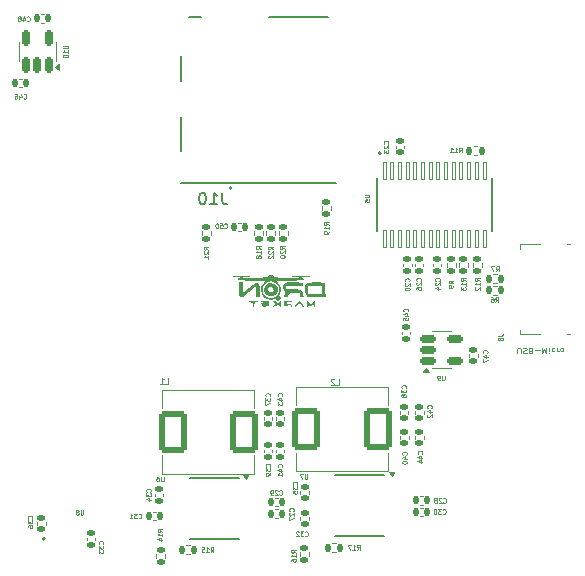
<source format=gbo>
%TF.GenerationSoftware,KiCad,Pcbnew,9.0.0*%
%TF.CreationDate,2025-03-25T12:29:50+03:00*%
%TF.ProjectId,Autopilot DronmarketV2,4175746f-7069-46c6-9f74-2044726f6e6d,rev?*%
%TF.SameCoordinates,Original*%
%TF.FileFunction,Legend,Bot*%
%TF.FilePolarity,Positive*%
%FSLAX46Y46*%
G04 Gerber Fmt 4.6, Leading zero omitted, Abs format (unit mm)*
G04 Created by KiCad (PCBNEW 9.0.0) date 2025-03-25 12:29:50*
%MOMM*%
%LPD*%
G01*
G04 APERTURE LIST*
G04 Aperture macros list*
%AMRoundRect*
0 Rectangle with rounded corners*
0 $1 Rounding radius*
0 $2 $3 $4 $5 $6 $7 $8 $9 X,Y pos of 4 corners*
0 Add a 4 corners polygon primitive as box body*
4,1,4,$2,$3,$4,$5,$6,$7,$8,$9,$2,$3,0*
0 Add four circle primitives for the rounded corners*
1,1,$1+$1,$2,$3*
1,1,$1+$1,$4,$5*
1,1,$1+$1,$6,$7*
1,1,$1+$1,$8,$9*
0 Add four rect primitives between the rounded corners*
20,1,$1+$1,$2,$3,$4,$5,0*
20,1,$1+$1,$4,$5,$6,$7,0*
20,1,$1+$1,$6,$7,$8,$9,0*
20,1,$1+$1,$8,$9,$2,$3,0*%
G04 Aperture macros list end*
%ADD10C,0.125000*%
%ADD11C,0.100000*%
%ADD12C,0.300000*%
%ADD13C,0.150000*%
%ADD14C,0.120000*%
%ADD15C,0.000000*%
%ADD16C,0.127000*%
%ADD17C,0.200000*%
%ADD18C,0.010000*%
%ADD19C,0.800000*%
%ADD20C,6.400000*%
%ADD21RoundRect,0.135000X0.135000X0.185000X-0.135000X0.185000X-0.135000X-0.185000X0.135000X-0.185000X0*%
%ADD22RoundRect,0.140000X-0.170000X0.140000X-0.170000X-0.140000X0.170000X-0.140000X0.170000X0.140000X0*%
%ADD23RoundRect,0.135000X0.185000X-0.135000X0.185000X0.135000X-0.185000X0.135000X-0.185000X-0.135000X0*%
%ADD24RoundRect,0.140000X0.140000X0.170000X-0.140000X0.170000X-0.140000X-0.170000X0.140000X-0.170000X0*%
%ADD25RoundRect,0.140000X-0.140000X-0.170000X0.140000X-0.170000X0.140000X0.170000X-0.140000X0.170000X0*%
%ADD26RoundRect,0.135000X-0.185000X0.135000X-0.185000X-0.135000X0.185000X-0.135000X0.185000X0.135000X0*%
%ADD27RoundRect,0.135000X-0.135000X-0.185000X0.135000X-0.185000X0.135000X0.185000X-0.135000X0.185000X0*%
%ADD28RoundRect,0.250000X-0.925000X-1.500000X0.925000X-1.500000X0.925000X1.500000X-0.925000X1.500000X0*%
%ADD29RoundRect,0.150000X0.150000X-0.512500X0.150000X0.512500X-0.150000X0.512500X-0.150000X-0.512500X0*%
%ADD30RoundRect,0.140000X0.170000X-0.140000X0.170000X0.140000X-0.170000X0.140000X-0.170000X-0.140000X0*%
%ADD31R,0.700000X1.100000*%
%ADD32R,0.900000X0.930000*%
%ADD33R,1.050000X0.780000*%
%ADD34R,1.140000X1.830000*%
%ADD35R,0.860000X2.800000*%
%ADD36R,0.700000X3.330000*%
%ADD37R,1.550000X0.600000*%
%ADD38RoundRect,0.150000X-0.512500X-0.150000X0.512500X-0.150000X0.512500X0.150000X-0.512500X0.150000X0*%
%ADD39R,1.380000X0.450000*%
%ADD40R,1.300000X1.650000*%
%ADD41R,1.550000X1.425000*%
%ADD42R,1.900000X1.800000*%
%ADD43R,1.900000X1.000000*%
%ADD44RoundRect,0.051250X-0.153750X0.688750X-0.153750X-0.688750X0.153750X-0.688750X0.153750X0.688750X0*%
%ADD45R,6.700000X2.850000*%
G04 APERTURE END LIST*
D10*
X194301283Y-80897690D02*
X194301283Y-80492928D01*
X194301283Y-80492928D02*
X194325093Y-80445309D01*
X194325093Y-80445309D02*
X194348902Y-80421500D01*
X194348902Y-80421500D02*
X194396521Y-80397690D01*
X194396521Y-80397690D02*
X194491759Y-80397690D01*
X194491759Y-80397690D02*
X194539378Y-80421500D01*
X194539378Y-80421500D02*
X194563188Y-80445309D01*
X194563188Y-80445309D02*
X194586997Y-80492928D01*
X194586997Y-80492928D02*
X194586997Y-80897690D01*
X194801284Y-80421500D02*
X194872712Y-80397690D01*
X194872712Y-80397690D02*
X194991760Y-80397690D01*
X194991760Y-80397690D02*
X195039379Y-80421500D01*
X195039379Y-80421500D02*
X195063188Y-80445309D01*
X195063188Y-80445309D02*
X195086998Y-80492928D01*
X195086998Y-80492928D02*
X195086998Y-80540547D01*
X195086998Y-80540547D02*
X195063188Y-80588166D01*
X195063188Y-80588166D02*
X195039379Y-80611976D01*
X195039379Y-80611976D02*
X194991760Y-80635785D01*
X194991760Y-80635785D02*
X194896522Y-80659595D01*
X194896522Y-80659595D02*
X194848903Y-80683404D01*
X194848903Y-80683404D02*
X194825093Y-80707214D01*
X194825093Y-80707214D02*
X194801284Y-80754833D01*
X194801284Y-80754833D02*
X194801284Y-80802452D01*
X194801284Y-80802452D02*
X194825093Y-80850071D01*
X194825093Y-80850071D02*
X194848903Y-80873880D01*
X194848903Y-80873880D02*
X194896522Y-80897690D01*
X194896522Y-80897690D02*
X195015569Y-80897690D01*
X195015569Y-80897690D02*
X195086998Y-80873880D01*
X195467950Y-80659595D02*
X195539378Y-80635785D01*
X195539378Y-80635785D02*
X195563188Y-80611976D01*
X195563188Y-80611976D02*
X195586997Y-80564357D01*
X195586997Y-80564357D02*
X195586997Y-80492928D01*
X195586997Y-80492928D02*
X195563188Y-80445309D01*
X195563188Y-80445309D02*
X195539378Y-80421500D01*
X195539378Y-80421500D02*
X195491759Y-80397690D01*
X195491759Y-80397690D02*
X195301283Y-80397690D01*
X195301283Y-80397690D02*
X195301283Y-80897690D01*
X195301283Y-80897690D02*
X195467950Y-80897690D01*
X195467950Y-80897690D02*
X195515569Y-80873880D01*
X195515569Y-80873880D02*
X195539378Y-80850071D01*
X195539378Y-80850071D02*
X195563188Y-80802452D01*
X195563188Y-80802452D02*
X195563188Y-80754833D01*
X195563188Y-80754833D02*
X195539378Y-80707214D01*
X195539378Y-80707214D02*
X195515569Y-80683404D01*
X195515569Y-80683404D02*
X195467950Y-80659595D01*
X195467950Y-80659595D02*
X195301283Y-80659595D01*
X195801283Y-80588166D02*
X196182236Y-80588166D01*
X196420331Y-80397690D02*
X196420331Y-80897690D01*
X196420331Y-80897690D02*
X196586998Y-80540547D01*
X196586998Y-80540547D02*
X196753664Y-80897690D01*
X196753664Y-80897690D02*
X196753664Y-80397690D01*
X196991760Y-80397690D02*
X196991760Y-80731023D01*
X196991760Y-80897690D02*
X196967951Y-80873880D01*
X196967951Y-80873880D02*
X196991760Y-80850071D01*
X196991760Y-80850071D02*
X197015570Y-80873880D01*
X197015570Y-80873880D02*
X196991760Y-80897690D01*
X196991760Y-80897690D02*
X196991760Y-80850071D01*
X197444141Y-80421500D02*
X197396522Y-80397690D01*
X197396522Y-80397690D02*
X197301284Y-80397690D01*
X197301284Y-80397690D02*
X197253665Y-80421500D01*
X197253665Y-80421500D02*
X197229855Y-80445309D01*
X197229855Y-80445309D02*
X197206046Y-80492928D01*
X197206046Y-80492928D02*
X197206046Y-80635785D01*
X197206046Y-80635785D02*
X197229855Y-80683404D01*
X197229855Y-80683404D02*
X197253665Y-80707214D01*
X197253665Y-80707214D02*
X197301284Y-80731023D01*
X197301284Y-80731023D02*
X197396522Y-80731023D01*
X197396522Y-80731023D02*
X197444141Y-80707214D01*
X197658426Y-80397690D02*
X197658426Y-80731023D01*
X197658426Y-80635785D02*
X197682236Y-80683404D01*
X197682236Y-80683404D02*
X197706045Y-80707214D01*
X197706045Y-80707214D02*
X197753664Y-80731023D01*
X197753664Y-80731023D02*
X197801283Y-80731023D01*
X198039379Y-80397690D02*
X197991760Y-80421500D01*
X197991760Y-80421500D02*
X197967950Y-80445309D01*
X197967950Y-80445309D02*
X197944141Y-80492928D01*
X197944141Y-80492928D02*
X197944141Y-80635785D01*
X197944141Y-80635785D02*
X197967950Y-80683404D01*
X197967950Y-80683404D02*
X197991760Y-80707214D01*
X197991760Y-80707214D02*
X198039379Y-80731023D01*
X198039379Y-80731023D02*
X198110807Y-80731023D01*
X198110807Y-80731023D02*
X198158426Y-80707214D01*
X198158426Y-80707214D02*
X198182236Y-80683404D01*
X198182236Y-80683404D02*
X198206045Y-80635785D01*
X198206045Y-80635785D02*
X198206045Y-80492928D01*
X198206045Y-80492928D02*
X198182236Y-80445309D01*
X198182236Y-80445309D02*
X198158426Y-80421500D01*
X198158426Y-80421500D02*
X198110807Y-80397690D01*
X198110807Y-80397690D02*
X198039379Y-80397690D01*
D11*
X192491666Y-73929847D02*
X192624999Y-73739371D01*
X192720237Y-73929847D02*
X192720237Y-73529847D01*
X192720237Y-73529847D02*
X192567856Y-73529847D01*
X192567856Y-73529847D02*
X192529761Y-73548895D01*
X192529761Y-73548895D02*
X192510714Y-73567942D01*
X192510714Y-73567942D02*
X192491666Y-73606038D01*
X192491666Y-73606038D02*
X192491666Y-73663180D01*
X192491666Y-73663180D02*
X192510714Y-73701276D01*
X192510714Y-73701276D02*
X192529761Y-73720323D01*
X192529761Y-73720323D02*
X192567856Y-73739371D01*
X192567856Y-73739371D02*
X192720237Y-73739371D01*
X192358333Y-73529847D02*
X192091666Y-73529847D01*
X192091666Y-73529847D02*
X192263095Y-73929847D01*
X185141752Y-74792857D02*
X185160800Y-74773809D01*
X185160800Y-74773809D02*
X185179847Y-74716667D01*
X185179847Y-74716667D02*
X185179847Y-74678571D01*
X185179847Y-74678571D02*
X185160800Y-74621428D01*
X185160800Y-74621428D02*
X185122704Y-74583333D01*
X185122704Y-74583333D02*
X185084609Y-74564286D01*
X185084609Y-74564286D02*
X185008419Y-74545238D01*
X185008419Y-74545238D02*
X184951276Y-74545238D01*
X184951276Y-74545238D02*
X184875085Y-74564286D01*
X184875085Y-74564286D02*
X184836990Y-74583333D01*
X184836990Y-74583333D02*
X184798895Y-74621428D01*
X184798895Y-74621428D02*
X184779847Y-74678571D01*
X184779847Y-74678571D02*
X184779847Y-74716667D01*
X184779847Y-74716667D02*
X184798895Y-74773809D01*
X184798895Y-74773809D02*
X184817942Y-74792857D01*
X184817942Y-74945238D02*
X184798895Y-74964286D01*
X184798895Y-74964286D02*
X184779847Y-75002381D01*
X184779847Y-75002381D02*
X184779847Y-75097619D01*
X184779847Y-75097619D02*
X184798895Y-75135714D01*
X184798895Y-75135714D02*
X184817942Y-75154762D01*
X184817942Y-75154762D02*
X184856038Y-75173809D01*
X184856038Y-75173809D02*
X184894133Y-75173809D01*
X184894133Y-75173809D02*
X184951276Y-75154762D01*
X184951276Y-75154762D02*
X185179847Y-74926190D01*
X185179847Y-74926190D02*
X185179847Y-75173809D01*
X184779847Y-75421428D02*
X184779847Y-75459523D01*
X184779847Y-75459523D02*
X184798895Y-75497619D01*
X184798895Y-75497619D02*
X184817942Y-75516666D01*
X184817942Y-75516666D02*
X184856038Y-75535714D01*
X184856038Y-75535714D02*
X184932228Y-75554761D01*
X184932228Y-75554761D02*
X185027466Y-75554761D01*
X185027466Y-75554761D02*
X185103657Y-75535714D01*
X185103657Y-75535714D02*
X185141752Y-75516666D01*
X185141752Y-75516666D02*
X185160800Y-75497619D01*
X185160800Y-75497619D02*
X185179847Y-75459523D01*
X185179847Y-75459523D02*
X185179847Y-75421428D01*
X185179847Y-75421428D02*
X185160800Y-75383333D01*
X185160800Y-75383333D02*
X185141752Y-75364285D01*
X185141752Y-75364285D02*
X185103657Y-75345238D01*
X185103657Y-75345238D02*
X185027466Y-75326190D01*
X185027466Y-75326190D02*
X184932228Y-75326190D01*
X184932228Y-75326190D02*
X184856038Y-75345238D01*
X184856038Y-75345238D02*
X184817942Y-75364285D01*
X184817942Y-75364285D02*
X184798895Y-75383333D01*
X184798895Y-75383333D02*
X184779847Y-75421428D01*
X183356752Y-63142857D02*
X183375800Y-63123809D01*
X183375800Y-63123809D02*
X183394847Y-63066667D01*
X183394847Y-63066667D02*
X183394847Y-63028571D01*
X183394847Y-63028571D02*
X183375800Y-62971428D01*
X183375800Y-62971428D02*
X183337704Y-62933333D01*
X183337704Y-62933333D02*
X183299609Y-62914286D01*
X183299609Y-62914286D02*
X183223419Y-62895238D01*
X183223419Y-62895238D02*
X183166276Y-62895238D01*
X183166276Y-62895238D02*
X183090085Y-62914286D01*
X183090085Y-62914286D02*
X183051990Y-62933333D01*
X183051990Y-62933333D02*
X183013895Y-62971428D01*
X183013895Y-62971428D02*
X182994847Y-63028571D01*
X182994847Y-63028571D02*
X182994847Y-63066667D01*
X182994847Y-63066667D02*
X183013895Y-63123809D01*
X183013895Y-63123809D02*
X183032942Y-63142857D01*
X183032942Y-63295238D02*
X183013895Y-63314286D01*
X183013895Y-63314286D02*
X182994847Y-63352381D01*
X182994847Y-63352381D02*
X182994847Y-63447619D01*
X182994847Y-63447619D02*
X183013895Y-63485714D01*
X183013895Y-63485714D02*
X183032942Y-63504762D01*
X183032942Y-63504762D02*
X183071038Y-63523809D01*
X183071038Y-63523809D02*
X183109133Y-63523809D01*
X183109133Y-63523809D02*
X183166276Y-63504762D01*
X183166276Y-63504762D02*
X183394847Y-63276190D01*
X183394847Y-63276190D02*
X183394847Y-63523809D01*
X182994847Y-63657142D02*
X182994847Y-63904761D01*
X182994847Y-63904761D02*
X183147228Y-63771428D01*
X183147228Y-63771428D02*
X183147228Y-63828571D01*
X183147228Y-63828571D02*
X183166276Y-63866666D01*
X183166276Y-63866666D02*
X183185323Y-63885714D01*
X183185323Y-63885714D02*
X183223419Y-63904761D01*
X183223419Y-63904761D02*
X183318657Y-63904761D01*
X183318657Y-63904761D02*
X183356752Y-63885714D01*
X183356752Y-63885714D02*
X183375800Y-63866666D01*
X183375800Y-63866666D02*
X183394847Y-63828571D01*
X183394847Y-63828571D02*
X183394847Y-63714285D01*
X183394847Y-63714285D02*
X183375800Y-63676190D01*
X183375800Y-63676190D02*
X183356752Y-63657142D01*
X175554847Y-97766498D02*
X175364371Y-97633165D01*
X175554847Y-97537927D02*
X175154847Y-97537927D01*
X175154847Y-97537927D02*
X175154847Y-97690308D01*
X175154847Y-97690308D02*
X175173895Y-97728403D01*
X175173895Y-97728403D02*
X175192942Y-97747450D01*
X175192942Y-97747450D02*
X175231038Y-97766498D01*
X175231038Y-97766498D02*
X175288180Y-97766498D01*
X175288180Y-97766498D02*
X175326276Y-97747450D01*
X175326276Y-97747450D02*
X175345323Y-97728403D01*
X175345323Y-97728403D02*
X175364371Y-97690308D01*
X175364371Y-97690308D02*
X175364371Y-97537927D01*
X175554847Y-98147450D02*
X175554847Y-97918879D01*
X175554847Y-98033165D02*
X175154847Y-98033165D01*
X175154847Y-98033165D02*
X175211990Y-97995069D01*
X175211990Y-97995069D02*
X175250085Y-97956974D01*
X175250085Y-97956974D02*
X175269133Y-97918879D01*
X175154847Y-98490307D02*
X175154847Y-98414117D01*
X175154847Y-98414117D02*
X175173895Y-98376021D01*
X175173895Y-98376021D02*
X175192942Y-98356974D01*
X175192942Y-98356974D02*
X175250085Y-98318879D01*
X175250085Y-98318879D02*
X175326276Y-98299831D01*
X175326276Y-98299831D02*
X175478657Y-98299831D01*
X175478657Y-98299831D02*
X175516752Y-98318879D01*
X175516752Y-98318879D02*
X175535800Y-98337926D01*
X175535800Y-98337926D02*
X175554847Y-98376021D01*
X175554847Y-98376021D02*
X175554847Y-98452212D01*
X175554847Y-98452212D02*
X175535800Y-98490307D01*
X175535800Y-98490307D02*
X175516752Y-98509355D01*
X175516752Y-98509355D02*
X175478657Y-98528402D01*
X175478657Y-98528402D02*
X175383419Y-98528402D01*
X175383419Y-98528402D02*
X175345323Y-98509355D01*
X175345323Y-98509355D02*
X175326276Y-98490307D01*
X175326276Y-98490307D02*
X175307228Y-98452212D01*
X175307228Y-98452212D02*
X175307228Y-98376021D01*
X175307228Y-98376021D02*
X175326276Y-98337926D01*
X175326276Y-98337926D02*
X175345323Y-98318879D01*
X175345323Y-98318879D02*
X175383419Y-98299831D01*
X188032142Y-93501752D02*
X188051190Y-93520800D01*
X188051190Y-93520800D02*
X188108332Y-93539847D01*
X188108332Y-93539847D02*
X188146428Y-93539847D01*
X188146428Y-93539847D02*
X188203571Y-93520800D01*
X188203571Y-93520800D02*
X188241666Y-93482704D01*
X188241666Y-93482704D02*
X188260713Y-93444609D01*
X188260713Y-93444609D02*
X188279761Y-93368419D01*
X188279761Y-93368419D02*
X188279761Y-93311276D01*
X188279761Y-93311276D02*
X188260713Y-93235085D01*
X188260713Y-93235085D02*
X188241666Y-93196990D01*
X188241666Y-93196990D02*
X188203571Y-93158895D01*
X188203571Y-93158895D02*
X188146428Y-93139847D01*
X188146428Y-93139847D02*
X188108332Y-93139847D01*
X188108332Y-93139847D02*
X188051190Y-93158895D01*
X188051190Y-93158895D02*
X188032142Y-93177942D01*
X187879761Y-93177942D02*
X187860713Y-93158895D01*
X187860713Y-93158895D02*
X187822618Y-93139847D01*
X187822618Y-93139847D02*
X187727380Y-93139847D01*
X187727380Y-93139847D02*
X187689285Y-93158895D01*
X187689285Y-93158895D02*
X187670237Y-93177942D01*
X187670237Y-93177942D02*
X187651190Y-93216038D01*
X187651190Y-93216038D02*
X187651190Y-93254133D01*
X187651190Y-93254133D02*
X187670237Y-93311276D01*
X187670237Y-93311276D02*
X187898809Y-93539847D01*
X187898809Y-93539847D02*
X187651190Y-93539847D01*
X187422619Y-93311276D02*
X187460714Y-93292228D01*
X187460714Y-93292228D02*
X187479761Y-93273180D01*
X187479761Y-93273180D02*
X187498809Y-93235085D01*
X187498809Y-93235085D02*
X187498809Y-93216038D01*
X187498809Y-93216038D02*
X187479761Y-93177942D01*
X187479761Y-93177942D02*
X187460714Y-93158895D01*
X187460714Y-93158895D02*
X187422619Y-93139847D01*
X187422619Y-93139847D02*
X187346428Y-93139847D01*
X187346428Y-93139847D02*
X187308333Y-93158895D01*
X187308333Y-93158895D02*
X187289285Y-93177942D01*
X187289285Y-93177942D02*
X187270238Y-93216038D01*
X187270238Y-93216038D02*
X187270238Y-93235085D01*
X187270238Y-93235085D02*
X187289285Y-93273180D01*
X187289285Y-93273180D02*
X187308333Y-93292228D01*
X187308333Y-93292228D02*
X187346428Y-93311276D01*
X187346428Y-93311276D02*
X187422619Y-93311276D01*
X187422619Y-93311276D02*
X187460714Y-93330323D01*
X187460714Y-93330323D02*
X187479761Y-93349371D01*
X187479761Y-93349371D02*
X187498809Y-93387466D01*
X187498809Y-93387466D02*
X187498809Y-93463657D01*
X187498809Y-93463657D02*
X187479761Y-93501752D01*
X187479761Y-93501752D02*
X187460714Y-93520800D01*
X187460714Y-93520800D02*
X187422619Y-93539847D01*
X187422619Y-93539847D02*
X187346428Y-93539847D01*
X187346428Y-93539847D02*
X187308333Y-93520800D01*
X187308333Y-93520800D02*
X187289285Y-93501752D01*
X187289285Y-93501752D02*
X187270238Y-93463657D01*
X187270238Y-93463657D02*
X187270238Y-93387466D01*
X187270238Y-93387466D02*
X187289285Y-93349371D01*
X187289285Y-93349371D02*
X187308333Y-93330323D01*
X187308333Y-93330323D02*
X187346428Y-93311276D01*
X187982142Y-94451752D02*
X188001190Y-94470800D01*
X188001190Y-94470800D02*
X188058332Y-94489847D01*
X188058332Y-94489847D02*
X188096428Y-94489847D01*
X188096428Y-94489847D02*
X188153571Y-94470800D01*
X188153571Y-94470800D02*
X188191666Y-94432704D01*
X188191666Y-94432704D02*
X188210713Y-94394609D01*
X188210713Y-94394609D02*
X188229761Y-94318419D01*
X188229761Y-94318419D02*
X188229761Y-94261276D01*
X188229761Y-94261276D02*
X188210713Y-94185085D01*
X188210713Y-94185085D02*
X188191666Y-94146990D01*
X188191666Y-94146990D02*
X188153571Y-94108895D01*
X188153571Y-94108895D02*
X188096428Y-94089847D01*
X188096428Y-94089847D02*
X188058332Y-94089847D01*
X188058332Y-94089847D02*
X188001190Y-94108895D01*
X188001190Y-94108895D02*
X187982142Y-94127942D01*
X187848809Y-94089847D02*
X187601190Y-94089847D01*
X187601190Y-94089847D02*
X187734523Y-94242228D01*
X187734523Y-94242228D02*
X187677380Y-94242228D01*
X187677380Y-94242228D02*
X187639285Y-94261276D01*
X187639285Y-94261276D02*
X187620237Y-94280323D01*
X187620237Y-94280323D02*
X187601190Y-94318419D01*
X187601190Y-94318419D02*
X187601190Y-94413657D01*
X187601190Y-94413657D02*
X187620237Y-94451752D01*
X187620237Y-94451752D02*
X187639285Y-94470800D01*
X187639285Y-94470800D02*
X187677380Y-94489847D01*
X187677380Y-94489847D02*
X187791666Y-94489847D01*
X187791666Y-94489847D02*
X187829761Y-94470800D01*
X187829761Y-94470800D02*
X187848809Y-94451752D01*
X187353571Y-94089847D02*
X187315476Y-94089847D01*
X187315476Y-94089847D02*
X187277380Y-94108895D01*
X187277380Y-94108895D02*
X187258333Y-94127942D01*
X187258333Y-94127942D02*
X187239285Y-94166038D01*
X187239285Y-94166038D02*
X187220238Y-94242228D01*
X187220238Y-94242228D02*
X187220238Y-94337466D01*
X187220238Y-94337466D02*
X187239285Y-94413657D01*
X187239285Y-94413657D02*
X187258333Y-94451752D01*
X187258333Y-94451752D02*
X187277380Y-94470800D01*
X187277380Y-94470800D02*
X187315476Y-94489847D01*
X187315476Y-94489847D02*
X187353571Y-94489847D01*
X187353571Y-94489847D02*
X187391666Y-94470800D01*
X187391666Y-94470800D02*
X187410714Y-94451752D01*
X187410714Y-94451752D02*
X187429761Y-94413657D01*
X187429761Y-94413657D02*
X187448809Y-94337466D01*
X187448809Y-94337466D02*
X187448809Y-94242228D01*
X187448809Y-94242228D02*
X187429761Y-94166038D01*
X187429761Y-94166038D02*
X187410714Y-94127942D01*
X187410714Y-94127942D02*
X187391666Y-94108895D01*
X187391666Y-94108895D02*
X187353571Y-94089847D01*
X152494642Y-59289252D02*
X152513690Y-59308300D01*
X152513690Y-59308300D02*
X152570832Y-59327347D01*
X152570832Y-59327347D02*
X152608928Y-59327347D01*
X152608928Y-59327347D02*
X152666071Y-59308300D01*
X152666071Y-59308300D02*
X152704166Y-59270204D01*
X152704166Y-59270204D02*
X152723213Y-59232109D01*
X152723213Y-59232109D02*
X152742261Y-59155919D01*
X152742261Y-59155919D02*
X152742261Y-59098776D01*
X152742261Y-59098776D02*
X152723213Y-59022585D01*
X152723213Y-59022585D02*
X152704166Y-58984490D01*
X152704166Y-58984490D02*
X152666071Y-58946395D01*
X152666071Y-58946395D02*
X152608928Y-58927347D01*
X152608928Y-58927347D02*
X152570832Y-58927347D01*
X152570832Y-58927347D02*
X152513690Y-58946395D01*
X152513690Y-58946395D02*
X152494642Y-58965442D01*
X152151785Y-59060680D02*
X152151785Y-59327347D01*
X152247023Y-58908300D02*
X152342261Y-59194014D01*
X152342261Y-59194014D02*
X152094642Y-59194014D01*
X151770833Y-58927347D02*
X151847023Y-58927347D01*
X151847023Y-58927347D02*
X151885119Y-58946395D01*
X151885119Y-58946395D02*
X151904166Y-58965442D01*
X151904166Y-58965442D02*
X151942261Y-59022585D01*
X151942261Y-59022585D02*
X151961309Y-59098776D01*
X151961309Y-59098776D02*
X151961309Y-59251157D01*
X151961309Y-59251157D02*
X151942261Y-59289252D01*
X151942261Y-59289252D02*
X151923214Y-59308300D01*
X151923214Y-59308300D02*
X151885119Y-59327347D01*
X151885119Y-59327347D02*
X151808928Y-59327347D01*
X151808928Y-59327347D02*
X151770833Y-59308300D01*
X151770833Y-59308300D02*
X151751785Y-59289252D01*
X151751785Y-59289252D02*
X151732738Y-59251157D01*
X151732738Y-59251157D02*
X151732738Y-59155919D01*
X151732738Y-59155919D02*
X151751785Y-59117823D01*
X151751785Y-59117823D02*
X151770833Y-59098776D01*
X151770833Y-59098776D02*
X151808928Y-59079728D01*
X151808928Y-59079728D02*
X151885119Y-59079728D01*
X151885119Y-59079728D02*
X151923214Y-59098776D01*
X151923214Y-59098776D02*
X151942261Y-59117823D01*
X151942261Y-59117823D02*
X151961309Y-59155919D01*
X192441666Y-76554847D02*
X192574999Y-76364371D01*
X192670237Y-76554847D02*
X192670237Y-76154847D01*
X192670237Y-76154847D02*
X192517856Y-76154847D01*
X192517856Y-76154847D02*
X192479761Y-76173895D01*
X192479761Y-76173895D02*
X192460714Y-76192942D01*
X192460714Y-76192942D02*
X192441666Y-76231038D01*
X192441666Y-76231038D02*
X192441666Y-76288180D01*
X192441666Y-76288180D02*
X192460714Y-76326276D01*
X192460714Y-76326276D02*
X192479761Y-76345323D01*
X192479761Y-76345323D02*
X192517856Y-76364371D01*
X192517856Y-76364371D02*
X192670237Y-76364371D01*
X192098809Y-76154847D02*
X192174999Y-76154847D01*
X192174999Y-76154847D02*
X192213095Y-76173895D01*
X192213095Y-76173895D02*
X192232142Y-76192942D01*
X192232142Y-76192942D02*
X192270237Y-76250085D01*
X192270237Y-76250085D02*
X192289285Y-76326276D01*
X192289285Y-76326276D02*
X192289285Y-76478657D01*
X192289285Y-76478657D02*
X192270237Y-76516752D01*
X192270237Y-76516752D02*
X192251190Y-76535800D01*
X192251190Y-76535800D02*
X192213095Y-76554847D01*
X192213095Y-76554847D02*
X192136904Y-76554847D01*
X192136904Y-76554847D02*
X192098809Y-76535800D01*
X192098809Y-76535800D02*
X192079761Y-76516752D01*
X192079761Y-76516752D02*
X192060714Y-76478657D01*
X192060714Y-76478657D02*
X192060714Y-76383419D01*
X192060714Y-76383419D02*
X192079761Y-76345323D01*
X192079761Y-76345323D02*
X192098809Y-76326276D01*
X192098809Y-76326276D02*
X192136904Y-76307228D01*
X192136904Y-76307228D02*
X192213095Y-76307228D01*
X192213095Y-76307228D02*
X192251190Y-76326276D01*
X192251190Y-76326276D02*
X192270237Y-76345323D01*
X192270237Y-76345323D02*
X192289285Y-76383419D01*
X178329847Y-70002857D02*
X178139371Y-69869524D01*
X178329847Y-69774286D02*
X177929847Y-69774286D01*
X177929847Y-69774286D02*
X177929847Y-69926667D01*
X177929847Y-69926667D02*
X177948895Y-69964762D01*
X177948895Y-69964762D02*
X177967942Y-69983809D01*
X177967942Y-69983809D02*
X178006038Y-70002857D01*
X178006038Y-70002857D02*
X178063180Y-70002857D01*
X178063180Y-70002857D02*
X178101276Y-69983809D01*
X178101276Y-69983809D02*
X178120323Y-69964762D01*
X178120323Y-69964762D02*
X178139371Y-69926667D01*
X178139371Y-69926667D02*
X178139371Y-69774286D01*
X178329847Y-70383809D02*
X178329847Y-70155238D01*
X178329847Y-70269524D02*
X177929847Y-70269524D01*
X177929847Y-70269524D02*
X177986990Y-70231428D01*
X177986990Y-70231428D02*
X178025085Y-70193333D01*
X178025085Y-70193333D02*
X178044133Y-70155238D01*
X178329847Y-70574285D02*
X178329847Y-70650476D01*
X178329847Y-70650476D02*
X178310800Y-70688571D01*
X178310800Y-70688571D02*
X178291752Y-70707619D01*
X178291752Y-70707619D02*
X178234609Y-70745714D01*
X178234609Y-70745714D02*
X178158419Y-70764761D01*
X178158419Y-70764761D02*
X178006038Y-70764761D01*
X178006038Y-70764761D02*
X177967942Y-70745714D01*
X177967942Y-70745714D02*
X177948895Y-70726666D01*
X177948895Y-70726666D02*
X177929847Y-70688571D01*
X177929847Y-70688571D02*
X177929847Y-70612380D01*
X177929847Y-70612380D02*
X177948895Y-70574285D01*
X177948895Y-70574285D02*
X177967942Y-70555238D01*
X177967942Y-70555238D02*
X178006038Y-70536190D01*
X178006038Y-70536190D02*
X178101276Y-70536190D01*
X178101276Y-70536190D02*
X178139371Y-70555238D01*
X178139371Y-70555238D02*
X178158419Y-70574285D01*
X178158419Y-70574285D02*
X178177466Y-70612380D01*
X178177466Y-70612380D02*
X178177466Y-70688571D01*
X178177466Y-70688571D02*
X178158419Y-70726666D01*
X178158419Y-70726666D02*
X178139371Y-70745714D01*
X178139371Y-70745714D02*
X178101276Y-70764761D01*
X168332142Y-97704847D02*
X168465475Y-97514371D01*
X168560713Y-97704847D02*
X168560713Y-97304847D01*
X168560713Y-97304847D02*
X168408332Y-97304847D01*
X168408332Y-97304847D02*
X168370237Y-97323895D01*
X168370237Y-97323895D02*
X168351190Y-97342942D01*
X168351190Y-97342942D02*
X168332142Y-97381038D01*
X168332142Y-97381038D02*
X168332142Y-97438180D01*
X168332142Y-97438180D02*
X168351190Y-97476276D01*
X168351190Y-97476276D02*
X168370237Y-97495323D01*
X168370237Y-97495323D02*
X168408332Y-97514371D01*
X168408332Y-97514371D02*
X168560713Y-97514371D01*
X167951190Y-97704847D02*
X168179761Y-97704847D01*
X168065475Y-97704847D02*
X168065475Y-97304847D01*
X168065475Y-97304847D02*
X168103571Y-97361990D01*
X168103571Y-97361990D02*
X168141666Y-97400085D01*
X168141666Y-97400085D02*
X168179761Y-97419133D01*
X167589285Y-97304847D02*
X167779761Y-97304847D01*
X167779761Y-97304847D02*
X167798809Y-97495323D01*
X167798809Y-97495323D02*
X167779761Y-97476276D01*
X167779761Y-97476276D02*
X167741666Y-97457228D01*
X167741666Y-97457228D02*
X167646428Y-97457228D01*
X167646428Y-97457228D02*
X167608333Y-97476276D01*
X167608333Y-97476276D02*
X167589285Y-97495323D01*
X167589285Y-97495323D02*
X167570238Y-97533419D01*
X167570238Y-97533419D02*
X167570238Y-97628657D01*
X167570238Y-97628657D02*
X167589285Y-97666752D01*
X167589285Y-97666752D02*
X167608333Y-97685800D01*
X167608333Y-97685800D02*
X167646428Y-97704847D01*
X167646428Y-97704847D02*
X167741666Y-97704847D01*
X167741666Y-97704847D02*
X167779761Y-97685800D01*
X167779761Y-97685800D02*
X167798809Y-97666752D01*
X164508333Y-83451109D02*
X164746428Y-83451109D01*
X164746428Y-83451109D02*
X164746428Y-82951109D01*
X164079761Y-83451109D02*
X164365475Y-83451109D01*
X164222618Y-83451109D02*
X164222618Y-82951109D01*
X164222618Y-82951109D02*
X164270237Y-83022538D01*
X164270237Y-83022538D02*
X164317856Y-83070157D01*
X164317856Y-83070157D02*
X164365475Y-83093966D01*
X155842347Y-54829762D02*
X156166157Y-54829762D01*
X156166157Y-54829762D02*
X156204252Y-54848809D01*
X156204252Y-54848809D02*
X156223300Y-54867857D01*
X156223300Y-54867857D02*
X156242347Y-54905952D01*
X156242347Y-54905952D02*
X156242347Y-54982143D01*
X156242347Y-54982143D02*
X156223300Y-55020238D01*
X156223300Y-55020238D02*
X156204252Y-55039285D01*
X156204252Y-55039285D02*
X156166157Y-55058333D01*
X156166157Y-55058333D02*
X155842347Y-55058333D01*
X156242347Y-55458333D02*
X156242347Y-55229762D01*
X156242347Y-55344048D02*
X155842347Y-55344048D01*
X155842347Y-55344048D02*
X155899490Y-55305952D01*
X155899490Y-55305952D02*
X155937585Y-55267857D01*
X155937585Y-55267857D02*
X155956633Y-55229762D01*
X155842347Y-55705952D02*
X155842347Y-55744047D01*
X155842347Y-55744047D02*
X155861395Y-55782143D01*
X155861395Y-55782143D02*
X155880442Y-55801190D01*
X155880442Y-55801190D02*
X155918538Y-55820238D01*
X155918538Y-55820238D02*
X155994728Y-55839285D01*
X155994728Y-55839285D02*
X156089966Y-55839285D01*
X156089966Y-55839285D02*
X156166157Y-55820238D01*
X156166157Y-55820238D02*
X156204252Y-55801190D01*
X156204252Y-55801190D02*
X156223300Y-55782143D01*
X156223300Y-55782143D02*
X156242347Y-55744047D01*
X156242347Y-55744047D02*
X156242347Y-55705952D01*
X156242347Y-55705952D02*
X156223300Y-55667857D01*
X156223300Y-55667857D02*
X156204252Y-55648809D01*
X156204252Y-55648809D02*
X156166157Y-55629762D01*
X156166157Y-55629762D02*
X156089966Y-55610714D01*
X156089966Y-55610714D02*
X155994728Y-55610714D01*
X155994728Y-55610714D02*
X155918538Y-55629762D01*
X155918538Y-55629762D02*
X155880442Y-55648809D01*
X155880442Y-55648809D02*
X155861395Y-55667857D01*
X155861395Y-55667857D02*
X155842347Y-55705952D01*
X176327142Y-96331752D02*
X176346190Y-96350800D01*
X176346190Y-96350800D02*
X176403332Y-96369847D01*
X176403332Y-96369847D02*
X176441428Y-96369847D01*
X176441428Y-96369847D02*
X176498571Y-96350800D01*
X176498571Y-96350800D02*
X176536666Y-96312704D01*
X176536666Y-96312704D02*
X176555713Y-96274609D01*
X176555713Y-96274609D02*
X176574761Y-96198419D01*
X176574761Y-96198419D02*
X176574761Y-96141276D01*
X176574761Y-96141276D02*
X176555713Y-96065085D01*
X176555713Y-96065085D02*
X176536666Y-96026990D01*
X176536666Y-96026990D02*
X176498571Y-95988895D01*
X176498571Y-95988895D02*
X176441428Y-95969847D01*
X176441428Y-95969847D02*
X176403332Y-95969847D01*
X176403332Y-95969847D02*
X176346190Y-95988895D01*
X176346190Y-95988895D02*
X176327142Y-96007942D01*
X176193809Y-95969847D02*
X175946190Y-95969847D01*
X175946190Y-95969847D02*
X176079523Y-96122228D01*
X176079523Y-96122228D02*
X176022380Y-96122228D01*
X176022380Y-96122228D02*
X175984285Y-96141276D01*
X175984285Y-96141276D02*
X175965237Y-96160323D01*
X175965237Y-96160323D02*
X175946190Y-96198419D01*
X175946190Y-96198419D02*
X175946190Y-96293657D01*
X175946190Y-96293657D02*
X175965237Y-96331752D01*
X175965237Y-96331752D02*
X175984285Y-96350800D01*
X175984285Y-96350800D02*
X176022380Y-96369847D01*
X176022380Y-96369847D02*
X176136666Y-96369847D01*
X176136666Y-96369847D02*
X176174761Y-96350800D01*
X176174761Y-96350800D02*
X176193809Y-96331752D01*
X175793809Y-96007942D02*
X175774761Y-95988895D01*
X175774761Y-95988895D02*
X175736666Y-95969847D01*
X175736666Y-95969847D02*
X175641428Y-95969847D01*
X175641428Y-95969847D02*
X175603333Y-95988895D01*
X175603333Y-95988895D02*
X175584285Y-96007942D01*
X175584285Y-96007942D02*
X175565238Y-96046038D01*
X175565238Y-96046038D02*
X175565238Y-96084133D01*
X175565238Y-96084133D02*
X175584285Y-96141276D01*
X175584285Y-96141276D02*
X175812857Y-96369847D01*
X175812857Y-96369847D02*
X175565238Y-96369847D01*
X152774642Y-52729252D02*
X152793690Y-52748300D01*
X152793690Y-52748300D02*
X152850832Y-52767347D01*
X152850832Y-52767347D02*
X152888928Y-52767347D01*
X152888928Y-52767347D02*
X152946071Y-52748300D01*
X152946071Y-52748300D02*
X152984166Y-52710204D01*
X152984166Y-52710204D02*
X153003213Y-52672109D01*
X153003213Y-52672109D02*
X153022261Y-52595919D01*
X153022261Y-52595919D02*
X153022261Y-52538776D01*
X153022261Y-52538776D02*
X153003213Y-52462585D01*
X153003213Y-52462585D02*
X152984166Y-52424490D01*
X152984166Y-52424490D02*
X152946071Y-52386395D01*
X152946071Y-52386395D02*
X152888928Y-52367347D01*
X152888928Y-52367347D02*
X152850832Y-52367347D01*
X152850832Y-52367347D02*
X152793690Y-52386395D01*
X152793690Y-52386395D02*
X152774642Y-52405442D01*
X152431785Y-52500680D02*
X152431785Y-52767347D01*
X152527023Y-52348300D02*
X152622261Y-52634014D01*
X152622261Y-52634014D02*
X152374642Y-52634014D01*
X152165119Y-52538776D02*
X152203214Y-52519728D01*
X152203214Y-52519728D02*
X152222261Y-52500680D01*
X152222261Y-52500680D02*
X152241309Y-52462585D01*
X152241309Y-52462585D02*
X152241309Y-52443538D01*
X152241309Y-52443538D02*
X152222261Y-52405442D01*
X152222261Y-52405442D02*
X152203214Y-52386395D01*
X152203214Y-52386395D02*
X152165119Y-52367347D01*
X152165119Y-52367347D02*
X152088928Y-52367347D01*
X152088928Y-52367347D02*
X152050833Y-52386395D01*
X152050833Y-52386395D02*
X152031785Y-52405442D01*
X152031785Y-52405442D02*
X152012738Y-52443538D01*
X152012738Y-52443538D02*
X152012738Y-52462585D01*
X152012738Y-52462585D02*
X152031785Y-52500680D01*
X152031785Y-52500680D02*
X152050833Y-52519728D01*
X152050833Y-52519728D02*
X152088928Y-52538776D01*
X152088928Y-52538776D02*
X152165119Y-52538776D01*
X152165119Y-52538776D02*
X152203214Y-52557823D01*
X152203214Y-52557823D02*
X152222261Y-52576871D01*
X152222261Y-52576871D02*
X152241309Y-52614966D01*
X152241309Y-52614966D02*
X152241309Y-52691157D01*
X152241309Y-52691157D02*
X152222261Y-52729252D01*
X152222261Y-52729252D02*
X152203214Y-52748300D01*
X152203214Y-52748300D02*
X152165119Y-52767347D01*
X152165119Y-52767347D02*
X152088928Y-52767347D01*
X152088928Y-52767347D02*
X152050833Y-52748300D01*
X152050833Y-52748300D02*
X152031785Y-52729252D01*
X152031785Y-52729252D02*
X152012738Y-52691157D01*
X152012738Y-52691157D02*
X152012738Y-52614966D01*
X152012738Y-52614966D02*
X152031785Y-52576871D01*
X152031785Y-52576871D02*
X152050833Y-52557823D01*
X152050833Y-52557823D02*
X152088928Y-52538776D01*
X186116752Y-74747857D02*
X186135800Y-74728809D01*
X186135800Y-74728809D02*
X186154847Y-74671667D01*
X186154847Y-74671667D02*
X186154847Y-74633571D01*
X186154847Y-74633571D02*
X186135800Y-74576428D01*
X186135800Y-74576428D02*
X186097704Y-74538333D01*
X186097704Y-74538333D02*
X186059609Y-74519286D01*
X186059609Y-74519286D02*
X185983419Y-74500238D01*
X185983419Y-74500238D02*
X185926276Y-74500238D01*
X185926276Y-74500238D02*
X185850085Y-74519286D01*
X185850085Y-74519286D02*
X185811990Y-74538333D01*
X185811990Y-74538333D02*
X185773895Y-74576428D01*
X185773895Y-74576428D02*
X185754847Y-74633571D01*
X185754847Y-74633571D02*
X185754847Y-74671667D01*
X185754847Y-74671667D02*
X185773895Y-74728809D01*
X185773895Y-74728809D02*
X185792942Y-74747857D01*
X185792942Y-74900238D02*
X185773895Y-74919286D01*
X185773895Y-74919286D02*
X185754847Y-74957381D01*
X185754847Y-74957381D02*
X185754847Y-75052619D01*
X185754847Y-75052619D02*
X185773895Y-75090714D01*
X185773895Y-75090714D02*
X185792942Y-75109762D01*
X185792942Y-75109762D02*
X185831038Y-75128809D01*
X185831038Y-75128809D02*
X185869133Y-75128809D01*
X185869133Y-75128809D02*
X185926276Y-75109762D01*
X185926276Y-75109762D02*
X186154847Y-74881190D01*
X186154847Y-74881190D02*
X186154847Y-75128809D01*
X185754847Y-75471666D02*
X185754847Y-75395476D01*
X185754847Y-75395476D02*
X185773895Y-75357380D01*
X185773895Y-75357380D02*
X185792942Y-75338333D01*
X185792942Y-75338333D02*
X185850085Y-75300238D01*
X185850085Y-75300238D02*
X185926276Y-75281190D01*
X185926276Y-75281190D02*
X186078657Y-75281190D01*
X186078657Y-75281190D02*
X186116752Y-75300238D01*
X186116752Y-75300238D02*
X186135800Y-75319285D01*
X186135800Y-75319285D02*
X186154847Y-75357380D01*
X186154847Y-75357380D02*
X186154847Y-75433571D01*
X186154847Y-75433571D02*
X186135800Y-75471666D01*
X186135800Y-75471666D02*
X186116752Y-75490714D01*
X186116752Y-75490714D02*
X186078657Y-75509761D01*
X186078657Y-75509761D02*
X185983419Y-75509761D01*
X185983419Y-75509761D02*
X185945323Y-75490714D01*
X185945323Y-75490714D02*
X185926276Y-75471666D01*
X185926276Y-75471666D02*
X185907228Y-75433571D01*
X185907228Y-75433571D02*
X185907228Y-75357380D01*
X185907228Y-75357380D02*
X185926276Y-75319285D01*
X185926276Y-75319285D02*
X185945323Y-75300238D01*
X185945323Y-75300238D02*
X185983419Y-75281190D01*
X172579847Y-72067857D02*
X172389371Y-71934524D01*
X172579847Y-71839286D02*
X172179847Y-71839286D01*
X172179847Y-71839286D02*
X172179847Y-71991667D01*
X172179847Y-71991667D02*
X172198895Y-72029762D01*
X172198895Y-72029762D02*
X172217942Y-72048809D01*
X172217942Y-72048809D02*
X172256038Y-72067857D01*
X172256038Y-72067857D02*
X172313180Y-72067857D01*
X172313180Y-72067857D02*
X172351276Y-72048809D01*
X172351276Y-72048809D02*
X172370323Y-72029762D01*
X172370323Y-72029762D02*
X172389371Y-71991667D01*
X172389371Y-71991667D02*
X172389371Y-71839286D01*
X172579847Y-72448809D02*
X172579847Y-72220238D01*
X172579847Y-72334524D02*
X172179847Y-72334524D01*
X172179847Y-72334524D02*
X172236990Y-72296428D01*
X172236990Y-72296428D02*
X172275085Y-72258333D01*
X172275085Y-72258333D02*
X172294133Y-72220238D01*
X172351276Y-72677380D02*
X172332228Y-72639285D01*
X172332228Y-72639285D02*
X172313180Y-72620238D01*
X172313180Y-72620238D02*
X172275085Y-72601190D01*
X172275085Y-72601190D02*
X172256038Y-72601190D01*
X172256038Y-72601190D02*
X172217942Y-72620238D01*
X172217942Y-72620238D02*
X172198895Y-72639285D01*
X172198895Y-72639285D02*
X172179847Y-72677380D01*
X172179847Y-72677380D02*
X172179847Y-72753571D01*
X172179847Y-72753571D02*
X172198895Y-72791666D01*
X172198895Y-72791666D02*
X172217942Y-72810714D01*
X172217942Y-72810714D02*
X172256038Y-72829761D01*
X172256038Y-72829761D02*
X172275085Y-72829761D01*
X172275085Y-72829761D02*
X172313180Y-72810714D01*
X172313180Y-72810714D02*
X172332228Y-72791666D01*
X172332228Y-72791666D02*
X172351276Y-72753571D01*
X172351276Y-72753571D02*
X172351276Y-72677380D01*
X172351276Y-72677380D02*
X172370323Y-72639285D01*
X172370323Y-72639285D02*
X172389371Y-72620238D01*
X172389371Y-72620238D02*
X172427466Y-72601190D01*
X172427466Y-72601190D02*
X172503657Y-72601190D01*
X172503657Y-72601190D02*
X172541752Y-72620238D01*
X172541752Y-72620238D02*
X172560800Y-72639285D01*
X172560800Y-72639285D02*
X172579847Y-72677380D01*
X172579847Y-72677380D02*
X172579847Y-72753571D01*
X172579847Y-72753571D02*
X172560800Y-72791666D01*
X172560800Y-72791666D02*
X172541752Y-72810714D01*
X172541752Y-72810714D02*
X172503657Y-72829761D01*
X172503657Y-72829761D02*
X172427466Y-72829761D01*
X172427466Y-72829761D02*
X172389371Y-72810714D01*
X172389371Y-72810714D02*
X172370323Y-72791666D01*
X172370323Y-72791666D02*
X172351276Y-72753571D01*
X189929847Y-74767857D02*
X189739371Y-74634524D01*
X189929847Y-74539286D02*
X189529847Y-74539286D01*
X189529847Y-74539286D02*
X189529847Y-74691667D01*
X189529847Y-74691667D02*
X189548895Y-74729762D01*
X189548895Y-74729762D02*
X189567942Y-74748809D01*
X189567942Y-74748809D02*
X189606038Y-74767857D01*
X189606038Y-74767857D02*
X189663180Y-74767857D01*
X189663180Y-74767857D02*
X189701276Y-74748809D01*
X189701276Y-74748809D02*
X189720323Y-74729762D01*
X189720323Y-74729762D02*
X189739371Y-74691667D01*
X189739371Y-74691667D02*
X189739371Y-74539286D01*
X189929847Y-75148809D02*
X189929847Y-74920238D01*
X189929847Y-75034524D02*
X189529847Y-75034524D01*
X189529847Y-75034524D02*
X189586990Y-74996428D01*
X189586990Y-74996428D02*
X189625085Y-74958333D01*
X189625085Y-74958333D02*
X189644133Y-74920238D01*
X189529847Y-75282142D02*
X189529847Y-75529761D01*
X189529847Y-75529761D02*
X189682228Y-75396428D01*
X189682228Y-75396428D02*
X189682228Y-75453571D01*
X189682228Y-75453571D02*
X189701276Y-75491666D01*
X189701276Y-75491666D02*
X189720323Y-75510714D01*
X189720323Y-75510714D02*
X189758419Y-75529761D01*
X189758419Y-75529761D02*
X189853657Y-75529761D01*
X189853657Y-75529761D02*
X189891752Y-75510714D01*
X189891752Y-75510714D02*
X189910800Y-75491666D01*
X189910800Y-75491666D02*
X189929847Y-75453571D01*
X189929847Y-75453571D02*
X189929847Y-75339285D01*
X189929847Y-75339285D02*
X189910800Y-75301190D01*
X189910800Y-75301190D02*
X189891752Y-75282142D01*
X174371752Y-84507857D02*
X174390800Y-84488809D01*
X174390800Y-84488809D02*
X174409847Y-84431667D01*
X174409847Y-84431667D02*
X174409847Y-84393571D01*
X174409847Y-84393571D02*
X174390800Y-84336428D01*
X174390800Y-84336428D02*
X174352704Y-84298333D01*
X174352704Y-84298333D02*
X174314609Y-84279286D01*
X174314609Y-84279286D02*
X174238419Y-84260238D01*
X174238419Y-84260238D02*
X174181276Y-84260238D01*
X174181276Y-84260238D02*
X174105085Y-84279286D01*
X174105085Y-84279286D02*
X174066990Y-84298333D01*
X174066990Y-84298333D02*
X174028895Y-84336428D01*
X174028895Y-84336428D02*
X174009847Y-84393571D01*
X174009847Y-84393571D02*
X174009847Y-84431667D01*
X174009847Y-84431667D02*
X174028895Y-84488809D01*
X174028895Y-84488809D02*
X174047942Y-84507857D01*
X174143180Y-84850714D02*
X174409847Y-84850714D01*
X173990800Y-84755476D02*
X174276514Y-84660238D01*
X174276514Y-84660238D02*
X174276514Y-84907857D01*
X174009847Y-85022142D02*
X174009847Y-85269761D01*
X174009847Y-85269761D02*
X174162228Y-85136428D01*
X174162228Y-85136428D02*
X174162228Y-85193571D01*
X174162228Y-85193571D02*
X174181276Y-85231666D01*
X174181276Y-85231666D02*
X174200323Y-85250714D01*
X174200323Y-85250714D02*
X174238419Y-85269761D01*
X174238419Y-85269761D02*
X174333657Y-85269761D01*
X174333657Y-85269761D02*
X174371752Y-85250714D01*
X174371752Y-85250714D02*
X174390800Y-85231666D01*
X174390800Y-85231666D02*
X174409847Y-85193571D01*
X174409847Y-85193571D02*
X174409847Y-85079285D01*
X174409847Y-85079285D02*
X174390800Y-85041190D01*
X174390800Y-85041190D02*
X174371752Y-85022142D01*
D12*
X174054231Y-76110574D02*
X173982802Y-76182003D01*
X173982802Y-76182003D02*
X174054231Y-76253431D01*
X174054231Y-76253431D02*
X174125659Y-76182003D01*
X174125659Y-76182003D02*
X174054231Y-76110574D01*
X174054231Y-76110574D02*
X174054231Y-76253431D01*
D11*
X174157142Y-92831752D02*
X174176190Y-92850800D01*
X174176190Y-92850800D02*
X174233332Y-92869847D01*
X174233332Y-92869847D02*
X174271428Y-92869847D01*
X174271428Y-92869847D02*
X174328571Y-92850800D01*
X174328571Y-92850800D02*
X174366666Y-92812704D01*
X174366666Y-92812704D02*
X174385713Y-92774609D01*
X174385713Y-92774609D02*
X174404761Y-92698419D01*
X174404761Y-92698419D02*
X174404761Y-92641276D01*
X174404761Y-92641276D02*
X174385713Y-92565085D01*
X174385713Y-92565085D02*
X174366666Y-92526990D01*
X174366666Y-92526990D02*
X174328571Y-92488895D01*
X174328571Y-92488895D02*
X174271428Y-92469847D01*
X174271428Y-92469847D02*
X174233332Y-92469847D01*
X174233332Y-92469847D02*
X174176190Y-92488895D01*
X174176190Y-92488895D02*
X174157142Y-92507942D01*
X174004761Y-92507942D02*
X173985713Y-92488895D01*
X173985713Y-92488895D02*
X173947618Y-92469847D01*
X173947618Y-92469847D02*
X173852380Y-92469847D01*
X173852380Y-92469847D02*
X173814285Y-92488895D01*
X173814285Y-92488895D02*
X173795237Y-92507942D01*
X173795237Y-92507942D02*
X173776190Y-92546038D01*
X173776190Y-92546038D02*
X173776190Y-92584133D01*
X173776190Y-92584133D02*
X173795237Y-92641276D01*
X173795237Y-92641276D02*
X174023809Y-92869847D01*
X174023809Y-92869847D02*
X173776190Y-92869847D01*
X173585714Y-92869847D02*
X173509523Y-92869847D01*
X173509523Y-92869847D02*
X173471428Y-92850800D01*
X173471428Y-92850800D02*
X173452380Y-92831752D01*
X173452380Y-92831752D02*
X173414285Y-92774609D01*
X173414285Y-92774609D02*
X173395238Y-92698419D01*
X173395238Y-92698419D02*
X173395238Y-92546038D01*
X173395238Y-92546038D02*
X173414285Y-92507942D01*
X173414285Y-92507942D02*
X173433333Y-92488895D01*
X173433333Y-92488895D02*
X173471428Y-92469847D01*
X173471428Y-92469847D02*
X173547619Y-92469847D01*
X173547619Y-92469847D02*
X173585714Y-92488895D01*
X173585714Y-92488895D02*
X173604761Y-92507942D01*
X173604761Y-92507942D02*
X173623809Y-92546038D01*
X173623809Y-92546038D02*
X173623809Y-92641276D01*
X173623809Y-92641276D02*
X173604761Y-92679371D01*
X173604761Y-92679371D02*
X173585714Y-92698419D01*
X173585714Y-92698419D02*
X173547619Y-92717466D01*
X173547619Y-92717466D02*
X173471428Y-92717466D01*
X173471428Y-92717466D02*
X173433333Y-92698419D01*
X173433333Y-92698419D02*
X173414285Y-92679371D01*
X173414285Y-92679371D02*
X173395238Y-92641276D01*
X178958333Y-83551109D02*
X179196428Y-83551109D01*
X179196428Y-83551109D02*
X179196428Y-83051109D01*
X178815475Y-83098728D02*
X178791666Y-83074919D01*
X178791666Y-83074919D02*
X178744047Y-83051109D01*
X178744047Y-83051109D02*
X178624999Y-83051109D01*
X178624999Y-83051109D02*
X178577380Y-83074919D01*
X178577380Y-83074919D02*
X178553571Y-83098728D01*
X178553571Y-83098728D02*
X178529761Y-83146347D01*
X178529761Y-83146347D02*
X178529761Y-83193966D01*
X178529761Y-83193966D02*
X178553571Y-83265395D01*
X178553571Y-83265395D02*
X178839285Y-83551109D01*
X178839285Y-83551109D02*
X178529761Y-83551109D01*
X173604847Y-72082857D02*
X173414371Y-71949524D01*
X173604847Y-71854286D02*
X173204847Y-71854286D01*
X173204847Y-71854286D02*
X173204847Y-72006667D01*
X173204847Y-72006667D02*
X173223895Y-72044762D01*
X173223895Y-72044762D02*
X173242942Y-72063809D01*
X173242942Y-72063809D02*
X173281038Y-72082857D01*
X173281038Y-72082857D02*
X173338180Y-72082857D01*
X173338180Y-72082857D02*
X173376276Y-72063809D01*
X173376276Y-72063809D02*
X173395323Y-72044762D01*
X173395323Y-72044762D02*
X173414371Y-72006667D01*
X173414371Y-72006667D02*
X173414371Y-71854286D01*
X173242942Y-72235238D02*
X173223895Y-72254286D01*
X173223895Y-72254286D02*
X173204847Y-72292381D01*
X173204847Y-72292381D02*
X173204847Y-72387619D01*
X173204847Y-72387619D02*
X173223895Y-72425714D01*
X173223895Y-72425714D02*
X173242942Y-72444762D01*
X173242942Y-72444762D02*
X173281038Y-72463809D01*
X173281038Y-72463809D02*
X173319133Y-72463809D01*
X173319133Y-72463809D02*
X173376276Y-72444762D01*
X173376276Y-72444762D02*
X173604847Y-72216190D01*
X173604847Y-72216190D02*
X173604847Y-72463809D01*
X173242942Y-72616190D02*
X173223895Y-72635238D01*
X173223895Y-72635238D02*
X173204847Y-72673333D01*
X173204847Y-72673333D02*
X173204847Y-72768571D01*
X173204847Y-72768571D02*
X173223895Y-72806666D01*
X173223895Y-72806666D02*
X173242942Y-72825714D01*
X173242942Y-72825714D02*
X173281038Y-72844761D01*
X173281038Y-72844761D02*
X173319133Y-72844761D01*
X173319133Y-72844761D02*
X173376276Y-72825714D01*
X173376276Y-72825714D02*
X173604847Y-72597142D01*
X173604847Y-72597142D02*
X173604847Y-72844761D01*
X185016752Y-77342857D02*
X185035800Y-77323809D01*
X185035800Y-77323809D02*
X185054847Y-77266667D01*
X185054847Y-77266667D02*
X185054847Y-77228571D01*
X185054847Y-77228571D02*
X185035800Y-77171428D01*
X185035800Y-77171428D02*
X184997704Y-77133333D01*
X184997704Y-77133333D02*
X184959609Y-77114286D01*
X184959609Y-77114286D02*
X184883419Y-77095238D01*
X184883419Y-77095238D02*
X184826276Y-77095238D01*
X184826276Y-77095238D02*
X184750085Y-77114286D01*
X184750085Y-77114286D02*
X184711990Y-77133333D01*
X184711990Y-77133333D02*
X184673895Y-77171428D01*
X184673895Y-77171428D02*
X184654847Y-77228571D01*
X184654847Y-77228571D02*
X184654847Y-77266667D01*
X184654847Y-77266667D02*
X184673895Y-77323809D01*
X184673895Y-77323809D02*
X184692942Y-77342857D01*
X184788180Y-77685714D02*
X185054847Y-77685714D01*
X184635800Y-77590476D02*
X184921514Y-77495238D01*
X184921514Y-77495238D02*
X184921514Y-77742857D01*
X184654847Y-78085714D02*
X184654847Y-77895238D01*
X184654847Y-77895238D02*
X184845323Y-77876190D01*
X184845323Y-77876190D02*
X184826276Y-77895238D01*
X184826276Y-77895238D02*
X184807228Y-77933333D01*
X184807228Y-77933333D02*
X184807228Y-78028571D01*
X184807228Y-78028571D02*
X184826276Y-78066666D01*
X184826276Y-78066666D02*
X184845323Y-78085714D01*
X184845323Y-78085714D02*
X184883419Y-78104761D01*
X184883419Y-78104761D02*
X184978657Y-78104761D01*
X184978657Y-78104761D02*
X185016752Y-78085714D01*
X185016752Y-78085714D02*
X185035800Y-78066666D01*
X185035800Y-78066666D02*
X185054847Y-78028571D01*
X185054847Y-78028571D02*
X185054847Y-77933333D01*
X185054847Y-77933333D02*
X185035800Y-77895238D01*
X185035800Y-77895238D02*
X185016752Y-77876190D01*
X173326752Y-84522857D02*
X173345800Y-84503809D01*
X173345800Y-84503809D02*
X173364847Y-84446667D01*
X173364847Y-84446667D02*
X173364847Y-84408571D01*
X173364847Y-84408571D02*
X173345800Y-84351428D01*
X173345800Y-84351428D02*
X173307704Y-84313333D01*
X173307704Y-84313333D02*
X173269609Y-84294286D01*
X173269609Y-84294286D02*
X173193419Y-84275238D01*
X173193419Y-84275238D02*
X173136276Y-84275238D01*
X173136276Y-84275238D02*
X173060085Y-84294286D01*
X173060085Y-84294286D02*
X173021990Y-84313333D01*
X173021990Y-84313333D02*
X172983895Y-84351428D01*
X172983895Y-84351428D02*
X172964847Y-84408571D01*
X172964847Y-84408571D02*
X172964847Y-84446667D01*
X172964847Y-84446667D02*
X172983895Y-84503809D01*
X172983895Y-84503809D02*
X173002942Y-84522857D01*
X172964847Y-84656190D02*
X172964847Y-84903809D01*
X172964847Y-84903809D02*
X173117228Y-84770476D01*
X173117228Y-84770476D02*
X173117228Y-84827619D01*
X173117228Y-84827619D02*
X173136276Y-84865714D01*
X173136276Y-84865714D02*
X173155323Y-84884762D01*
X173155323Y-84884762D02*
X173193419Y-84903809D01*
X173193419Y-84903809D02*
X173288657Y-84903809D01*
X173288657Y-84903809D02*
X173326752Y-84884762D01*
X173326752Y-84884762D02*
X173345800Y-84865714D01*
X173345800Y-84865714D02*
X173364847Y-84827619D01*
X173364847Y-84827619D02*
X173364847Y-84713333D01*
X173364847Y-84713333D02*
X173345800Y-84675238D01*
X173345800Y-84675238D02*
X173326752Y-84656190D01*
X172964847Y-85037142D02*
X172964847Y-85303809D01*
X172964847Y-85303809D02*
X173364847Y-85132380D01*
X187701752Y-74752857D02*
X187720800Y-74733809D01*
X187720800Y-74733809D02*
X187739847Y-74676667D01*
X187739847Y-74676667D02*
X187739847Y-74638571D01*
X187739847Y-74638571D02*
X187720800Y-74581428D01*
X187720800Y-74581428D02*
X187682704Y-74543333D01*
X187682704Y-74543333D02*
X187644609Y-74524286D01*
X187644609Y-74524286D02*
X187568419Y-74505238D01*
X187568419Y-74505238D02*
X187511276Y-74505238D01*
X187511276Y-74505238D02*
X187435085Y-74524286D01*
X187435085Y-74524286D02*
X187396990Y-74543333D01*
X187396990Y-74543333D02*
X187358895Y-74581428D01*
X187358895Y-74581428D02*
X187339847Y-74638571D01*
X187339847Y-74638571D02*
X187339847Y-74676667D01*
X187339847Y-74676667D02*
X187358895Y-74733809D01*
X187358895Y-74733809D02*
X187377942Y-74752857D01*
X187377942Y-74905238D02*
X187358895Y-74924286D01*
X187358895Y-74924286D02*
X187339847Y-74962381D01*
X187339847Y-74962381D02*
X187339847Y-75057619D01*
X187339847Y-75057619D02*
X187358895Y-75095714D01*
X187358895Y-75095714D02*
X187377942Y-75114762D01*
X187377942Y-75114762D02*
X187416038Y-75133809D01*
X187416038Y-75133809D02*
X187454133Y-75133809D01*
X187454133Y-75133809D02*
X187511276Y-75114762D01*
X187511276Y-75114762D02*
X187739847Y-74886190D01*
X187739847Y-74886190D02*
X187739847Y-75133809D01*
X187473180Y-75476666D02*
X187739847Y-75476666D01*
X187320800Y-75381428D02*
X187606514Y-75286190D01*
X187606514Y-75286190D02*
X187606514Y-75533809D01*
X163241752Y-92592857D02*
X163260800Y-92573809D01*
X163260800Y-92573809D02*
X163279847Y-92516667D01*
X163279847Y-92516667D02*
X163279847Y-92478571D01*
X163279847Y-92478571D02*
X163260800Y-92421428D01*
X163260800Y-92421428D02*
X163222704Y-92383333D01*
X163222704Y-92383333D02*
X163184609Y-92364286D01*
X163184609Y-92364286D02*
X163108419Y-92345238D01*
X163108419Y-92345238D02*
X163051276Y-92345238D01*
X163051276Y-92345238D02*
X162975085Y-92364286D01*
X162975085Y-92364286D02*
X162936990Y-92383333D01*
X162936990Y-92383333D02*
X162898895Y-92421428D01*
X162898895Y-92421428D02*
X162879847Y-92478571D01*
X162879847Y-92478571D02*
X162879847Y-92516667D01*
X162879847Y-92516667D02*
X162898895Y-92573809D01*
X162898895Y-92573809D02*
X162917942Y-92592857D01*
X162879847Y-92726190D02*
X162879847Y-92973809D01*
X162879847Y-92973809D02*
X163032228Y-92840476D01*
X163032228Y-92840476D02*
X163032228Y-92897619D01*
X163032228Y-92897619D02*
X163051276Y-92935714D01*
X163051276Y-92935714D02*
X163070323Y-92954762D01*
X163070323Y-92954762D02*
X163108419Y-92973809D01*
X163108419Y-92973809D02*
X163203657Y-92973809D01*
X163203657Y-92973809D02*
X163241752Y-92954762D01*
X163241752Y-92954762D02*
X163260800Y-92935714D01*
X163260800Y-92935714D02*
X163279847Y-92897619D01*
X163279847Y-92897619D02*
X163279847Y-92783333D01*
X163279847Y-92783333D02*
X163260800Y-92745238D01*
X163260800Y-92745238D02*
X163241752Y-92726190D01*
X163013180Y-93316666D02*
X163279847Y-93316666D01*
X162860800Y-93221428D02*
X163146514Y-93126190D01*
X163146514Y-93126190D02*
X163146514Y-93373809D01*
X153211752Y-94902857D02*
X153230800Y-94883809D01*
X153230800Y-94883809D02*
X153249847Y-94826667D01*
X153249847Y-94826667D02*
X153249847Y-94788571D01*
X153249847Y-94788571D02*
X153230800Y-94731428D01*
X153230800Y-94731428D02*
X153192704Y-94693333D01*
X153192704Y-94693333D02*
X153154609Y-94674286D01*
X153154609Y-94674286D02*
X153078419Y-94655238D01*
X153078419Y-94655238D02*
X153021276Y-94655238D01*
X153021276Y-94655238D02*
X152945085Y-94674286D01*
X152945085Y-94674286D02*
X152906990Y-94693333D01*
X152906990Y-94693333D02*
X152868895Y-94731428D01*
X152868895Y-94731428D02*
X152849847Y-94788571D01*
X152849847Y-94788571D02*
X152849847Y-94826667D01*
X152849847Y-94826667D02*
X152868895Y-94883809D01*
X152868895Y-94883809D02*
X152887942Y-94902857D01*
X152849847Y-95036190D02*
X152849847Y-95283809D01*
X152849847Y-95283809D02*
X153002228Y-95150476D01*
X153002228Y-95150476D02*
X153002228Y-95207619D01*
X153002228Y-95207619D02*
X153021276Y-95245714D01*
X153021276Y-95245714D02*
X153040323Y-95264762D01*
X153040323Y-95264762D02*
X153078419Y-95283809D01*
X153078419Y-95283809D02*
X153173657Y-95283809D01*
X153173657Y-95283809D02*
X153211752Y-95264762D01*
X153211752Y-95264762D02*
X153230800Y-95245714D01*
X153230800Y-95245714D02*
X153249847Y-95207619D01*
X153249847Y-95207619D02*
X153249847Y-95093333D01*
X153249847Y-95093333D02*
X153230800Y-95055238D01*
X153230800Y-95055238D02*
X153211752Y-95036190D01*
X152849847Y-95626666D02*
X152849847Y-95550476D01*
X152849847Y-95550476D02*
X152868895Y-95512380D01*
X152868895Y-95512380D02*
X152887942Y-95493333D01*
X152887942Y-95493333D02*
X152945085Y-95455238D01*
X152945085Y-95455238D02*
X153021276Y-95436190D01*
X153021276Y-95436190D02*
X153173657Y-95436190D01*
X153173657Y-95436190D02*
X153211752Y-95455238D01*
X153211752Y-95455238D02*
X153230800Y-95474285D01*
X153230800Y-95474285D02*
X153249847Y-95512380D01*
X153249847Y-95512380D02*
X153249847Y-95588571D01*
X153249847Y-95588571D02*
X153230800Y-95626666D01*
X153230800Y-95626666D02*
X153211752Y-95645714D01*
X153211752Y-95645714D02*
X153173657Y-95664761D01*
X153173657Y-95664761D02*
X153078419Y-95664761D01*
X153078419Y-95664761D02*
X153040323Y-95645714D01*
X153040323Y-95645714D02*
X153021276Y-95626666D01*
X153021276Y-95626666D02*
X153002228Y-95588571D01*
X153002228Y-95588571D02*
X153002228Y-95512380D01*
X153002228Y-95512380D02*
X153021276Y-95474285D01*
X153021276Y-95474285D02*
X153040323Y-95455238D01*
X153040323Y-95455238D02*
X153078419Y-95436190D01*
X168154847Y-72102857D02*
X167964371Y-71969524D01*
X168154847Y-71874286D02*
X167754847Y-71874286D01*
X167754847Y-71874286D02*
X167754847Y-72026667D01*
X167754847Y-72026667D02*
X167773895Y-72064762D01*
X167773895Y-72064762D02*
X167792942Y-72083809D01*
X167792942Y-72083809D02*
X167831038Y-72102857D01*
X167831038Y-72102857D02*
X167888180Y-72102857D01*
X167888180Y-72102857D02*
X167926276Y-72083809D01*
X167926276Y-72083809D02*
X167945323Y-72064762D01*
X167945323Y-72064762D02*
X167964371Y-72026667D01*
X167964371Y-72026667D02*
X167964371Y-71874286D01*
X167792942Y-72255238D02*
X167773895Y-72274286D01*
X167773895Y-72274286D02*
X167754847Y-72312381D01*
X167754847Y-72312381D02*
X167754847Y-72407619D01*
X167754847Y-72407619D02*
X167773895Y-72445714D01*
X167773895Y-72445714D02*
X167792942Y-72464762D01*
X167792942Y-72464762D02*
X167831038Y-72483809D01*
X167831038Y-72483809D02*
X167869133Y-72483809D01*
X167869133Y-72483809D02*
X167926276Y-72464762D01*
X167926276Y-72464762D02*
X168154847Y-72236190D01*
X168154847Y-72236190D02*
X168154847Y-72483809D01*
X168154847Y-72864761D02*
X168154847Y-72636190D01*
X168154847Y-72750476D02*
X167754847Y-72750476D01*
X167754847Y-72750476D02*
X167811990Y-72712380D01*
X167811990Y-72712380D02*
X167850085Y-72674285D01*
X167850085Y-72674285D02*
X167869133Y-72636190D01*
X164254847Y-95992857D02*
X164064371Y-95859524D01*
X164254847Y-95764286D02*
X163854847Y-95764286D01*
X163854847Y-95764286D02*
X163854847Y-95916667D01*
X163854847Y-95916667D02*
X163873895Y-95954762D01*
X163873895Y-95954762D02*
X163892942Y-95973809D01*
X163892942Y-95973809D02*
X163931038Y-95992857D01*
X163931038Y-95992857D02*
X163988180Y-95992857D01*
X163988180Y-95992857D02*
X164026276Y-95973809D01*
X164026276Y-95973809D02*
X164045323Y-95954762D01*
X164045323Y-95954762D02*
X164064371Y-95916667D01*
X164064371Y-95916667D02*
X164064371Y-95764286D01*
X164254847Y-96373809D02*
X164254847Y-96145238D01*
X164254847Y-96259524D02*
X163854847Y-96259524D01*
X163854847Y-96259524D02*
X163911990Y-96221428D01*
X163911990Y-96221428D02*
X163950085Y-96183333D01*
X163950085Y-96183333D02*
X163969133Y-96145238D01*
X163988180Y-96716666D02*
X164254847Y-96716666D01*
X163835800Y-96621428D02*
X164121514Y-96526190D01*
X164121514Y-96526190D02*
X164121514Y-96773809D01*
X186216752Y-89402857D02*
X186235800Y-89383809D01*
X186235800Y-89383809D02*
X186254847Y-89326667D01*
X186254847Y-89326667D02*
X186254847Y-89288571D01*
X186254847Y-89288571D02*
X186235800Y-89231428D01*
X186235800Y-89231428D02*
X186197704Y-89193333D01*
X186197704Y-89193333D02*
X186159609Y-89174286D01*
X186159609Y-89174286D02*
X186083419Y-89155238D01*
X186083419Y-89155238D02*
X186026276Y-89155238D01*
X186026276Y-89155238D02*
X185950085Y-89174286D01*
X185950085Y-89174286D02*
X185911990Y-89193333D01*
X185911990Y-89193333D02*
X185873895Y-89231428D01*
X185873895Y-89231428D02*
X185854847Y-89288571D01*
X185854847Y-89288571D02*
X185854847Y-89326667D01*
X185854847Y-89326667D02*
X185873895Y-89383809D01*
X185873895Y-89383809D02*
X185892942Y-89402857D01*
X185988180Y-89745714D02*
X186254847Y-89745714D01*
X185835800Y-89650476D02*
X186121514Y-89555238D01*
X186121514Y-89555238D02*
X186121514Y-89802857D01*
X185988180Y-90126666D02*
X186254847Y-90126666D01*
X185835800Y-90031428D02*
X186121514Y-89936190D01*
X186121514Y-89936190D02*
X186121514Y-90183809D01*
X188879847Y-74973333D02*
X188689371Y-74840000D01*
X188879847Y-74744762D02*
X188479847Y-74744762D01*
X188479847Y-74744762D02*
X188479847Y-74897143D01*
X188479847Y-74897143D02*
X188498895Y-74935238D01*
X188498895Y-74935238D02*
X188517942Y-74954285D01*
X188517942Y-74954285D02*
X188556038Y-74973333D01*
X188556038Y-74973333D02*
X188613180Y-74973333D01*
X188613180Y-74973333D02*
X188651276Y-74954285D01*
X188651276Y-74954285D02*
X188670323Y-74935238D01*
X188670323Y-74935238D02*
X188689371Y-74897143D01*
X188689371Y-74897143D02*
X188689371Y-74744762D01*
X188879847Y-75163809D02*
X188879847Y-75240000D01*
X188879847Y-75240000D02*
X188860800Y-75278095D01*
X188860800Y-75278095D02*
X188841752Y-75297143D01*
X188841752Y-75297143D02*
X188784609Y-75335238D01*
X188784609Y-75335238D02*
X188708419Y-75354285D01*
X188708419Y-75354285D02*
X188556038Y-75354285D01*
X188556038Y-75354285D02*
X188517942Y-75335238D01*
X188517942Y-75335238D02*
X188498895Y-75316190D01*
X188498895Y-75316190D02*
X188479847Y-75278095D01*
X188479847Y-75278095D02*
X188479847Y-75201904D01*
X188479847Y-75201904D02*
X188498895Y-75163809D01*
X188498895Y-75163809D02*
X188517942Y-75144762D01*
X188517942Y-75144762D02*
X188556038Y-75125714D01*
X188556038Y-75125714D02*
X188651276Y-75125714D01*
X188651276Y-75125714D02*
X188689371Y-75144762D01*
X188689371Y-75144762D02*
X188708419Y-75163809D01*
X188708419Y-75163809D02*
X188727466Y-75201904D01*
X188727466Y-75201904D02*
X188727466Y-75278095D01*
X188727466Y-75278095D02*
X188708419Y-75316190D01*
X188708419Y-75316190D02*
X188689371Y-75335238D01*
X188689371Y-75335238D02*
X188651276Y-75354285D01*
D13*
X169312412Y-67285196D02*
X169312412Y-67999971D01*
X169312412Y-67999971D02*
X169360064Y-68142926D01*
X169360064Y-68142926D02*
X169455367Y-68238230D01*
X169455367Y-68238230D02*
X169598322Y-68285881D01*
X169598322Y-68285881D02*
X169693626Y-68285881D01*
X168311727Y-68285881D02*
X168883547Y-68285881D01*
X168597637Y-68285881D02*
X168597637Y-67285196D01*
X168597637Y-67285196D02*
X168692940Y-67428151D01*
X168692940Y-67428151D02*
X168788244Y-67523455D01*
X168788244Y-67523455D02*
X168883547Y-67571106D01*
X167692256Y-67285196D02*
X167596952Y-67285196D01*
X167596952Y-67285196D02*
X167501649Y-67332848D01*
X167501649Y-67332848D02*
X167453997Y-67380500D01*
X167453997Y-67380500D02*
X167406346Y-67475803D01*
X167406346Y-67475803D02*
X167358694Y-67666410D01*
X167358694Y-67666410D02*
X167358694Y-67904668D01*
X167358694Y-67904668D02*
X167406346Y-68095275D01*
X167406346Y-68095275D02*
X167453997Y-68190578D01*
X167453997Y-68190578D02*
X167501649Y-68238230D01*
X167501649Y-68238230D02*
X167596952Y-68285881D01*
X167596952Y-68285881D02*
X167692256Y-68285881D01*
X167692256Y-68285881D02*
X167787559Y-68238230D01*
X167787559Y-68238230D02*
X167835211Y-68190578D01*
X167835211Y-68190578D02*
X167882862Y-68095275D01*
X167882862Y-68095275D02*
X167930514Y-67904668D01*
X167930514Y-67904668D02*
X167930514Y-67666410D01*
X167930514Y-67666410D02*
X167882862Y-67475803D01*
X167882862Y-67475803D02*
X167835211Y-67380500D01*
X167835211Y-67380500D02*
X167787559Y-67332848D01*
X167787559Y-67332848D02*
X167692256Y-67285196D01*
D11*
X184851752Y-83822857D02*
X184870800Y-83803809D01*
X184870800Y-83803809D02*
X184889847Y-83746667D01*
X184889847Y-83746667D02*
X184889847Y-83708571D01*
X184889847Y-83708571D02*
X184870800Y-83651428D01*
X184870800Y-83651428D02*
X184832704Y-83613333D01*
X184832704Y-83613333D02*
X184794609Y-83594286D01*
X184794609Y-83594286D02*
X184718419Y-83575238D01*
X184718419Y-83575238D02*
X184661276Y-83575238D01*
X184661276Y-83575238D02*
X184585085Y-83594286D01*
X184585085Y-83594286D02*
X184546990Y-83613333D01*
X184546990Y-83613333D02*
X184508895Y-83651428D01*
X184508895Y-83651428D02*
X184489847Y-83708571D01*
X184489847Y-83708571D02*
X184489847Y-83746667D01*
X184489847Y-83746667D02*
X184508895Y-83803809D01*
X184508895Y-83803809D02*
X184527942Y-83822857D01*
X184489847Y-83956190D02*
X184489847Y-84203809D01*
X184489847Y-84203809D02*
X184642228Y-84070476D01*
X184642228Y-84070476D02*
X184642228Y-84127619D01*
X184642228Y-84127619D02*
X184661276Y-84165714D01*
X184661276Y-84165714D02*
X184680323Y-84184762D01*
X184680323Y-84184762D02*
X184718419Y-84203809D01*
X184718419Y-84203809D02*
X184813657Y-84203809D01*
X184813657Y-84203809D02*
X184851752Y-84184762D01*
X184851752Y-84184762D02*
X184870800Y-84165714D01*
X184870800Y-84165714D02*
X184889847Y-84127619D01*
X184889847Y-84127619D02*
X184889847Y-84013333D01*
X184889847Y-84013333D02*
X184870800Y-83975238D01*
X184870800Y-83975238D02*
X184851752Y-83956190D01*
X184661276Y-84432380D02*
X184642228Y-84394285D01*
X184642228Y-84394285D02*
X184623180Y-84375238D01*
X184623180Y-84375238D02*
X184585085Y-84356190D01*
X184585085Y-84356190D02*
X184566038Y-84356190D01*
X184566038Y-84356190D02*
X184527942Y-84375238D01*
X184527942Y-84375238D02*
X184508895Y-84394285D01*
X184508895Y-84394285D02*
X184489847Y-84432380D01*
X184489847Y-84432380D02*
X184489847Y-84508571D01*
X184489847Y-84508571D02*
X184508895Y-84546666D01*
X184508895Y-84546666D02*
X184527942Y-84565714D01*
X184527942Y-84565714D02*
X184566038Y-84584761D01*
X184566038Y-84584761D02*
X184585085Y-84584761D01*
X184585085Y-84584761D02*
X184623180Y-84565714D01*
X184623180Y-84565714D02*
X184642228Y-84546666D01*
X184642228Y-84546666D02*
X184661276Y-84508571D01*
X184661276Y-84508571D02*
X184661276Y-84432380D01*
X184661276Y-84432380D02*
X184680323Y-84394285D01*
X184680323Y-84394285D02*
X184699371Y-84375238D01*
X184699371Y-84375238D02*
X184737466Y-84356190D01*
X184737466Y-84356190D02*
X184813657Y-84356190D01*
X184813657Y-84356190D02*
X184851752Y-84375238D01*
X184851752Y-84375238D02*
X184870800Y-84394285D01*
X184870800Y-84394285D02*
X184889847Y-84432380D01*
X184889847Y-84432380D02*
X184889847Y-84508571D01*
X184889847Y-84508571D02*
X184870800Y-84546666D01*
X184870800Y-84546666D02*
X184851752Y-84565714D01*
X184851752Y-84565714D02*
X184813657Y-84584761D01*
X184813657Y-84584761D02*
X184737466Y-84584761D01*
X184737466Y-84584761D02*
X184699371Y-84565714D01*
X184699371Y-84565714D02*
X184680323Y-84546666D01*
X184680323Y-84546666D02*
X184661276Y-84508571D01*
X164374761Y-91329847D02*
X164374761Y-91653657D01*
X164374761Y-91653657D02*
X164355714Y-91691752D01*
X164355714Y-91691752D02*
X164336666Y-91710800D01*
X164336666Y-91710800D02*
X164298571Y-91729847D01*
X164298571Y-91729847D02*
X164222380Y-91729847D01*
X164222380Y-91729847D02*
X164184285Y-91710800D01*
X164184285Y-91710800D02*
X164165238Y-91691752D01*
X164165238Y-91691752D02*
X164146190Y-91653657D01*
X164146190Y-91653657D02*
X164146190Y-91329847D01*
X163784285Y-91329847D02*
X163860475Y-91329847D01*
X163860475Y-91329847D02*
X163898571Y-91348895D01*
X163898571Y-91348895D02*
X163917618Y-91367942D01*
X163917618Y-91367942D02*
X163955713Y-91425085D01*
X163955713Y-91425085D02*
X163974761Y-91501276D01*
X163974761Y-91501276D02*
X163974761Y-91653657D01*
X163974761Y-91653657D02*
X163955713Y-91691752D01*
X163955713Y-91691752D02*
X163936666Y-91710800D01*
X163936666Y-91710800D02*
X163898571Y-91729847D01*
X163898571Y-91729847D02*
X163822380Y-91729847D01*
X163822380Y-91729847D02*
X163784285Y-91710800D01*
X163784285Y-91710800D02*
X163765237Y-91691752D01*
X163765237Y-91691752D02*
X163746190Y-91653657D01*
X163746190Y-91653657D02*
X163746190Y-91558419D01*
X163746190Y-91558419D02*
X163765237Y-91520323D01*
X163765237Y-91520323D02*
X163784285Y-91501276D01*
X163784285Y-91501276D02*
X163822380Y-91482228D01*
X163822380Y-91482228D02*
X163898571Y-91482228D01*
X163898571Y-91482228D02*
X163936666Y-91501276D01*
X163936666Y-91501276D02*
X163955713Y-91520323D01*
X163955713Y-91520323D02*
X163974761Y-91558419D01*
X188154761Y-82767347D02*
X188154761Y-83091157D01*
X188154761Y-83091157D02*
X188135714Y-83129252D01*
X188135714Y-83129252D02*
X188116666Y-83148300D01*
X188116666Y-83148300D02*
X188078571Y-83167347D01*
X188078571Y-83167347D02*
X188002380Y-83167347D01*
X188002380Y-83167347D02*
X187964285Y-83148300D01*
X187964285Y-83148300D02*
X187945238Y-83129252D01*
X187945238Y-83129252D02*
X187926190Y-83091157D01*
X187926190Y-83091157D02*
X187926190Y-82767347D01*
X187716666Y-83167347D02*
X187640475Y-83167347D01*
X187640475Y-83167347D02*
X187602380Y-83148300D01*
X187602380Y-83148300D02*
X187583332Y-83129252D01*
X187583332Y-83129252D02*
X187545237Y-83072109D01*
X187545237Y-83072109D02*
X187526190Y-82995919D01*
X187526190Y-82995919D02*
X187526190Y-82843538D01*
X187526190Y-82843538D02*
X187545237Y-82805442D01*
X187545237Y-82805442D02*
X187564285Y-82786395D01*
X187564285Y-82786395D02*
X187602380Y-82767347D01*
X187602380Y-82767347D02*
X187678571Y-82767347D01*
X187678571Y-82767347D02*
X187716666Y-82786395D01*
X187716666Y-82786395D02*
X187735713Y-82805442D01*
X187735713Y-82805442D02*
X187754761Y-82843538D01*
X187754761Y-82843538D02*
X187754761Y-82938776D01*
X187754761Y-82938776D02*
X187735713Y-82976871D01*
X187735713Y-82976871D02*
X187716666Y-82995919D01*
X187716666Y-82995919D02*
X187678571Y-83014966D01*
X187678571Y-83014966D02*
X187602380Y-83014966D01*
X187602380Y-83014966D02*
X187564285Y-82995919D01*
X187564285Y-82995919D02*
X187545237Y-82976871D01*
X187545237Y-82976871D02*
X187526190Y-82938776D01*
X176514761Y-91129847D02*
X176514761Y-91453657D01*
X176514761Y-91453657D02*
X176495714Y-91491752D01*
X176495714Y-91491752D02*
X176476666Y-91510800D01*
X176476666Y-91510800D02*
X176438571Y-91529847D01*
X176438571Y-91529847D02*
X176362380Y-91529847D01*
X176362380Y-91529847D02*
X176324285Y-91510800D01*
X176324285Y-91510800D02*
X176305238Y-91491752D01*
X176305238Y-91491752D02*
X176286190Y-91453657D01*
X176286190Y-91453657D02*
X176286190Y-91129847D01*
X176133809Y-91129847D02*
X175867142Y-91129847D01*
X175867142Y-91129847D02*
X176038571Y-91529847D01*
X175341752Y-94242857D02*
X175360800Y-94223809D01*
X175360800Y-94223809D02*
X175379847Y-94166667D01*
X175379847Y-94166667D02*
X175379847Y-94128571D01*
X175379847Y-94128571D02*
X175360800Y-94071428D01*
X175360800Y-94071428D02*
X175322704Y-94033333D01*
X175322704Y-94033333D02*
X175284609Y-94014286D01*
X175284609Y-94014286D02*
X175208419Y-93995238D01*
X175208419Y-93995238D02*
X175151276Y-93995238D01*
X175151276Y-93995238D02*
X175075085Y-94014286D01*
X175075085Y-94014286D02*
X175036990Y-94033333D01*
X175036990Y-94033333D02*
X174998895Y-94071428D01*
X174998895Y-94071428D02*
X174979847Y-94128571D01*
X174979847Y-94128571D02*
X174979847Y-94166667D01*
X174979847Y-94166667D02*
X174998895Y-94223809D01*
X174998895Y-94223809D02*
X175017942Y-94242857D01*
X175017942Y-94395238D02*
X174998895Y-94414286D01*
X174998895Y-94414286D02*
X174979847Y-94452381D01*
X174979847Y-94452381D02*
X174979847Y-94547619D01*
X174979847Y-94547619D02*
X174998895Y-94585714D01*
X174998895Y-94585714D02*
X175017942Y-94604762D01*
X175017942Y-94604762D02*
X175056038Y-94623809D01*
X175056038Y-94623809D02*
X175094133Y-94623809D01*
X175094133Y-94623809D02*
X175151276Y-94604762D01*
X175151276Y-94604762D02*
X175379847Y-94376190D01*
X175379847Y-94376190D02*
X175379847Y-94623809D01*
X174979847Y-94757142D02*
X174979847Y-95023809D01*
X174979847Y-95023809D02*
X175379847Y-94852380D01*
X173351752Y-90472857D02*
X173370800Y-90453809D01*
X173370800Y-90453809D02*
X173389847Y-90396667D01*
X173389847Y-90396667D02*
X173389847Y-90358571D01*
X173389847Y-90358571D02*
X173370800Y-90301428D01*
X173370800Y-90301428D02*
X173332704Y-90263333D01*
X173332704Y-90263333D02*
X173294609Y-90244286D01*
X173294609Y-90244286D02*
X173218419Y-90225238D01*
X173218419Y-90225238D02*
X173161276Y-90225238D01*
X173161276Y-90225238D02*
X173085085Y-90244286D01*
X173085085Y-90244286D02*
X173046990Y-90263333D01*
X173046990Y-90263333D02*
X173008895Y-90301428D01*
X173008895Y-90301428D02*
X172989847Y-90358571D01*
X172989847Y-90358571D02*
X172989847Y-90396667D01*
X172989847Y-90396667D02*
X173008895Y-90453809D01*
X173008895Y-90453809D02*
X173027942Y-90472857D01*
X172989847Y-90606190D02*
X172989847Y-90853809D01*
X172989847Y-90853809D02*
X173142228Y-90720476D01*
X173142228Y-90720476D02*
X173142228Y-90777619D01*
X173142228Y-90777619D02*
X173161276Y-90815714D01*
X173161276Y-90815714D02*
X173180323Y-90834762D01*
X173180323Y-90834762D02*
X173218419Y-90853809D01*
X173218419Y-90853809D02*
X173313657Y-90853809D01*
X173313657Y-90853809D02*
X173351752Y-90834762D01*
X173351752Y-90834762D02*
X173370800Y-90815714D01*
X173370800Y-90815714D02*
X173389847Y-90777619D01*
X173389847Y-90777619D02*
X173389847Y-90663333D01*
X173389847Y-90663333D02*
X173370800Y-90625238D01*
X173370800Y-90625238D02*
X173351752Y-90606190D01*
X173389847Y-91044285D02*
X173389847Y-91120476D01*
X173389847Y-91120476D02*
X173370800Y-91158571D01*
X173370800Y-91158571D02*
X173351752Y-91177619D01*
X173351752Y-91177619D02*
X173294609Y-91215714D01*
X173294609Y-91215714D02*
X173218419Y-91234761D01*
X173218419Y-91234761D02*
X173066038Y-91234761D01*
X173066038Y-91234761D02*
X173027942Y-91215714D01*
X173027942Y-91215714D02*
X173008895Y-91196666D01*
X173008895Y-91196666D02*
X172989847Y-91158571D01*
X172989847Y-91158571D02*
X172989847Y-91082380D01*
X172989847Y-91082380D02*
X173008895Y-91044285D01*
X173008895Y-91044285D02*
X173027942Y-91025238D01*
X173027942Y-91025238D02*
X173066038Y-91006190D01*
X173066038Y-91006190D02*
X173161276Y-91006190D01*
X173161276Y-91006190D02*
X173199371Y-91025238D01*
X173199371Y-91025238D02*
X173218419Y-91044285D01*
X173218419Y-91044285D02*
X173237466Y-91082380D01*
X173237466Y-91082380D02*
X173237466Y-91158571D01*
X173237466Y-91158571D02*
X173218419Y-91196666D01*
X173218419Y-91196666D02*
X173199371Y-91215714D01*
X173199371Y-91215714D02*
X173161276Y-91234761D01*
X157554761Y-94139847D02*
X157554761Y-94463657D01*
X157554761Y-94463657D02*
X157535714Y-94501752D01*
X157535714Y-94501752D02*
X157516666Y-94520800D01*
X157516666Y-94520800D02*
X157478571Y-94539847D01*
X157478571Y-94539847D02*
X157402380Y-94539847D01*
X157402380Y-94539847D02*
X157364285Y-94520800D01*
X157364285Y-94520800D02*
X157345238Y-94501752D01*
X157345238Y-94501752D02*
X157326190Y-94463657D01*
X157326190Y-94463657D02*
X157326190Y-94139847D01*
X157078571Y-94311276D02*
X157116666Y-94292228D01*
X157116666Y-94292228D02*
X157135713Y-94273180D01*
X157135713Y-94273180D02*
X157154761Y-94235085D01*
X157154761Y-94235085D02*
X157154761Y-94216038D01*
X157154761Y-94216038D02*
X157135713Y-94177942D01*
X157135713Y-94177942D02*
X157116666Y-94158895D01*
X157116666Y-94158895D02*
X157078571Y-94139847D01*
X157078571Y-94139847D02*
X157002380Y-94139847D01*
X157002380Y-94139847D02*
X156964285Y-94158895D01*
X156964285Y-94158895D02*
X156945237Y-94177942D01*
X156945237Y-94177942D02*
X156926190Y-94216038D01*
X156926190Y-94216038D02*
X156926190Y-94235085D01*
X156926190Y-94235085D02*
X156945237Y-94273180D01*
X156945237Y-94273180D02*
X156964285Y-94292228D01*
X156964285Y-94292228D02*
X157002380Y-94311276D01*
X157002380Y-94311276D02*
X157078571Y-94311276D01*
X157078571Y-94311276D02*
X157116666Y-94330323D01*
X157116666Y-94330323D02*
X157135713Y-94349371D01*
X157135713Y-94349371D02*
X157154761Y-94387466D01*
X157154761Y-94387466D02*
X157154761Y-94463657D01*
X157154761Y-94463657D02*
X157135713Y-94501752D01*
X157135713Y-94501752D02*
X157116666Y-94520800D01*
X157116666Y-94520800D02*
X157078571Y-94539847D01*
X157078571Y-94539847D02*
X157002380Y-94539847D01*
X157002380Y-94539847D02*
X156964285Y-94520800D01*
X156964285Y-94520800D02*
X156945237Y-94501752D01*
X156945237Y-94501752D02*
X156926190Y-94463657D01*
X156926190Y-94463657D02*
X156926190Y-94387466D01*
X156926190Y-94387466D02*
X156945237Y-94349371D01*
X156945237Y-94349371D02*
X156964285Y-94330323D01*
X156964285Y-94330323D02*
X157002380Y-94311276D01*
X175641752Y-92002857D02*
X175660800Y-91983809D01*
X175660800Y-91983809D02*
X175679847Y-91926667D01*
X175679847Y-91926667D02*
X175679847Y-91888571D01*
X175679847Y-91888571D02*
X175660800Y-91831428D01*
X175660800Y-91831428D02*
X175622704Y-91793333D01*
X175622704Y-91793333D02*
X175584609Y-91774286D01*
X175584609Y-91774286D02*
X175508419Y-91755238D01*
X175508419Y-91755238D02*
X175451276Y-91755238D01*
X175451276Y-91755238D02*
X175375085Y-91774286D01*
X175375085Y-91774286D02*
X175336990Y-91793333D01*
X175336990Y-91793333D02*
X175298895Y-91831428D01*
X175298895Y-91831428D02*
X175279847Y-91888571D01*
X175279847Y-91888571D02*
X175279847Y-91926667D01*
X175279847Y-91926667D02*
X175298895Y-91983809D01*
X175298895Y-91983809D02*
X175317942Y-92002857D01*
X175279847Y-92136190D02*
X175279847Y-92383809D01*
X175279847Y-92383809D02*
X175432228Y-92250476D01*
X175432228Y-92250476D02*
X175432228Y-92307619D01*
X175432228Y-92307619D02*
X175451276Y-92345714D01*
X175451276Y-92345714D02*
X175470323Y-92364762D01*
X175470323Y-92364762D02*
X175508419Y-92383809D01*
X175508419Y-92383809D02*
X175603657Y-92383809D01*
X175603657Y-92383809D02*
X175641752Y-92364762D01*
X175641752Y-92364762D02*
X175660800Y-92345714D01*
X175660800Y-92345714D02*
X175679847Y-92307619D01*
X175679847Y-92307619D02*
X175679847Y-92193333D01*
X175679847Y-92193333D02*
X175660800Y-92155238D01*
X175660800Y-92155238D02*
X175641752Y-92136190D01*
X175279847Y-92745714D02*
X175279847Y-92555238D01*
X175279847Y-92555238D02*
X175470323Y-92536190D01*
X175470323Y-92536190D02*
X175451276Y-92555238D01*
X175451276Y-92555238D02*
X175432228Y-92593333D01*
X175432228Y-92593333D02*
X175432228Y-92688571D01*
X175432228Y-92688571D02*
X175451276Y-92726666D01*
X175451276Y-92726666D02*
X175470323Y-92745714D01*
X175470323Y-92745714D02*
X175508419Y-92764761D01*
X175508419Y-92764761D02*
X175603657Y-92764761D01*
X175603657Y-92764761D02*
X175641752Y-92745714D01*
X175641752Y-92745714D02*
X175660800Y-92726666D01*
X175660800Y-92726666D02*
X175679847Y-92688571D01*
X175679847Y-92688571D02*
X175679847Y-92593333D01*
X175679847Y-92593333D02*
X175660800Y-92555238D01*
X175660800Y-92555238D02*
X175641752Y-92536190D01*
X169507142Y-70241752D02*
X169526190Y-70260800D01*
X169526190Y-70260800D02*
X169583332Y-70279847D01*
X169583332Y-70279847D02*
X169621428Y-70279847D01*
X169621428Y-70279847D02*
X169678571Y-70260800D01*
X169678571Y-70260800D02*
X169716666Y-70222704D01*
X169716666Y-70222704D02*
X169735713Y-70184609D01*
X169735713Y-70184609D02*
X169754761Y-70108419D01*
X169754761Y-70108419D02*
X169754761Y-70051276D01*
X169754761Y-70051276D02*
X169735713Y-69975085D01*
X169735713Y-69975085D02*
X169716666Y-69936990D01*
X169716666Y-69936990D02*
X169678571Y-69898895D01*
X169678571Y-69898895D02*
X169621428Y-69879847D01*
X169621428Y-69879847D02*
X169583332Y-69879847D01*
X169583332Y-69879847D02*
X169526190Y-69898895D01*
X169526190Y-69898895D02*
X169507142Y-69917942D01*
X169145237Y-69879847D02*
X169335713Y-69879847D01*
X169335713Y-69879847D02*
X169354761Y-70070323D01*
X169354761Y-70070323D02*
X169335713Y-70051276D01*
X169335713Y-70051276D02*
X169297618Y-70032228D01*
X169297618Y-70032228D02*
X169202380Y-70032228D01*
X169202380Y-70032228D02*
X169164285Y-70051276D01*
X169164285Y-70051276D02*
X169145237Y-70070323D01*
X169145237Y-70070323D02*
X169126190Y-70108419D01*
X169126190Y-70108419D02*
X169126190Y-70203657D01*
X169126190Y-70203657D02*
X169145237Y-70241752D01*
X169145237Y-70241752D02*
X169164285Y-70260800D01*
X169164285Y-70260800D02*
X169202380Y-70279847D01*
X169202380Y-70279847D02*
X169297618Y-70279847D01*
X169297618Y-70279847D02*
X169335713Y-70260800D01*
X169335713Y-70260800D02*
X169354761Y-70241752D01*
X168878571Y-69879847D02*
X168840476Y-69879847D01*
X168840476Y-69879847D02*
X168802380Y-69898895D01*
X168802380Y-69898895D02*
X168783333Y-69917942D01*
X168783333Y-69917942D02*
X168764285Y-69956038D01*
X168764285Y-69956038D02*
X168745238Y-70032228D01*
X168745238Y-70032228D02*
X168745238Y-70127466D01*
X168745238Y-70127466D02*
X168764285Y-70203657D01*
X168764285Y-70203657D02*
X168783333Y-70241752D01*
X168783333Y-70241752D02*
X168802380Y-70260800D01*
X168802380Y-70260800D02*
X168840476Y-70279847D01*
X168840476Y-70279847D02*
X168878571Y-70279847D01*
X168878571Y-70279847D02*
X168916666Y-70260800D01*
X168916666Y-70260800D02*
X168935714Y-70241752D01*
X168935714Y-70241752D02*
X168954761Y-70203657D01*
X168954761Y-70203657D02*
X168973809Y-70127466D01*
X168973809Y-70127466D02*
X168973809Y-70032228D01*
X168973809Y-70032228D02*
X168954761Y-69956038D01*
X168954761Y-69956038D02*
X168935714Y-69917942D01*
X168935714Y-69917942D02*
X168916666Y-69898895D01*
X168916666Y-69898895D02*
X168878571Y-69879847D01*
X184916752Y-89462857D02*
X184935800Y-89443809D01*
X184935800Y-89443809D02*
X184954847Y-89386667D01*
X184954847Y-89386667D02*
X184954847Y-89348571D01*
X184954847Y-89348571D02*
X184935800Y-89291428D01*
X184935800Y-89291428D02*
X184897704Y-89253333D01*
X184897704Y-89253333D02*
X184859609Y-89234286D01*
X184859609Y-89234286D02*
X184783419Y-89215238D01*
X184783419Y-89215238D02*
X184726276Y-89215238D01*
X184726276Y-89215238D02*
X184650085Y-89234286D01*
X184650085Y-89234286D02*
X184611990Y-89253333D01*
X184611990Y-89253333D02*
X184573895Y-89291428D01*
X184573895Y-89291428D02*
X184554847Y-89348571D01*
X184554847Y-89348571D02*
X184554847Y-89386667D01*
X184554847Y-89386667D02*
X184573895Y-89443809D01*
X184573895Y-89443809D02*
X184592942Y-89462857D01*
X184688180Y-89805714D02*
X184954847Y-89805714D01*
X184535800Y-89710476D02*
X184821514Y-89615238D01*
X184821514Y-89615238D02*
X184821514Y-89862857D01*
X184554847Y-90091428D02*
X184554847Y-90129523D01*
X184554847Y-90129523D02*
X184573895Y-90167619D01*
X184573895Y-90167619D02*
X184592942Y-90186666D01*
X184592942Y-90186666D02*
X184631038Y-90205714D01*
X184631038Y-90205714D02*
X184707228Y-90224761D01*
X184707228Y-90224761D02*
X184802466Y-90224761D01*
X184802466Y-90224761D02*
X184878657Y-90205714D01*
X184878657Y-90205714D02*
X184916752Y-90186666D01*
X184916752Y-90186666D02*
X184935800Y-90167619D01*
X184935800Y-90167619D02*
X184954847Y-90129523D01*
X184954847Y-90129523D02*
X184954847Y-90091428D01*
X184954847Y-90091428D02*
X184935800Y-90053333D01*
X184935800Y-90053333D02*
X184916752Y-90034285D01*
X184916752Y-90034285D02*
X184878657Y-90015238D01*
X184878657Y-90015238D02*
X184802466Y-89996190D01*
X184802466Y-89996190D02*
X184707228Y-89996190D01*
X184707228Y-89996190D02*
X184631038Y-90015238D01*
X184631038Y-90015238D02*
X184592942Y-90034285D01*
X184592942Y-90034285D02*
X184573895Y-90053333D01*
X184573895Y-90053333D02*
X184554847Y-90091428D01*
X159216752Y-97042857D02*
X159235800Y-97023809D01*
X159235800Y-97023809D02*
X159254847Y-96966667D01*
X159254847Y-96966667D02*
X159254847Y-96928571D01*
X159254847Y-96928571D02*
X159235800Y-96871428D01*
X159235800Y-96871428D02*
X159197704Y-96833333D01*
X159197704Y-96833333D02*
X159159609Y-96814286D01*
X159159609Y-96814286D02*
X159083419Y-96795238D01*
X159083419Y-96795238D02*
X159026276Y-96795238D01*
X159026276Y-96795238D02*
X158950085Y-96814286D01*
X158950085Y-96814286D02*
X158911990Y-96833333D01*
X158911990Y-96833333D02*
X158873895Y-96871428D01*
X158873895Y-96871428D02*
X158854847Y-96928571D01*
X158854847Y-96928571D02*
X158854847Y-96966667D01*
X158854847Y-96966667D02*
X158873895Y-97023809D01*
X158873895Y-97023809D02*
X158892942Y-97042857D01*
X158854847Y-97176190D02*
X158854847Y-97423809D01*
X158854847Y-97423809D02*
X159007228Y-97290476D01*
X159007228Y-97290476D02*
X159007228Y-97347619D01*
X159007228Y-97347619D02*
X159026276Y-97385714D01*
X159026276Y-97385714D02*
X159045323Y-97404762D01*
X159045323Y-97404762D02*
X159083419Y-97423809D01*
X159083419Y-97423809D02*
X159178657Y-97423809D01*
X159178657Y-97423809D02*
X159216752Y-97404762D01*
X159216752Y-97404762D02*
X159235800Y-97385714D01*
X159235800Y-97385714D02*
X159254847Y-97347619D01*
X159254847Y-97347619D02*
X159254847Y-97233333D01*
X159254847Y-97233333D02*
X159235800Y-97195238D01*
X159235800Y-97195238D02*
X159216752Y-97176190D01*
X158854847Y-97557142D02*
X158854847Y-97804761D01*
X158854847Y-97804761D02*
X159007228Y-97671428D01*
X159007228Y-97671428D02*
X159007228Y-97728571D01*
X159007228Y-97728571D02*
X159026276Y-97766666D01*
X159026276Y-97766666D02*
X159045323Y-97785714D01*
X159045323Y-97785714D02*
X159083419Y-97804761D01*
X159083419Y-97804761D02*
X159178657Y-97804761D01*
X159178657Y-97804761D02*
X159216752Y-97785714D01*
X159216752Y-97785714D02*
X159235800Y-97766666D01*
X159235800Y-97766666D02*
X159254847Y-97728571D01*
X159254847Y-97728571D02*
X159254847Y-97614285D01*
X159254847Y-97614285D02*
X159235800Y-97576190D01*
X159235800Y-97576190D02*
X159216752Y-97557142D01*
X191741752Y-80872857D02*
X191760800Y-80853809D01*
X191760800Y-80853809D02*
X191779847Y-80796667D01*
X191779847Y-80796667D02*
X191779847Y-80758571D01*
X191779847Y-80758571D02*
X191760800Y-80701428D01*
X191760800Y-80701428D02*
X191722704Y-80663333D01*
X191722704Y-80663333D02*
X191684609Y-80644286D01*
X191684609Y-80644286D02*
X191608419Y-80625238D01*
X191608419Y-80625238D02*
X191551276Y-80625238D01*
X191551276Y-80625238D02*
X191475085Y-80644286D01*
X191475085Y-80644286D02*
X191436990Y-80663333D01*
X191436990Y-80663333D02*
X191398895Y-80701428D01*
X191398895Y-80701428D02*
X191379847Y-80758571D01*
X191379847Y-80758571D02*
X191379847Y-80796667D01*
X191379847Y-80796667D02*
X191398895Y-80853809D01*
X191398895Y-80853809D02*
X191417942Y-80872857D01*
X191513180Y-81215714D02*
X191779847Y-81215714D01*
X191360800Y-81120476D02*
X191646514Y-81025238D01*
X191646514Y-81025238D02*
X191646514Y-81272857D01*
X191379847Y-81387142D02*
X191379847Y-81653809D01*
X191379847Y-81653809D02*
X191779847Y-81482380D01*
X174371752Y-90522857D02*
X174390800Y-90503809D01*
X174390800Y-90503809D02*
X174409847Y-90446667D01*
X174409847Y-90446667D02*
X174409847Y-90408571D01*
X174409847Y-90408571D02*
X174390800Y-90351428D01*
X174390800Y-90351428D02*
X174352704Y-90313333D01*
X174352704Y-90313333D02*
X174314609Y-90294286D01*
X174314609Y-90294286D02*
X174238419Y-90275238D01*
X174238419Y-90275238D02*
X174181276Y-90275238D01*
X174181276Y-90275238D02*
X174105085Y-90294286D01*
X174105085Y-90294286D02*
X174066990Y-90313333D01*
X174066990Y-90313333D02*
X174028895Y-90351428D01*
X174028895Y-90351428D02*
X174009847Y-90408571D01*
X174009847Y-90408571D02*
X174009847Y-90446667D01*
X174009847Y-90446667D02*
X174028895Y-90503809D01*
X174028895Y-90503809D02*
X174047942Y-90522857D01*
X174143180Y-90865714D02*
X174409847Y-90865714D01*
X173990800Y-90770476D02*
X174276514Y-90675238D01*
X174276514Y-90675238D02*
X174276514Y-90922857D01*
X174409847Y-91284761D02*
X174409847Y-91056190D01*
X174409847Y-91170476D02*
X174009847Y-91170476D01*
X174009847Y-91170476D02*
X174066990Y-91132380D01*
X174066990Y-91132380D02*
X174105085Y-91094285D01*
X174105085Y-91094285D02*
X174124133Y-91056190D01*
X192679847Y-79391666D02*
X192965561Y-79391666D01*
X192965561Y-79391666D02*
X193022704Y-79372619D01*
X193022704Y-79372619D02*
X193060800Y-79334523D01*
X193060800Y-79334523D02*
X193079847Y-79277381D01*
X193079847Y-79277381D02*
X193079847Y-79239285D01*
X192851276Y-79639285D02*
X192832228Y-79601190D01*
X192832228Y-79601190D02*
X192813180Y-79582143D01*
X192813180Y-79582143D02*
X192775085Y-79563095D01*
X192775085Y-79563095D02*
X192756038Y-79563095D01*
X192756038Y-79563095D02*
X192717942Y-79582143D01*
X192717942Y-79582143D02*
X192698895Y-79601190D01*
X192698895Y-79601190D02*
X192679847Y-79639285D01*
X192679847Y-79639285D02*
X192679847Y-79715476D01*
X192679847Y-79715476D02*
X192698895Y-79753571D01*
X192698895Y-79753571D02*
X192717942Y-79772619D01*
X192717942Y-79772619D02*
X192756038Y-79791666D01*
X192756038Y-79791666D02*
X192775085Y-79791666D01*
X192775085Y-79791666D02*
X192813180Y-79772619D01*
X192813180Y-79772619D02*
X192832228Y-79753571D01*
X192832228Y-79753571D02*
X192851276Y-79715476D01*
X192851276Y-79715476D02*
X192851276Y-79639285D01*
X192851276Y-79639285D02*
X192870323Y-79601190D01*
X192870323Y-79601190D02*
X192889371Y-79582143D01*
X192889371Y-79582143D02*
X192927466Y-79563095D01*
X192927466Y-79563095D02*
X193003657Y-79563095D01*
X193003657Y-79563095D02*
X193041752Y-79582143D01*
X193041752Y-79582143D02*
X193060800Y-79601190D01*
X193060800Y-79601190D02*
X193079847Y-79639285D01*
X193079847Y-79639285D02*
X193079847Y-79715476D01*
X193079847Y-79715476D02*
X193060800Y-79753571D01*
X193060800Y-79753571D02*
X193041752Y-79772619D01*
X193041752Y-79772619D02*
X193003657Y-79791666D01*
X193003657Y-79791666D02*
X192927466Y-79791666D01*
X192927466Y-79791666D02*
X192889371Y-79772619D01*
X192889371Y-79772619D02*
X192870323Y-79753571D01*
X192870323Y-79753571D02*
X192851276Y-79715476D01*
X191104847Y-74752857D02*
X190914371Y-74619524D01*
X191104847Y-74524286D02*
X190704847Y-74524286D01*
X190704847Y-74524286D02*
X190704847Y-74676667D01*
X190704847Y-74676667D02*
X190723895Y-74714762D01*
X190723895Y-74714762D02*
X190742942Y-74733809D01*
X190742942Y-74733809D02*
X190781038Y-74752857D01*
X190781038Y-74752857D02*
X190838180Y-74752857D01*
X190838180Y-74752857D02*
X190876276Y-74733809D01*
X190876276Y-74733809D02*
X190895323Y-74714762D01*
X190895323Y-74714762D02*
X190914371Y-74676667D01*
X190914371Y-74676667D02*
X190914371Y-74524286D01*
X191104847Y-75133809D02*
X191104847Y-74905238D01*
X191104847Y-75019524D02*
X190704847Y-75019524D01*
X190704847Y-75019524D02*
X190761990Y-74981428D01*
X190761990Y-74981428D02*
X190800085Y-74943333D01*
X190800085Y-74943333D02*
X190819133Y-74905238D01*
X190742942Y-75286190D02*
X190723895Y-75305238D01*
X190723895Y-75305238D02*
X190704847Y-75343333D01*
X190704847Y-75343333D02*
X190704847Y-75438571D01*
X190704847Y-75438571D02*
X190723895Y-75476666D01*
X190723895Y-75476666D02*
X190742942Y-75495714D01*
X190742942Y-75495714D02*
X190781038Y-75514761D01*
X190781038Y-75514761D02*
X190819133Y-75514761D01*
X190819133Y-75514761D02*
X190876276Y-75495714D01*
X190876276Y-75495714D02*
X191104847Y-75267142D01*
X191104847Y-75267142D02*
X191104847Y-75514761D01*
X189357142Y-63879847D02*
X189490475Y-63689371D01*
X189585713Y-63879847D02*
X189585713Y-63479847D01*
X189585713Y-63479847D02*
X189433332Y-63479847D01*
X189433332Y-63479847D02*
X189395237Y-63498895D01*
X189395237Y-63498895D02*
X189376190Y-63517942D01*
X189376190Y-63517942D02*
X189357142Y-63556038D01*
X189357142Y-63556038D02*
X189357142Y-63613180D01*
X189357142Y-63613180D02*
X189376190Y-63651276D01*
X189376190Y-63651276D02*
X189395237Y-63670323D01*
X189395237Y-63670323D02*
X189433332Y-63689371D01*
X189433332Y-63689371D02*
X189585713Y-63689371D01*
X188976190Y-63879847D02*
X189204761Y-63879847D01*
X189090475Y-63879847D02*
X189090475Y-63479847D01*
X189090475Y-63479847D02*
X189128571Y-63536990D01*
X189128571Y-63536990D02*
X189166666Y-63575085D01*
X189166666Y-63575085D02*
X189204761Y-63594133D01*
X188595238Y-63879847D02*
X188823809Y-63879847D01*
X188709523Y-63879847D02*
X188709523Y-63479847D01*
X188709523Y-63479847D02*
X188747619Y-63536990D01*
X188747619Y-63536990D02*
X188785714Y-63575085D01*
X188785714Y-63575085D02*
X188823809Y-63594133D01*
X174604847Y-72042857D02*
X174414371Y-71909524D01*
X174604847Y-71814286D02*
X174204847Y-71814286D01*
X174204847Y-71814286D02*
X174204847Y-71966667D01*
X174204847Y-71966667D02*
X174223895Y-72004762D01*
X174223895Y-72004762D02*
X174242942Y-72023809D01*
X174242942Y-72023809D02*
X174281038Y-72042857D01*
X174281038Y-72042857D02*
X174338180Y-72042857D01*
X174338180Y-72042857D02*
X174376276Y-72023809D01*
X174376276Y-72023809D02*
X174395323Y-72004762D01*
X174395323Y-72004762D02*
X174414371Y-71966667D01*
X174414371Y-71966667D02*
X174414371Y-71814286D01*
X174242942Y-72195238D02*
X174223895Y-72214286D01*
X174223895Y-72214286D02*
X174204847Y-72252381D01*
X174204847Y-72252381D02*
X174204847Y-72347619D01*
X174204847Y-72347619D02*
X174223895Y-72385714D01*
X174223895Y-72385714D02*
X174242942Y-72404762D01*
X174242942Y-72404762D02*
X174281038Y-72423809D01*
X174281038Y-72423809D02*
X174319133Y-72423809D01*
X174319133Y-72423809D02*
X174376276Y-72404762D01*
X174376276Y-72404762D02*
X174604847Y-72176190D01*
X174604847Y-72176190D02*
X174604847Y-72423809D01*
X174204847Y-72671428D02*
X174204847Y-72709523D01*
X174204847Y-72709523D02*
X174223895Y-72747619D01*
X174223895Y-72747619D02*
X174242942Y-72766666D01*
X174242942Y-72766666D02*
X174281038Y-72785714D01*
X174281038Y-72785714D02*
X174357228Y-72804761D01*
X174357228Y-72804761D02*
X174452466Y-72804761D01*
X174452466Y-72804761D02*
X174528657Y-72785714D01*
X174528657Y-72785714D02*
X174566752Y-72766666D01*
X174566752Y-72766666D02*
X174585800Y-72747619D01*
X174585800Y-72747619D02*
X174604847Y-72709523D01*
X174604847Y-72709523D02*
X174604847Y-72671428D01*
X174604847Y-72671428D02*
X174585800Y-72633333D01*
X174585800Y-72633333D02*
X174566752Y-72614285D01*
X174566752Y-72614285D02*
X174528657Y-72595238D01*
X174528657Y-72595238D02*
X174452466Y-72576190D01*
X174452466Y-72576190D02*
X174357228Y-72576190D01*
X174357228Y-72576190D02*
X174281038Y-72595238D01*
X174281038Y-72595238D02*
X174242942Y-72614285D01*
X174242942Y-72614285D02*
X174223895Y-72633333D01*
X174223895Y-72633333D02*
X174204847Y-72671428D01*
X180727142Y-97509847D02*
X180860475Y-97319371D01*
X180955713Y-97509847D02*
X180955713Y-97109847D01*
X180955713Y-97109847D02*
X180803332Y-97109847D01*
X180803332Y-97109847D02*
X180765237Y-97128895D01*
X180765237Y-97128895D02*
X180746190Y-97147942D01*
X180746190Y-97147942D02*
X180727142Y-97186038D01*
X180727142Y-97186038D02*
X180727142Y-97243180D01*
X180727142Y-97243180D02*
X180746190Y-97281276D01*
X180746190Y-97281276D02*
X180765237Y-97300323D01*
X180765237Y-97300323D02*
X180803332Y-97319371D01*
X180803332Y-97319371D02*
X180955713Y-97319371D01*
X180346190Y-97509847D02*
X180574761Y-97509847D01*
X180460475Y-97509847D02*
X180460475Y-97109847D01*
X180460475Y-97109847D02*
X180498571Y-97166990D01*
X180498571Y-97166990D02*
X180536666Y-97205085D01*
X180536666Y-97205085D02*
X180574761Y-97224133D01*
X180212857Y-97109847D02*
X179946190Y-97109847D01*
X179946190Y-97109847D02*
X180117619Y-97509847D01*
X181367847Y-67447738D02*
X181691657Y-67447738D01*
X181691657Y-67447738D02*
X181729752Y-67466785D01*
X181729752Y-67466785D02*
X181748800Y-67485833D01*
X181748800Y-67485833D02*
X181767847Y-67523928D01*
X181767847Y-67523928D02*
X181767847Y-67600119D01*
X181767847Y-67600119D02*
X181748800Y-67638214D01*
X181748800Y-67638214D02*
X181729752Y-67657261D01*
X181729752Y-67657261D02*
X181691657Y-67676309D01*
X181691657Y-67676309D02*
X181367847Y-67676309D01*
X181367847Y-68057262D02*
X181367847Y-67866786D01*
X181367847Y-67866786D02*
X181558323Y-67847738D01*
X181558323Y-67847738D02*
X181539276Y-67866786D01*
X181539276Y-67866786D02*
X181520228Y-67904881D01*
X181520228Y-67904881D02*
X181520228Y-68000119D01*
X181520228Y-68000119D02*
X181539276Y-68038214D01*
X181539276Y-68038214D02*
X181558323Y-68057262D01*
X181558323Y-68057262D02*
X181596419Y-68076309D01*
X181596419Y-68076309D02*
X181691657Y-68076309D01*
X181691657Y-68076309D02*
X181729752Y-68057262D01*
X181729752Y-68057262D02*
X181748800Y-68038214D01*
X181748800Y-68038214D02*
X181767847Y-68000119D01*
X181767847Y-68000119D02*
X181767847Y-67904881D01*
X181767847Y-67904881D02*
X181748800Y-67866786D01*
X181748800Y-67866786D02*
X181729752Y-67847738D01*
X187021752Y-85522857D02*
X187040800Y-85503809D01*
X187040800Y-85503809D02*
X187059847Y-85446667D01*
X187059847Y-85446667D02*
X187059847Y-85408571D01*
X187059847Y-85408571D02*
X187040800Y-85351428D01*
X187040800Y-85351428D02*
X187002704Y-85313333D01*
X187002704Y-85313333D02*
X186964609Y-85294286D01*
X186964609Y-85294286D02*
X186888419Y-85275238D01*
X186888419Y-85275238D02*
X186831276Y-85275238D01*
X186831276Y-85275238D02*
X186755085Y-85294286D01*
X186755085Y-85294286D02*
X186716990Y-85313333D01*
X186716990Y-85313333D02*
X186678895Y-85351428D01*
X186678895Y-85351428D02*
X186659847Y-85408571D01*
X186659847Y-85408571D02*
X186659847Y-85446667D01*
X186659847Y-85446667D02*
X186678895Y-85503809D01*
X186678895Y-85503809D02*
X186697942Y-85522857D01*
X186793180Y-85865714D02*
X187059847Y-85865714D01*
X186640800Y-85770476D02*
X186926514Y-85675238D01*
X186926514Y-85675238D02*
X186926514Y-85922857D01*
X186697942Y-86056190D02*
X186678895Y-86075238D01*
X186678895Y-86075238D02*
X186659847Y-86113333D01*
X186659847Y-86113333D02*
X186659847Y-86208571D01*
X186659847Y-86208571D02*
X186678895Y-86246666D01*
X186678895Y-86246666D02*
X186697942Y-86265714D01*
X186697942Y-86265714D02*
X186736038Y-86284761D01*
X186736038Y-86284761D02*
X186774133Y-86284761D01*
X186774133Y-86284761D02*
X186831276Y-86265714D01*
X186831276Y-86265714D02*
X187059847Y-86037142D01*
X187059847Y-86037142D02*
X187059847Y-86284761D01*
X162232142Y-94816752D02*
X162251190Y-94835800D01*
X162251190Y-94835800D02*
X162308332Y-94854847D01*
X162308332Y-94854847D02*
X162346428Y-94854847D01*
X162346428Y-94854847D02*
X162403571Y-94835800D01*
X162403571Y-94835800D02*
X162441666Y-94797704D01*
X162441666Y-94797704D02*
X162460713Y-94759609D01*
X162460713Y-94759609D02*
X162479761Y-94683419D01*
X162479761Y-94683419D02*
X162479761Y-94626276D01*
X162479761Y-94626276D02*
X162460713Y-94550085D01*
X162460713Y-94550085D02*
X162441666Y-94511990D01*
X162441666Y-94511990D02*
X162403571Y-94473895D01*
X162403571Y-94473895D02*
X162346428Y-94454847D01*
X162346428Y-94454847D02*
X162308332Y-94454847D01*
X162308332Y-94454847D02*
X162251190Y-94473895D01*
X162251190Y-94473895D02*
X162232142Y-94492942D01*
X162098809Y-94454847D02*
X161851190Y-94454847D01*
X161851190Y-94454847D02*
X161984523Y-94607228D01*
X161984523Y-94607228D02*
X161927380Y-94607228D01*
X161927380Y-94607228D02*
X161889285Y-94626276D01*
X161889285Y-94626276D02*
X161870237Y-94645323D01*
X161870237Y-94645323D02*
X161851190Y-94683419D01*
X161851190Y-94683419D02*
X161851190Y-94778657D01*
X161851190Y-94778657D02*
X161870237Y-94816752D01*
X161870237Y-94816752D02*
X161889285Y-94835800D01*
X161889285Y-94835800D02*
X161927380Y-94854847D01*
X161927380Y-94854847D02*
X162041666Y-94854847D01*
X162041666Y-94854847D02*
X162079761Y-94835800D01*
X162079761Y-94835800D02*
X162098809Y-94816752D01*
X161470238Y-94854847D02*
X161698809Y-94854847D01*
X161584523Y-94854847D02*
X161584523Y-94454847D01*
X161584523Y-94454847D02*
X161622619Y-94511990D01*
X161622619Y-94511990D02*
X161660714Y-94550085D01*
X161660714Y-94550085D02*
X161698809Y-94569133D01*
D14*
%TO.C,R7*%
X192578641Y-74195000D02*
X192271359Y-74195000D01*
X192578641Y-74955000D02*
X192271359Y-74955000D01*
%TO.C,C20*%
X184640000Y-73292164D02*
X184640000Y-73507836D01*
X185360000Y-73292164D02*
X185360000Y-73507836D01*
%TO.C,C23*%
X184015000Y-63292164D02*
X184015000Y-63507836D01*
X184735000Y-63292164D02*
X184735000Y-63507836D01*
%TO.C,R16*%
X175895000Y-98023641D02*
X175895000Y-97716359D01*
X176655000Y-98023641D02*
X176655000Y-97716359D01*
%TO.C,C28*%
X186277836Y-92985000D02*
X186062164Y-92985000D01*
X186277836Y-93705000D02*
X186062164Y-93705000D01*
%TO.C,C30*%
X186277836Y-93950000D02*
X186062164Y-93950000D01*
X186277836Y-94670000D02*
X186062164Y-94670000D01*
%TO.C,C46*%
X152129664Y-57627500D02*
X152345336Y-57627500D01*
X152129664Y-58347500D02*
X152345336Y-58347500D01*
%TO.C,R6*%
X192578641Y-75170000D02*
X192271359Y-75170000D01*
X192578641Y-75930000D02*
X192271359Y-75930000D01*
%TO.C,R19*%
X177745000Y-68431359D02*
X177745000Y-68738641D01*
X178505000Y-68431359D02*
X178505000Y-68738641D01*
%TO.C,R15*%
X166271359Y-97145000D02*
X166578641Y-97145000D01*
X166271359Y-97905000D02*
X166578641Y-97905000D01*
%TO.C,L1*%
X164225000Y-83960000D02*
X164225000Y-85510000D01*
X164225000Y-83960000D02*
X172045000Y-83960000D01*
X164225000Y-91080000D02*
X164225000Y-89530000D01*
X164225000Y-91080000D02*
X172045000Y-91080000D01*
X172045000Y-83960000D02*
X172045000Y-85510000D01*
X172045000Y-91080000D02*
X172045000Y-89530000D01*
%TO.C,U10*%
X152102500Y-55325000D02*
X152102500Y-54525000D01*
X152102500Y-55325000D02*
X152102500Y-56125000D01*
X155222500Y-55325000D02*
X155222500Y-54525000D01*
X155222500Y-55325000D02*
X155222500Y-56125000D01*
X155502500Y-56865000D02*
X155172500Y-56625000D01*
X155502500Y-56385000D01*
X155502500Y-56865000D01*
G36*
X155502500Y-56865000D02*
G01*
X155172500Y-56625000D01*
X155502500Y-56385000D01*
X155502500Y-56865000D01*
G37*
%TO.C,C32*%
X175940000Y-94977836D02*
X175940000Y-94762164D01*
X176660000Y-94977836D02*
X176660000Y-94762164D01*
%TO.C,C48*%
X154009664Y-52177500D02*
X154225336Y-52177500D01*
X154009664Y-52897500D02*
X154225336Y-52897500D01*
%TO.C,C26*%
X185615000Y-73507836D02*
X185615000Y-73292164D01*
X186335000Y-73507836D02*
X186335000Y-73292164D01*
%TO.C,R18*%
X172020000Y-70521359D02*
X172020000Y-70828641D01*
X172780000Y-70521359D02*
X172780000Y-70828641D01*
%TO.C,R13*%
X189345000Y-73553641D02*
X189345000Y-73246359D01*
X190105000Y-73553641D02*
X190105000Y-73246359D01*
%TO.C,C43*%
X173870000Y-86302164D02*
X173870000Y-86517836D01*
X174590000Y-86302164D02*
X174590000Y-86517836D01*
D15*
%TO.C,.*%
G36*
X172065446Y-76427434D02*
G01*
X172234650Y-76435888D01*
X172321518Y-76455819D01*
X172338665Y-76489402D01*
X172290670Y-76535199D01*
X172184194Y-76567878D01*
X172110082Y-76583696D01*
X172061327Y-76636586D01*
X172050287Y-76755748D01*
X172050230Y-76765891D01*
X172031217Y-76888955D01*
X171975139Y-76927765D01*
X171970707Y-76927635D01*
X171916946Y-76884113D01*
X171899991Y-76755748D01*
X171894507Y-76659894D01*
X171857828Y-76592920D01*
X171766083Y-76567878D01*
X171671571Y-76541276D01*
X171611613Y-76489402D01*
X171610785Y-76474643D01*
X171653426Y-76446603D01*
X171770671Y-76431373D01*
X171975139Y-76426779D01*
X172065446Y-76427434D01*
G37*
G36*
X175983042Y-76505690D02*
G01*
X176078465Y-76648619D01*
X176125561Y-76730938D01*
X176185168Y-76843026D01*
X176208472Y-76899112D01*
X176202796Y-76910600D01*
X176141213Y-76927765D01*
X176126192Y-76924358D01*
X176055185Y-76864111D01*
X175979525Y-76752420D01*
X175959219Y-76716078D01*
X175894140Y-76616893D01*
X175851338Y-76577075D01*
X175841289Y-76581436D01*
X175786534Y-76642433D01*
X175714124Y-76752420D01*
X175691169Y-76788438D01*
X175604970Y-76887845D01*
X175530874Y-76927765D01*
X175489367Y-76918480D01*
X175488083Y-76865142D01*
X175591495Y-76695881D01*
X175712901Y-76525964D01*
X175811281Y-76440321D01*
X175897654Y-76434910D01*
X175983042Y-76505690D01*
G37*
G36*
X172939537Y-76437015D02*
G01*
X173277703Y-76451828D01*
X173293757Y-76619418D01*
X173294190Y-76624063D01*
X173297060Y-76760614D01*
X173282805Y-76857386D01*
X173242197Y-76894824D01*
X173127990Y-76919991D01*
X172928585Y-76927765D01*
X172894681Y-76927531D01*
X172713770Y-76915368D01*
X172619967Y-76890430D01*
X172616094Y-76860631D01*
X172704977Y-76833882D01*
X172889439Y-76818095D01*
X173177506Y-76808622D01*
X172889439Y-76790546D01*
X172738952Y-76775821D01*
X172633359Y-76746277D01*
X172601372Y-76699821D01*
X172624761Y-76658517D01*
X172715320Y-76630777D01*
X172889439Y-76617701D01*
X173177506Y-76608228D01*
X172889439Y-76590151D01*
X172728200Y-76573930D01*
X172630359Y-76544248D01*
X172601372Y-76497138D01*
X172606493Y-76472575D01*
X172650207Y-76443769D01*
X172754769Y-76433063D01*
X172939537Y-76437015D01*
G37*
G36*
X178051138Y-75512479D02*
G01*
X178065205Y-76126187D01*
X177341331Y-76126187D01*
X177243270Y-76125905D01*
X176987572Y-76122425D01*
X176770936Y-76115600D01*
X176613739Y-76106218D01*
X176536358Y-76095067D01*
X176465619Y-76042524D01*
X176384974Y-75903495D01*
X176329880Y-75712812D01*
X176305074Y-75497881D01*
X176315291Y-75286110D01*
X176346125Y-75174313D01*
X176609261Y-75174313D01*
X176609261Y-75499955D01*
X176609261Y-75825596D01*
X177185395Y-75825596D01*
X177761529Y-75825596D01*
X177761529Y-75499955D01*
X177761529Y-75174313D01*
X177185395Y-75174313D01*
X176609261Y-75174313D01*
X176346125Y-75174313D01*
X176365267Y-75104909D01*
X176409894Y-75030103D01*
X176488814Y-74962819D01*
X176608854Y-74917875D01*
X176784674Y-74892035D01*
X177030932Y-74882061D01*
X177362287Y-74884716D01*
X178037072Y-74898771D01*
X178050851Y-75499955D01*
X178051138Y-75512479D01*
G37*
G36*
X174266565Y-76440198D02*
G01*
X174295956Y-76517348D01*
X174304725Y-76677272D01*
X174299916Y-76808104D01*
X174276834Y-76900949D01*
X174229577Y-76927765D01*
X174195085Y-76922742D01*
X174154429Y-76883027D01*
X174150815Y-76861748D01*
X174091115Y-76813163D01*
X173986385Y-76808356D01*
X173873590Y-76851481D01*
X173773333Y-76900450D01*
X173648449Y-76927765D01*
X173638687Y-76927735D01*
X173581525Y-76920847D01*
X173594855Y-76890042D01*
X173684260Y-76818246D01*
X173702895Y-76804121D01*
X173800120Y-76730300D01*
X173851879Y-76690782D01*
X173853510Y-76684817D01*
X173815689Y-76632856D01*
X173726633Y-76551610D01*
X173724299Y-76549697D01*
X173644718Y-76469147D01*
X173641636Y-76429321D01*
X173700333Y-76430114D01*
X173806084Y-76471424D01*
X173944168Y-76553145D01*
X174129379Y-76679511D01*
X174145232Y-76553145D01*
X174173612Y-76469839D01*
X174232904Y-76426779D01*
X174266565Y-76440198D01*
G37*
G36*
X176607344Y-76466185D02*
G01*
X176709458Y-76602124D01*
X176735467Y-76643475D01*
X176800247Y-76739219D01*
X176833842Y-76777469D01*
X176840216Y-76772850D01*
X176885141Y-76711679D01*
X176953313Y-76602124D01*
X176976674Y-76564120D01*
X177072935Y-76447775D01*
X177146656Y-76428633D01*
X177193829Y-76505523D01*
X177210445Y-76677272D01*
X177205636Y-76808104D01*
X177182554Y-76900949D01*
X177135297Y-76927765D01*
X177088973Y-76906651D01*
X177060149Y-76816421D01*
X177060149Y-76705076D01*
X176982160Y-76816421D01*
X176969585Y-76833701D01*
X176873508Y-76915575D01*
X176775292Y-76901278D01*
X176665125Y-76789994D01*
X176562337Y-76652223D01*
X176560750Y-76789994D01*
X176545932Y-76884503D01*
X176509064Y-76927765D01*
X176491018Y-76910861D01*
X176467977Y-76820164D01*
X176458965Y-76677272D01*
X176459525Y-76637450D01*
X176480497Y-76484412D01*
X176530397Y-76427136D01*
X176607344Y-76466185D01*
G37*
G36*
X174007307Y-75625354D02*
G01*
X173926175Y-75827628D01*
X173789251Y-75987302D01*
X173645020Y-76050926D01*
X173440068Y-76074975D01*
X173298515Y-76060824D01*
X173090492Y-75971004D01*
X172941942Y-75808759D01*
X172867036Y-75586175D01*
X172860747Y-75501060D01*
X173223706Y-75501060D01*
X173253204Y-75626229D01*
X173311542Y-75691185D01*
X173430441Y-75728291D01*
X173553817Y-75699193D01*
X173641673Y-75605977D01*
X173660492Y-75547140D01*
X173644022Y-75412716D01*
X173552970Y-75313321D01*
X173405540Y-75274511D01*
X173385038Y-75274880D01*
X173281593Y-75304880D01*
X173231823Y-75400785D01*
X173223706Y-75501060D01*
X172860747Y-75501060D01*
X172860739Y-75500957D01*
X172900935Y-75271505D01*
X173018882Y-75088589D01*
X173201398Y-74967573D01*
X173435302Y-74923820D01*
X173486800Y-74926149D01*
X173707519Y-74992458D01*
X173886913Y-75138138D01*
X174003256Y-75347002D01*
X174019664Y-75419325D01*
X174011998Y-75547140D01*
X174007307Y-75625354D01*
G37*
G36*
X174954028Y-76426796D02*
G01*
X175133348Y-76433311D01*
X175226012Y-76453334D01*
X175244291Y-76489402D01*
X175221502Y-76512808D01*
X175114140Y-76547274D01*
X174939524Y-76567050D01*
X174790286Y-76581490D01*
X174682115Y-76609973D01*
X174667856Y-76641396D01*
X174748640Y-76666812D01*
X174925597Y-76677272D01*
X175016451Y-76679506D01*
X175162025Y-76705271D01*
X175235995Y-76768935D01*
X175256598Y-76881764D01*
X175248152Y-76902889D01*
X175181451Y-76927765D01*
X175146433Y-76919196D01*
X175106303Y-76853870D01*
X175103722Y-76832331D01*
X175059414Y-76800073D01*
X174943482Y-76810396D01*
X174938881Y-76811269D01*
X174812559Y-76845340D01*
X174733068Y-76884291D01*
X174660360Y-76922835D01*
X174587055Y-76917477D01*
X174562843Y-76865142D01*
X174561997Y-76802671D01*
X174535851Y-76687393D01*
X174520472Y-76566395D01*
X174577326Y-76485387D01*
X174714912Y-76440570D01*
X174941267Y-76426779D01*
X174954028Y-76426796D01*
G37*
G36*
X171058959Y-75319404D02*
G01*
X171073364Y-75765087D01*
X171624449Y-75317725D01*
X171668996Y-75281673D01*
X171907265Y-75095154D01*
X172085678Y-74971751D01*
X172216026Y-74907199D01*
X172310096Y-74897235D01*
X172379677Y-74937596D01*
X172436558Y-75024018D01*
X172437055Y-75025018D01*
X172462499Y-75123167D01*
X172482248Y-75284746D01*
X172495507Y-75482575D01*
X172501484Y-75689473D01*
X172499383Y-75878261D01*
X172488412Y-76021760D01*
X172467775Y-76092788D01*
X172423838Y-76113032D01*
X172319359Y-76126187D01*
X172265213Y-76120946D01*
X172230268Y-76092331D01*
X172209739Y-76021141D01*
X172198128Y-75888177D01*
X172189938Y-75674237D01*
X172175533Y-75222287D01*
X171624449Y-75672860D01*
X171554658Y-75729391D01*
X171355875Y-75884514D01*
X171184464Y-76009894D01*
X171056803Y-76093877D01*
X170989270Y-76124810D01*
X170973762Y-76124763D01*
X170880193Y-76103433D01*
X170815378Y-76035734D01*
X170774743Y-75908348D01*
X170753716Y-75707952D01*
X170747723Y-75421228D01*
X170747723Y-74873722D01*
X170896139Y-74873722D01*
X171044554Y-74873722D01*
X171058959Y-75319404D01*
G37*
G36*
X175455286Y-74884969D02*
G01*
X176183423Y-74898771D01*
X176183423Y-75024018D01*
X176183423Y-75149264D01*
X175469518Y-75163164D01*
X174755612Y-75177065D01*
X174755612Y-75325985D01*
X174755612Y-75474905D01*
X175328953Y-75474905D01*
X175400192Y-75474981D01*
X175630716Y-75477720D01*
X175787851Y-75486926D01*
X175893049Y-75506037D01*
X175967759Y-75538485D01*
X176033431Y-75587705D01*
X176126827Y-75701440D01*
X176193117Y-75913346D01*
X176203805Y-75998139D01*
X176202917Y-76087715D01*
X176162132Y-76121179D01*
X176064773Y-76126187D01*
X176063482Y-76126187D01*
X175958838Y-76116824D01*
X175916070Y-76068545D01*
X175907880Y-75950842D01*
X175907880Y-75775497D01*
X175461079Y-75775497D01*
X175014277Y-75775497D01*
X174905908Y-75950842D01*
X174862751Y-76015025D01*
X174768113Y-76102263D01*
X174651329Y-76126187D01*
X174577517Y-76123178D01*
X174517456Y-76097524D01*
X174527469Y-76030127D01*
X174603632Y-75902591D01*
X174622996Y-75873096D01*
X174672269Y-75784659D01*
X174665890Y-75728506D01*
X174603909Y-75663236D01*
X174506077Y-75529938D01*
X174461449Y-75338920D01*
X174498516Y-75143966D01*
X174616741Y-74974028D01*
X174620327Y-74970708D01*
X174670654Y-74931438D01*
X174733018Y-74904655D01*
X174825041Y-74888489D01*
X174964345Y-74881067D01*
X175168552Y-74880517D01*
X175455286Y-74884969D01*
G37*
G36*
X174282445Y-75620600D02*
G01*
X174201616Y-75873510D01*
X174040658Y-76095091D01*
X173803334Y-76267193D01*
X173677720Y-76320342D01*
X173413976Y-76363139D01*
X173163129Y-76320959D01*
X172940811Y-76203759D01*
X172762656Y-76021496D01*
X172644298Y-75784128D01*
X172609643Y-75556052D01*
X172735627Y-75556052D01*
X172785644Y-75780243D01*
X172907216Y-75979554D01*
X173101576Y-76133046D01*
X173257887Y-76197379D01*
X173502467Y-76217621D01*
X173752641Y-76138634D01*
X173908265Y-76038422D01*
X174061957Y-75862340D01*
X174140991Y-75661363D01*
X174152195Y-75450831D01*
X174102396Y-75246087D01*
X173998423Y-75062469D01*
X173847104Y-74915318D01*
X173655265Y-74819975D01*
X173429735Y-74791780D01*
X173177341Y-74846073D01*
X173002584Y-74943595D01*
X172845330Y-75116789D01*
X172755934Y-75327921D01*
X172735627Y-75556052D01*
X172609643Y-75556052D01*
X172601372Y-75501614D01*
X172620226Y-75285411D01*
X172692114Y-75102034D01*
X172835237Y-74918678D01*
X172956662Y-74788290D01*
X171989963Y-74753204D01*
X171813777Y-74746640D01*
X171442129Y-74730987D01*
X171156115Y-74715256D01*
X170945363Y-74698199D01*
X170799501Y-74678571D01*
X170708155Y-74655122D01*
X170660954Y-74626606D01*
X170647525Y-74591776D01*
X170666461Y-74551681D01*
X170747723Y-74523031D01*
X170805960Y-74513637D01*
X170847920Y-74472933D01*
X170827319Y-74453495D01*
X170731854Y-74431139D01*
X170584902Y-74422150D01*
X170439406Y-74419371D01*
X170271359Y-74406396D01*
X170191719Y-74386344D01*
X170203342Y-74363107D01*
X170309086Y-74340574D01*
X170511810Y-74322637D01*
X170622782Y-74317364D01*
X170858577Y-74311917D01*
X171091774Y-74312963D01*
X171306108Y-74319615D01*
X171485312Y-74330988D01*
X171613122Y-74346196D01*
X171673272Y-74364354D01*
X171649498Y-74384576D01*
X171609751Y-74393990D01*
X171459052Y-74413898D01*
X171286283Y-74422150D01*
X171215155Y-74424525D01*
X171094120Y-74443821D01*
X171048314Y-74477756D01*
X171049197Y-74481343D01*
X171095244Y-74499164D01*
X171215762Y-74509594D01*
X171417123Y-74512757D01*
X171705698Y-74508774D01*
X172087861Y-74497769D01*
X172350497Y-74488796D01*
X172634066Y-74477849D01*
X172841413Y-74466754D01*
X172986381Y-74453614D01*
X173082809Y-74436531D01*
X173144538Y-74413608D01*
X173185407Y-74382947D01*
X173219258Y-74342650D01*
X173336230Y-74251430D01*
X173482036Y-74232236D01*
X173618021Y-74288469D01*
X173711593Y-74415320D01*
X173717270Y-74420340D01*
X173794979Y-74438038D01*
X173948946Y-74454765D01*
X174161543Y-74470010D01*
X174415144Y-74483264D01*
X174692122Y-74494016D01*
X174974850Y-74501756D01*
X175245700Y-74505974D01*
X175487045Y-74506160D01*
X175681259Y-74501804D01*
X175810713Y-74492396D01*
X175857782Y-74477426D01*
X175843931Y-74458305D01*
X175752815Y-74432177D01*
X175594764Y-74422150D01*
X175502842Y-74419933D01*
X175330131Y-74406325D01*
X175206500Y-74384576D01*
X175186523Y-74376242D01*
X175202931Y-74357192D01*
X175297170Y-74340129D01*
X175453468Y-74325964D01*
X175656053Y-74315609D01*
X175889154Y-74309975D01*
X176136999Y-74309974D01*
X176383817Y-74316518D01*
X176524406Y-74324920D01*
X176679929Y-74344874D01*
X176738312Y-74368563D01*
X176701118Y-74391714D01*
X176569908Y-74410055D01*
X176346243Y-74419313D01*
X176303438Y-74420333D01*
X176148985Y-74435609D01*
X176067230Y-74464071D01*
X176067314Y-74499967D01*
X176158374Y-74537547D01*
X176239493Y-74571235D01*
X176250531Y-74616058D01*
X176175196Y-74658490D01*
X176020602Y-74690625D01*
X175923005Y-74699992D01*
X175729457Y-74713416D01*
X175475042Y-74727819D01*
X175181417Y-74741994D01*
X174870239Y-74754735D01*
X173957844Y-74788638D01*
X174079851Y-74933635D01*
X174188667Y-75093376D01*
X174279383Y-75354506D01*
X174280491Y-75450831D01*
X174282445Y-75620600D01*
G37*
D14*
%TO.C,C29*%
X174007836Y-93115000D02*
X173792164Y-93115000D01*
X174007836Y-93835000D02*
X173792164Y-93835000D01*
%TO.C,L2*%
X175540000Y-83745000D02*
X175540000Y-85295000D01*
X175540000Y-83745000D02*
X183360000Y-83745000D01*
X175540000Y-90865000D02*
X175540000Y-89315000D01*
X175540000Y-90865000D02*
X183360000Y-90865000D01*
X183360000Y-83745000D02*
X183360000Y-85295000D01*
X183360000Y-90865000D02*
X183360000Y-89315000D01*
%TO.C,R22*%
X173045000Y-70521359D02*
X173045000Y-70828641D01*
X173805000Y-70521359D02*
X173805000Y-70828641D01*
%TO.C,C45*%
X184515000Y-79047164D02*
X184515000Y-79262836D01*
X185235000Y-79047164D02*
X185235000Y-79262836D01*
%TO.C,C37*%
X172850000Y-86292164D02*
X172850000Y-86507836D01*
X173570000Y-86292164D02*
X173570000Y-86507836D01*
%TO.C,C24*%
X187140000Y-73292164D02*
X187140000Y-73507836D01*
X187860000Y-73292164D02*
X187860000Y-73507836D01*
%TO.C,C34*%
X163615000Y-92767164D02*
X163615000Y-92982836D01*
X164335000Y-92767164D02*
X164335000Y-92982836D01*
%TO.C,C36*%
X153640000Y-95192164D02*
X153640000Y-95407836D01*
X154360000Y-95192164D02*
X154360000Y-95407836D01*
%TO.C,R21*%
X167595000Y-70521359D02*
X167595000Y-70828641D01*
X168355000Y-70521359D02*
X168355000Y-70828641D01*
%TO.C,R14*%
X163745000Y-98178641D02*
X163745000Y-97871359D01*
X164505000Y-98178641D02*
X164505000Y-97871359D01*
%TO.C,C44*%
X185640000Y-88127836D02*
X185640000Y-87912164D01*
X186360000Y-88127836D02*
X186360000Y-87912164D01*
%TO.C,R9*%
X188320000Y-73236359D02*
X188320000Y-73543641D01*
X189080000Y-73236359D02*
X189080000Y-73543641D01*
D16*
%TO.C,J10*%
X165860000Y-57840000D02*
X165860000Y-55740000D01*
X165860000Y-63740000D02*
X165860000Y-60840000D01*
X165860000Y-66440000D02*
X178960000Y-66440000D01*
X166534000Y-52390000D02*
X167536000Y-52390000D01*
X173284000Y-52390000D02*
X178286000Y-52390000D01*
D17*
X170130000Y-66890000D02*
G75*
G02*
X169930000Y-66890000I-100000J0D01*
G01*
X169930000Y-66890000D02*
G75*
G02*
X170130000Y-66890000I100000J0D01*
G01*
D14*
%TO.C,C38*%
X184365000Y-85812164D02*
X184365000Y-86027836D01*
X185085000Y-85812164D02*
X185085000Y-86027836D01*
D13*
%TO.C,U6*%
X170700000Y-91430000D02*
X166550000Y-91430000D01*
X170700000Y-96580000D02*
X166550000Y-96580000D01*
D14*
X171300000Y-91530000D02*
X171060000Y-91200000D01*
X171540000Y-91200000D01*
X171300000Y-91530000D01*
G36*
X171300000Y-91530000D02*
G01*
X171060000Y-91200000D01*
X171540000Y-91200000D01*
X171300000Y-91530000D01*
G37*
%TO.C,U9*%
X187850000Y-79027500D02*
X187050000Y-79027500D01*
X187850000Y-79027500D02*
X188650000Y-79027500D01*
X187850000Y-82147500D02*
X187050000Y-82147500D01*
X187850000Y-82147500D02*
X188650000Y-82147500D01*
X186790000Y-82427500D02*
X186310000Y-82427500D01*
X186550000Y-82097500D01*
X186790000Y-82427500D01*
G36*
X186790000Y-82427500D02*
G01*
X186310000Y-82427500D01*
X186550000Y-82097500D01*
X186790000Y-82427500D01*
G37*
D13*
%TO.C,U7*%
X183050000Y-91195000D02*
X178900000Y-91195000D01*
X183050000Y-96345000D02*
X178900000Y-96345000D01*
D14*
X183650000Y-91295000D02*
X183410000Y-90965000D01*
X183890000Y-90965000D01*
X183650000Y-91295000D01*
G36*
X183650000Y-91295000D02*
G01*
X183410000Y-90965000D01*
X183890000Y-90965000D01*
X183650000Y-91295000D01*
G37*
%TO.C,C27*%
X174007836Y-94090000D02*
X173792164Y-94090000D01*
X174007836Y-94810000D02*
X173792164Y-94810000D01*
%TO.C,C39*%
X172850000Y-89267836D02*
X172850000Y-89052164D01*
X173570000Y-89267836D02*
X173570000Y-89052164D01*
D17*
%TO.C,U8*%
X154300000Y-96575000D02*
G75*
G02*
X154100000Y-96575000I-100000J0D01*
G01*
X154100000Y-96575000D02*
G75*
G02*
X154300000Y-96575000I100000J0D01*
G01*
D14*
%TO.C,C35*%
X175940000Y-92542164D02*
X175940000Y-92757836D01*
X176660000Y-92542164D02*
X176660000Y-92757836D01*
%TO.C,C50*%
X170907836Y-69815000D02*
X170692164Y-69815000D01*
X170907836Y-70535000D02*
X170692164Y-70535000D01*
%TO.C,C40*%
X184390000Y-88127836D02*
X184390000Y-87912164D01*
X185110000Y-88127836D02*
X185110000Y-87912164D01*
%TO.C,C33*%
X157865000Y-96702836D02*
X157865000Y-96487164D01*
X158585000Y-96702836D02*
X158585000Y-96487164D01*
%TO.C,C47*%
X190215000Y-80972164D02*
X190215000Y-81187836D01*
X190935000Y-80972164D02*
X190935000Y-81187836D01*
%TO.C,C41*%
X173870000Y-89267836D02*
X173870000Y-89052164D01*
X174590000Y-89267836D02*
X174590000Y-89052164D01*
%TO.C,J8*%
X194490000Y-71640000D02*
X194490000Y-72020000D01*
X194490000Y-79260000D02*
X194490000Y-78880000D01*
X194490000Y-79260000D02*
X196260000Y-79260000D01*
X196260000Y-71640000D02*
X194490000Y-71640000D01*
X198540000Y-79260000D02*
X198800000Y-79260000D01*
X198800000Y-71640000D02*
X198540000Y-71640000D01*
%TO.C,R12*%
X190545000Y-73246359D02*
X190545000Y-73553641D01*
X191305000Y-73246359D02*
X191305000Y-73553641D01*
%TO.C,R11*%
X190606359Y-63345000D02*
X190913641Y-63345000D01*
X190606359Y-64105000D02*
X190913641Y-64105000D01*
%TO.C,R20*%
X174095000Y-70521359D02*
X174095000Y-70828641D01*
X174855000Y-70521359D02*
X174855000Y-70828641D01*
%TO.C,R17*%
X178621359Y-96965000D02*
X178928641Y-96965000D01*
X178621359Y-97725000D02*
X178928641Y-97725000D01*
D16*
%TO.C,U5*%
X182400000Y-66057500D02*
X182400000Y-70557500D01*
X192200000Y-66057500D02*
X192200000Y-70557500D01*
D17*
X182765000Y-63952500D02*
G75*
G02*
X182565000Y-63952500I-100000J0D01*
G01*
X182565000Y-63952500D02*
G75*
G02*
X182765000Y-63952500I100000J0D01*
G01*
D14*
%TO.C,C42*%
X185640000Y-85812164D02*
X185640000Y-86027836D01*
X186360000Y-85812164D02*
X186360000Y-86027836D01*
%TO.C,C31*%
X163492164Y-94290000D02*
X163707836Y-94290000D01*
X163492164Y-95010000D02*
X163707836Y-95010000D01*
%TD*%
%LPC*%
D18*
%TO.C,U8*%
X155353000Y-95056000D02*
X155355000Y-95056000D01*
X155358000Y-95057000D01*
X155360000Y-95057000D01*
X155363000Y-95058000D01*
X155365000Y-95059000D01*
X155368000Y-95060000D01*
X155370000Y-95062000D01*
X155372000Y-95063000D01*
X155374000Y-95065000D01*
X155376000Y-95066000D01*
X155378000Y-95068000D01*
X155380000Y-95070000D01*
X155382000Y-95072000D01*
X155384000Y-95074000D01*
X155385000Y-95076000D01*
X155387000Y-95078000D01*
X155388000Y-95080000D01*
X155390000Y-95082000D01*
X155391000Y-95085000D01*
X155392000Y-95087000D01*
X155393000Y-95090000D01*
X155393000Y-95092000D01*
X155394000Y-95095000D01*
X155394000Y-95097000D01*
X155395000Y-95100000D01*
X155395000Y-95102000D01*
X155395000Y-95105000D01*
X155395000Y-95445000D01*
X155395000Y-95448000D01*
X155395000Y-95450000D01*
X155394000Y-95453000D01*
X155394000Y-95455000D01*
X155393000Y-95458000D01*
X155393000Y-95460000D01*
X155392000Y-95463000D01*
X155391000Y-95465000D01*
X155390000Y-95468000D01*
X155388000Y-95470000D01*
X155387000Y-95472000D01*
X155385000Y-95474000D01*
X155384000Y-95476000D01*
X155382000Y-95478000D01*
X155380000Y-95480000D01*
X155378000Y-95482000D01*
X155376000Y-95484000D01*
X155374000Y-95485000D01*
X155372000Y-95487000D01*
X155370000Y-95488000D01*
X155368000Y-95490000D01*
X155365000Y-95491000D01*
X155363000Y-95492000D01*
X155360000Y-95493000D01*
X155358000Y-95493000D01*
X155355000Y-95494000D01*
X155353000Y-95494000D01*
X155350000Y-95495000D01*
X155348000Y-95495000D01*
X155345000Y-95495000D01*
X154855000Y-95495000D01*
X154852000Y-95495000D01*
X154850000Y-95495000D01*
X154847000Y-95494000D01*
X154845000Y-95494000D01*
X154842000Y-95493000D01*
X154840000Y-95493000D01*
X154837000Y-95492000D01*
X154835000Y-95491000D01*
X154832000Y-95490000D01*
X154830000Y-95488000D01*
X154828000Y-95487000D01*
X154826000Y-95485000D01*
X154824000Y-95484000D01*
X154822000Y-95482000D01*
X154820000Y-95480000D01*
X154818000Y-95478000D01*
X154816000Y-95476000D01*
X154815000Y-95474000D01*
X154813000Y-95472000D01*
X154812000Y-95470000D01*
X154810000Y-95468000D01*
X154809000Y-95465000D01*
X154808000Y-95463000D01*
X154807000Y-95460000D01*
X154807000Y-95458000D01*
X154806000Y-95455000D01*
X154806000Y-95453000D01*
X154805000Y-95450000D01*
X154805000Y-95448000D01*
X154805000Y-95445000D01*
X154805000Y-95105000D01*
X154805000Y-95102000D01*
X154805000Y-95100000D01*
X154806000Y-95097000D01*
X154806000Y-95095000D01*
X154807000Y-95092000D01*
X154807000Y-95090000D01*
X154808000Y-95087000D01*
X154809000Y-95085000D01*
X154810000Y-95082000D01*
X154812000Y-95080000D01*
X154813000Y-95078000D01*
X154815000Y-95076000D01*
X154816000Y-95074000D01*
X154818000Y-95072000D01*
X154820000Y-95070000D01*
X154822000Y-95068000D01*
X154824000Y-95066000D01*
X154826000Y-95065000D01*
X154828000Y-95063000D01*
X154830000Y-95062000D01*
X154832000Y-95060000D01*
X154835000Y-95059000D01*
X154837000Y-95058000D01*
X154840000Y-95057000D01*
X154842000Y-95057000D01*
X154845000Y-95056000D01*
X154847000Y-95056000D01*
X154850000Y-95055000D01*
X154852000Y-95055000D01*
X154855000Y-95055000D01*
X155345000Y-95055000D01*
X155348000Y-95055000D01*
X155350000Y-95055000D01*
X155353000Y-95056000D01*
G36*
X155353000Y-95056000D02*
G01*
X155355000Y-95056000D01*
X155358000Y-95057000D01*
X155360000Y-95057000D01*
X155363000Y-95058000D01*
X155365000Y-95059000D01*
X155368000Y-95060000D01*
X155370000Y-95062000D01*
X155372000Y-95063000D01*
X155374000Y-95065000D01*
X155376000Y-95066000D01*
X155378000Y-95068000D01*
X155380000Y-95070000D01*
X155382000Y-95072000D01*
X155384000Y-95074000D01*
X155385000Y-95076000D01*
X155387000Y-95078000D01*
X155388000Y-95080000D01*
X155390000Y-95082000D01*
X155391000Y-95085000D01*
X155392000Y-95087000D01*
X155393000Y-95090000D01*
X155393000Y-95092000D01*
X155394000Y-95095000D01*
X155394000Y-95097000D01*
X155395000Y-95100000D01*
X155395000Y-95102000D01*
X155395000Y-95105000D01*
X155395000Y-95445000D01*
X155395000Y-95448000D01*
X155395000Y-95450000D01*
X155394000Y-95453000D01*
X155394000Y-95455000D01*
X155393000Y-95458000D01*
X155393000Y-95460000D01*
X155392000Y-95463000D01*
X155391000Y-95465000D01*
X155390000Y-95468000D01*
X155388000Y-95470000D01*
X155387000Y-95472000D01*
X155385000Y-95474000D01*
X155384000Y-95476000D01*
X155382000Y-95478000D01*
X155380000Y-95480000D01*
X155378000Y-95482000D01*
X155376000Y-95484000D01*
X155374000Y-95485000D01*
X155372000Y-95487000D01*
X155370000Y-95488000D01*
X155368000Y-95490000D01*
X155365000Y-95491000D01*
X155363000Y-95492000D01*
X155360000Y-95493000D01*
X155358000Y-95493000D01*
X155355000Y-95494000D01*
X155353000Y-95494000D01*
X155350000Y-95495000D01*
X155348000Y-95495000D01*
X155345000Y-95495000D01*
X154855000Y-95495000D01*
X154852000Y-95495000D01*
X154850000Y-95495000D01*
X154847000Y-95494000D01*
X154845000Y-95494000D01*
X154842000Y-95493000D01*
X154840000Y-95493000D01*
X154837000Y-95492000D01*
X154835000Y-95491000D01*
X154832000Y-95490000D01*
X154830000Y-95488000D01*
X154828000Y-95487000D01*
X154826000Y-95485000D01*
X154824000Y-95484000D01*
X154822000Y-95482000D01*
X154820000Y-95480000D01*
X154818000Y-95478000D01*
X154816000Y-95476000D01*
X154815000Y-95474000D01*
X154813000Y-95472000D01*
X154812000Y-95470000D01*
X154810000Y-95468000D01*
X154809000Y-95465000D01*
X154808000Y-95463000D01*
X154807000Y-95460000D01*
X154807000Y-95458000D01*
X154806000Y-95455000D01*
X154806000Y-95453000D01*
X154805000Y-95450000D01*
X154805000Y-95448000D01*
X154805000Y-95445000D01*
X154805000Y-95105000D01*
X154805000Y-95102000D01*
X154805000Y-95100000D01*
X154806000Y-95097000D01*
X154806000Y-95095000D01*
X154807000Y-95092000D01*
X154807000Y-95090000D01*
X154808000Y-95087000D01*
X154809000Y-95085000D01*
X154810000Y-95082000D01*
X154812000Y-95080000D01*
X154813000Y-95078000D01*
X154815000Y-95076000D01*
X154816000Y-95074000D01*
X154818000Y-95072000D01*
X154820000Y-95070000D01*
X154822000Y-95068000D01*
X154824000Y-95066000D01*
X154826000Y-95065000D01*
X154828000Y-95063000D01*
X154830000Y-95062000D01*
X154832000Y-95060000D01*
X154835000Y-95059000D01*
X154837000Y-95058000D01*
X154840000Y-95057000D01*
X154842000Y-95057000D01*
X154845000Y-95056000D01*
X154847000Y-95056000D01*
X154850000Y-95055000D01*
X154852000Y-95055000D01*
X154855000Y-95055000D01*
X155345000Y-95055000D01*
X155348000Y-95055000D01*
X155350000Y-95055000D01*
X155353000Y-95056000D01*
G37*
X155353000Y-95706000D02*
X155355000Y-95706000D01*
X155358000Y-95707000D01*
X155360000Y-95707000D01*
X155363000Y-95708000D01*
X155365000Y-95709000D01*
X155368000Y-95710000D01*
X155370000Y-95712000D01*
X155372000Y-95713000D01*
X155374000Y-95715000D01*
X155376000Y-95716000D01*
X155378000Y-95718000D01*
X155380000Y-95720000D01*
X155382000Y-95722000D01*
X155384000Y-95724000D01*
X155385000Y-95726000D01*
X155387000Y-95728000D01*
X155388000Y-95730000D01*
X155390000Y-95732000D01*
X155391000Y-95735000D01*
X155392000Y-95737000D01*
X155393000Y-95740000D01*
X155393000Y-95742000D01*
X155394000Y-95745000D01*
X155394000Y-95747000D01*
X155395000Y-95750000D01*
X155395000Y-95752000D01*
X155395000Y-95755000D01*
X155395000Y-96095000D01*
X155395000Y-96098000D01*
X155395000Y-96100000D01*
X155394000Y-96103000D01*
X155394000Y-96105000D01*
X155393000Y-96108000D01*
X155393000Y-96110000D01*
X155392000Y-96113000D01*
X155391000Y-96115000D01*
X155390000Y-96118000D01*
X155388000Y-96120000D01*
X155387000Y-96122000D01*
X155385000Y-96124000D01*
X155384000Y-96126000D01*
X155382000Y-96128000D01*
X155380000Y-96130000D01*
X155378000Y-96132000D01*
X155376000Y-96134000D01*
X155374000Y-96135000D01*
X155372000Y-96137000D01*
X155370000Y-96138000D01*
X155368000Y-96140000D01*
X155365000Y-96141000D01*
X155363000Y-96142000D01*
X155360000Y-96143000D01*
X155358000Y-96143000D01*
X155355000Y-96144000D01*
X155353000Y-96144000D01*
X155350000Y-96145000D01*
X155348000Y-96145000D01*
X155345000Y-96145000D01*
X154855000Y-96145000D01*
X154852000Y-96145000D01*
X154850000Y-96145000D01*
X154847000Y-96144000D01*
X154845000Y-96144000D01*
X154842000Y-96143000D01*
X154840000Y-96143000D01*
X154837000Y-96142000D01*
X154835000Y-96141000D01*
X154832000Y-96140000D01*
X154830000Y-96138000D01*
X154828000Y-96137000D01*
X154826000Y-96135000D01*
X154824000Y-96134000D01*
X154822000Y-96132000D01*
X154820000Y-96130000D01*
X154818000Y-96128000D01*
X154816000Y-96126000D01*
X154815000Y-96124000D01*
X154813000Y-96122000D01*
X154812000Y-96120000D01*
X154810000Y-96118000D01*
X154809000Y-96115000D01*
X154808000Y-96113000D01*
X154807000Y-96110000D01*
X154807000Y-96108000D01*
X154806000Y-96105000D01*
X154806000Y-96103000D01*
X154805000Y-96100000D01*
X154805000Y-96098000D01*
X154805000Y-96095000D01*
X154805000Y-95755000D01*
X154805000Y-95752000D01*
X154805000Y-95750000D01*
X154806000Y-95747000D01*
X154806000Y-95745000D01*
X154807000Y-95742000D01*
X154807000Y-95740000D01*
X154808000Y-95737000D01*
X154809000Y-95735000D01*
X154810000Y-95732000D01*
X154812000Y-95730000D01*
X154813000Y-95728000D01*
X154815000Y-95726000D01*
X154816000Y-95724000D01*
X154818000Y-95722000D01*
X154820000Y-95720000D01*
X154822000Y-95718000D01*
X154824000Y-95716000D01*
X154826000Y-95715000D01*
X154828000Y-95713000D01*
X154830000Y-95712000D01*
X154832000Y-95710000D01*
X154835000Y-95709000D01*
X154837000Y-95708000D01*
X154840000Y-95707000D01*
X154842000Y-95707000D01*
X154845000Y-95706000D01*
X154847000Y-95706000D01*
X154850000Y-95705000D01*
X154852000Y-95705000D01*
X154855000Y-95705000D01*
X155345000Y-95705000D01*
X155348000Y-95705000D01*
X155350000Y-95705000D01*
X155353000Y-95706000D01*
G36*
X155353000Y-95706000D02*
G01*
X155355000Y-95706000D01*
X155358000Y-95707000D01*
X155360000Y-95707000D01*
X155363000Y-95708000D01*
X155365000Y-95709000D01*
X155368000Y-95710000D01*
X155370000Y-95712000D01*
X155372000Y-95713000D01*
X155374000Y-95715000D01*
X155376000Y-95716000D01*
X155378000Y-95718000D01*
X155380000Y-95720000D01*
X155382000Y-95722000D01*
X155384000Y-95724000D01*
X155385000Y-95726000D01*
X155387000Y-95728000D01*
X155388000Y-95730000D01*
X155390000Y-95732000D01*
X155391000Y-95735000D01*
X155392000Y-95737000D01*
X155393000Y-95740000D01*
X155393000Y-95742000D01*
X155394000Y-95745000D01*
X155394000Y-95747000D01*
X155395000Y-95750000D01*
X155395000Y-95752000D01*
X155395000Y-95755000D01*
X155395000Y-96095000D01*
X155395000Y-96098000D01*
X155395000Y-96100000D01*
X155394000Y-96103000D01*
X155394000Y-96105000D01*
X155393000Y-96108000D01*
X155393000Y-96110000D01*
X155392000Y-96113000D01*
X155391000Y-96115000D01*
X155390000Y-96118000D01*
X155388000Y-96120000D01*
X155387000Y-96122000D01*
X155385000Y-96124000D01*
X155384000Y-96126000D01*
X155382000Y-96128000D01*
X155380000Y-96130000D01*
X155378000Y-96132000D01*
X155376000Y-96134000D01*
X155374000Y-96135000D01*
X155372000Y-96137000D01*
X155370000Y-96138000D01*
X155368000Y-96140000D01*
X155365000Y-96141000D01*
X155363000Y-96142000D01*
X155360000Y-96143000D01*
X155358000Y-96143000D01*
X155355000Y-96144000D01*
X155353000Y-96144000D01*
X155350000Y-96145000D01*
X155348000Y-96145000D01*
X155345000Y-96145000D01*
X154855000Y-96145000D01*
X154852000Y-96145000D01*
X154850000Y-96145000D01*
X154847000Y-96144000D01*
X154845000Y-96144000D01*
X154842000Y-96143000D01*
X154840000Y-96143000D01*
X154837000Y-96142000D01*
X154835000Y-96141000D01*
X154832000Y-96140000D01*
X154830000Y-96138000D01*
X154828000Y-96137000D01*
X154826000Y-96135000D01*
X154824000Y-96134000D01*
X154822000Y-96132000D01*
X154820000Y-96130000D01*
X154818000Y-96128000D01*
X154816000Y-96126000D01*
X154815000Y-96124000D01*
X154813000Y-96122000D01*
X154812000Y-96120000D01*
X154810000Y-96118000D01*
X154809000Y-96115000D01*
X154808000Y-96113000D01*
X154807000Y-96110000D01*
X154807000Y-96108000D01*
X154806000Y-96105000D01*
X154806000Y-96103000D01*
X154805000Y-96100000D01*
X154805000Y-96098000D01*
X154805000Y-96095000D01*
X154805000Y-95755000D01*
X154805000Y-95752000D01*
X154805000Y-95750000D01*
X154806000Y-95747000D01*
X154806000Y-95745000D01*
X154807000Y-95742000D01*
X154807000Y-95740000D01*
X154808000Y-95737000D01*
X154809000Y-95735000D01*
X154810000Y-95732000D01*
X154812000Y-95730000D01*
X154813000Y-95728000D01*
X154815000Y-95726000D01*
X154816000Y-95724000D01*
X154818000Y-95722000D01*
X154820000Y-95720000D01*
X154822000Y-95718000D01*
X154824000Y-95716000D01*
X154826000Y-95715000D01*
X154828000Y-95713000D01*
X154830000Y-95712000D01*
X154832000Y-95710000D01*
X154835000Y-95709000D01*
X154837000Y-95708000D01*
X154840000Y-95707000D01*
X154842000Y-95707000D01*
X154845000Y-95706000D01*
X154847000Y-95706000D01*
X154850000Y-95705000D01*
X154852000Y-95705000D01*
X154855000Y-95705000D01*
X155345000Y-95705000D01*
X155348000Y-95705000D01*
X155350000Y-95705000D01*
X155353000Y-95706000D01*
G37*
X155353000Y-96356000D02*
X155355000Y-96356000D01*
X155358000Y-96357000D01*
X155360000Y-96357000D01*
X155363000Y-96358000D01*
X155365000Y-96359000D01*
X155368000Y-96360000D01*
X155370000Y-96362000D01*
X155372000Y-96363000D01*
X155374000Y-96365000D01*
X155376000Y-96366000D01*
X155378000Y-96368000D01*
X155380000Y-96370000D01*
X155382000Y-96372000D01*
X155384000Y-96374000D01*
X155385000Y-96376000D01*
X155387000Y-96378000D01*
X155388000Y-96380000D01*
X155390000Y-96382000D01*
X155391000Y-96385000D01*
X155392000Y-96387000D01*
X155393000Y-96390000D01*
X155393000Y-96392000D01*
X155394000Y-96395000D01*
X155394000Y-96397000D01*
X155395000Y-96400000D01*
X155395000Y-96402000D01*
X155395000Y-96405000D01*
X155395000Y-96745000D01*
X155395000Y-96748000D01*
X155395000Y-96750000D01*
X155394000Y-96753000D01*
X155394000Y-96755000D01*
X155393000Y-96758000D01*
X155393000Y-96760000D01*
X155392000Y-96763000D01*
X155391000Y-96765000D01*
X155390000Y-96768000D01*
X155388000Y-96770000D01*
X155387000Y-96772000D01*
X155385000Y-96774000D01*
X155384000Y-96776000D01*
X155382000Y-96778000D01*
X155380000Y-96780000D01*
X155378000Y-96782000D01*
X155376000Y-96784000D01*
X155374000Y-96785000D01*
X155372000Y-96787000D01*
X155370000Y-96788000D01*
X155368000Y-96790000D01*
X155365000Y-96791000D01*
X155363000Y-96792000D01*
X155360000Y-96793000D01*
X155358000Y-96793000D01*
X155355000Y-96794000D01*
X155353000Y-96794000D01*
X155350000Y-96795000D01*
X155348000Y-96795000D01*
X155345000Y-96795000D01*
X154855000Y-96795000D01*
X154852000Y-96795000D01*
X154850000Y-96795000D01*
X154847000Y-96794000D01*
X154845000Y-96794000D01*
X154842000Y-96793000D01*
X154840000Y-96793000D01*
X154837000Y-96792000D01*
X154835000Y-96791000D01*
X154832000Y-96790000D01*
X154830000Y-96788000D01*
X154828000Y-96787000D01*
X154826000Y-96785000D01*
X154824000Y-96784000D01*
X154822000Y-96782000D01*
X154820000Y-96780000D01*
X154818000Y-96778000D01*
X154816000Y-96776000D01*
X154815000Y-96774000D01*
X154813000Y-96772000D01*
X154812000Y-96770000D01*
X154810000Y-96768000D01*
X154809000Y-96765000D01*
X154808000Y-96763000D01*
X154807000Y-96760000D01*
X154807000Y-96758000D01*
X154806000Y-96755000D01*
X154806000Y-96753000D01*
X154805000Y-96750000D01*
X154805000Y-96748000D01*
X154805000Y-96745000D01*
X154805000Y-96405000D01*
X154805000Y-96402000D01*
X154805000Y-96400000D01*
X154806000Y-96397000D01*
X154806000Y-96395000D01*
X154807000Y-96392000D01*
X154807000Y-96390000D01*
X154808000Y-96387000D01*
X154809000Y-96385000D01*
X154810000Y-96382000D01*
X154812000Y-96380000D01*
X154813000Y-96378000D01*
X154815000Y-96376000D01*
X154816000Y-96374000D01*
X154818000Y-96372000D01*
X154820000Y-96370000D01*
X154822000Y-96368000D01*
X154824000Y-96366000D01*
X154826000Y-96365000D01*
X154828000Y-96363000D01*
X154830000Y-96362000D01*
X154832000Y-96360000D01*
X154835000Y-96359000D01*
X154837000Y-96358000D01*
X154840000Y-96357000D01*
X154842000Y-96357000D01*
X154845000Y-96356000D01*
X154847000Y-96356000D01*
X154850000Y-96355000D01*
X154852000Y-96355000D01*
X154855000Y-96355000D01*
X155345000Y-96355000D01*
X155348000Y-96355000D01*
X155350000Y-96355000D01*
X155353000Y-96356000D01*
G36*
X155353000Y-96356000D02*
G01*
X155355000Y-96356000D01*
X155358000Y-96357000D01*
X155360000Y-96357000D01*
X155363000Y-96358000D01*
X155365000Y-96359000D01*
X155368000Y-96360000D01*
X155370000Y-96362000D01*
X155372000Y-96363000D01*
X155374000Y-96365000D01*
X155376000Y-96366000D01*
X155378000Y-96368000D01*
X155380000Y-96370000D01*
X155382000Y-96372000D01*
X155384000Y-96374000D01*
X155385000Y-96376000D01*
X155387000Y-96378000D01*
X155388000Y-96380000D01*
X155390000Y-96382000D01*
X155391000Y-96385000D01*
X155392000Y-96387000D01*
X155393000Y-96390000D01*
X155393000Y-96392000D01*
X155394000Y-96395000D01*
X155394000Y-96397000D01*
X155395000Y-96400000D01*
X155395000Y-96402000D01*
X155395000Y-96405000D01*
X155395000Y-96745000D01*
X155395000Y-96748000D01*
X155395000Y-96750000D01*
X155394000Y-96753000D01*
X155394000Y-96755000D01*
X155393000Y-96758000D01*
X155393000Y-96760000D01*
X155392000Y-96763000D01*
X155391000Y-96765000D01*
X155390000Y-96768000D01*
X155388000Y-96770000D01*
X155387000Y-96772000D01*
X155385000Y-96774000D01*
X155384000Y-96776000D01*
X155382000Y-96778000D01*
X155380000Y-96780000D01*
X155378000Y-96782000D01*
X155376000Y-96784000D01*
X155374000Y-96785000D01*
X155372000Y-96787000D01*
X155370000Y-96788000D01*
X155368000Y-96790000D01*
X155365000Y-96791000D01*
X155363000Y-96792000D01*
X155360000Y-96793000D01*
X155358000Y-96793000D01*
X155355000Y-96794000D01*
X155353000Y-96794000D01*
X155350000Y-96795000D01*
X155348000Y-96795000D01*
X155345000Y-96795000D01*
X154855000Y-96795000D01*
X154852000Y-96795000D01*
X154850000Y-96795000D01*
X154847000Y-96794000D01*
X154845000Y-96794000D01*
X154842000Y-96793000D01*
X154840000Y-96793000D01*
X154837000Y-96792000D01*
X154835000Y-96791000D01*
X154832000Y-96790000D01*
X154830000Y-96788000D01*
X154828000Y-96787000D01*
X154826000Y-96785000D01*
X154824000Y-96784000D01*
X154822000Y-96782000D01*
X154820000Y-96780000D01*
X154818000Y-96778000D01*
X154816000Y-96776000D01*
X154815000Y-96774000D01*
X154813000Y-96772000D01*
X154812000Y-96770000D01*
X154810000Y-96768000D01*
X154809000Y-96765000D01*
X154808000Y-96763000D01*
X154807000Y-96760000D01*
X154807000Y-96758000D01*
X154806000Y-96755000D01*
X154806000Y-96753000D01*
X154805000Y-96750000D01*
X154805000Y-96748000D01*
X154805000Y-96745000D01*
X154805000Y-96405000D01*
X154805000Y-96402000D01*
X154805000Y-96400000D01*
X154806000Y-96397000D01*
X154806000Y-96395000D01*
X154807000Y-96392000D01*
X154807000Y-96390000D01*
X154808000Y-96387000D01*
X154809000Y-96385000D01*
X154810000Y-96382000D01*
X154812000Y-96380000D01*
X154813000Y-96378000D01*
X154815000Y-96376000D01*
X154816000Y-96374000D01*
X154818000Y-96372000D01*
X154820000Y-96370000D01*
X154822000Y-96368000D01*
X154824000Y-96366000D01*
X154826000Y-96365000D01*
X154828000Y-96363000D01*
X154830000Y-96362000D01*
X154832000Y-96360000D01*
X154835000Y-96359000D01*
X154837000Y-96358000D01*
X154840000Y-96357000D01*
X154842000Y-96357000D01*
X154845000Y-96356000D01*
X154847000Y-96356000D01*
X154850000Y-96355000D01*
X154852000Y-96355000D01*
X154855000Y-96355000D01*
X155345000Y-96355000D01*
X155348000Y-96355000D01*
X155350000Y-96355000D01*
X155353000Y-96356000D01*
G37*
X157303000Y-95056000D02*
X157305000Y-95056000D01*
X157308000Y-95057000D01*
X157310000Y-95057000D01*
X157313000Y-95058000D01*
X157315000Y-95059000D01*
X157318000Y-95060000D01*
X157320000Y-95062000D01*
X157322000Y-95063000D01*
X157324000Y-95065000D01*
X157326000Y-95066000D01*
X157328000Y-95068000D01*
X157330000Y-95070000D01*
X157332000Y-95072000D01*
X157334000Y-95074000D01*
X157335000Y-95076000D01*
X157337000Y-95078000D01*
X157338000Y-95080000D01*
X157340000Y-95082000D01*
X157341000Y-95085000D01*
X157342000Y-95087000D01*
X157343000Y-95090000D01*
X157343000Y-95092000D01*
X157344000Y-95095000D01*
X157344000Y-95097000D01*
X157345000Y-95100000D01*
X157345000Y-95102000D01*
X157345000Y-95105000D01*
X157345000Y-95445000D01*
X157345000Y-95448000D01*
X157345000Y-95450000D01*
X157344000Y-95453000D01*
X157344000Y-95455000D01*
X157343000Y-95458000D01*
X157343000Y-95460000D01*
X157342000Y-95463000D01*
X157341000Y-95465000D01*
X157340000Y-95468000D01*
X157338000Y-95470000D01*
X157337000Y-95472000D01*
X157335000Y-95474000D01*
X157334000Y-95476000D01*
X157332000Y-95478000D01*
X157330000Y-95480000D01*
X157328000Y-95482000D01*
X157326000Y-95484000D01*
X157324000Y-95485000D01*
X157322000Y-95487000D01*
X157320000Y-95488000D01*
X157318000Y-95490000D01*
X157315000Y-95491000D01*
X157313000Y-95492000D01*
X157310000Y-95493000D01*
X157308000Y-95493000D01*
X157305000Y-95494000D01*
X157303000Y-95494000D01*
X157300000Y-95495000D01*
X157298000Y-95495000D01*
X157295000Y-95495000D01*
X156805000Y-95495000D01*
X156802000Y-95495000D01*
X156800000Y-95495000D01*
X156797000Y-95494000D01*
X156795000Y-95494000D01*
X156792000Y-95493000D01*
X156790000Y-95493000D01*
X156787000Y-95492000D01*
X156785000Y-95491000D01*
X156782000Y-95490000D01*
X156780000Y-95488000D01*
X156778000Y-95487000D01*
X156776000Y-95485000D01*
X156774000Y-95484000D01*
X156772000Y-95482000D01*
X156770000Y-95480000D01*
X156768000Y-95478000D01*
X156766000Y-95476000D01*
X156765000Y-95474000D01*
X156763000Y-95472000D01*
X156762000Y-95470000D01*
X156760000Y-95468000D01*
X156759000Y-95465000D01*
X156758000Y-95463000D01*
X156757000Y-95460000D01*
X156757000Y-95458000D01*
X156756000Y-95455000D01*
X156756000Y-95453000D01*
X156755000Y-95450000D01*
X156755000Y-95448000D01*
X156755000Y-95445000D01*
X156755000Y-95105000D01*
X156755000Y-95102000D01*
X156755000Y-95100000D01*
X156756000Y-95097000D01*
X156756000Y-95095000D01*
X156757000Y-95092000D01*
X156757000Y-95090000D01*
X156758000Y-95087000D01*
X156759000Y-95085000D01*
X156760000Y-95082000D01*
X156762000Y-95080000D01*
X156763000Y-95078000D01*
X156765000Y-95076000D01*
X156766000Y-95074000D01*
X156768000Y-95072000D01*
X156770000Y-95070000D01*
X156772000Y-95068000D01*
X156774000Y-95066000D01*
X156776000Y-95065000D01*
X156778000Y-95063000D01*
X156780000Y-95062000D01*
X156782000Y-95060000D01*
X156785000Y-95059000D01*
X156787000Y-95058000D01*
X156790000Y-95057000D01*
X156792000Y-95057000D01*
X156795000Y-95056000D01*
X156797000Y-95056000D01*
X156800000Y-95055000D01*
X156802000Y-95055000D01*
X156805000Y-95055000D01*
X157295000Y-95055000D01*
X157298000Y-95055000D01*
X157300000Y-95055000D01*
X157303000Y-95056000D01*
G36*
X157303000Y-95056000D02*
G01*
X157305000Y-95056000D01*
X157308000Y-95057000D01*
X157310000Y-95057000D01*
X157313000Y-95058000D01*
X157315000Y-95059000D01*
X157318000Y-95060000D01*
X157320000Y-95062000D01*
X157322000Y-95063000D01*
X157324000Y-95065000D01*
X157326000Y-95066000D01*
X157328000Y-95068000D01*
X157330000Y-95070000D01*
X157332000Y-95072000D01*
X157334000Y-95074000D01*
X157335000Y-95076000D01*
X157337000Y-95078000D01*
X157338000Y-95080000D01*
X157340000Y-95082000D01*
X157341000Y-95085000D01*
X157342000Y-95087000D01*
X157343000Y-95090000D01*
X157343000Y-95092000D01*
X157344000Y-95095000D01*
X157344000Y-95097000D01*
X157345000Y-95100000D01*
X157345000Y-95102000D01*
X157345000Y-95105000D01*
X157345000Y-95445000D01*
X157345000Y-95448000D01*
X157345000Y-95450000D01*
X157344000Y-95453000D01*
X157344000Y-95455000D01*
X157343000Y-95458000D01*
X157343000Y-95460000D01*
X157342000Y-95463000D01*
X157341000Y-95465000D01*
X157340000Y-95468000D01*
X157338000Y-95470000D01*
X157337000Y-95472000D01*
X157335000Y-95474000D01*
X157334000Y-95476000D01*
X157332000Y-95478000D01*
X157330000Y-95480000D01*
X157328000Y-95482000D01*
X157326000Y-95484000D01*
X157324000Y-95485000D01*
X157322000Y-95487000D01*
X157320000Y-95488000D01*
X157318000Y-95490000D01*
X157315000Y-95491000D01*
X157313000Y-95492000D01*
X157310000Y-95493000D01*
X157308000Y-95493000D01*
X157305000Y-95494000D01*
X157303000Y-95494000D01*
X157300000Y-95495000D01*
X157298000Y-95495000D01*
X157295000Y-95495000D01*
X156805000Y-95495000D01*
X156802000Y-95495000D01*
X156800000Y-95495000D01*
X156797000Y-95494000D01*
X156795000Y-95494000D01*
X156792000Y-95493000D01*
X156790000Y-95493000D01*
X156787000Y-95492000D01*
X156785000Y-95491000D01*
X156782000Y-95490000D01*
X156780000Y-95488000D01*
X156778000Y-95487000D01*
X156776000Y-95485000D01*
X156774000Y-95484000D01*
X156772000Y-95482000D01*
X156770000Y-95480000D01*
X156768000Y-95478000D01*
X156766000Y-95476000D01*
X156765000Y-95474000D01*
X156763000Y-95472000D01*
X156762000Y-95470000D01*
X156760000Y-95468000D01*
X156759000Y-95465000D01*
X156758000Y-95463000D01*
X156757000Y-95460000D01*
X156757000Y-95458000D01*
X156756000Y-95455000D01*
X156756000Y-95453000D01*
X156755000Y-95450000D01*
X156755000Y-95448000D01*
X156755000Y-95445000D01*
X156755000Y-95105000D01*
X156755000Y-95102000D01*
X156755000Y-95100000D01*
X156756000Y-95097000D01*
X156756000Y-95095000D01*
X156757000Y-95092000D01*
X156757000Y-95090000D01*
X156758000Y-95087000D01*
X156759000Y-95085000D01*
X156760000Y-95082000D01*
X156762000Y-95080000D01*
X156763000Y-95078000D01*
X156765000Y-95076000D01*
X156766000Y-95074000D01*
X156768000Y-95072000D01*
X156770000Y-95070000D01*
X156772000Y-95068000D01*
X156774000Y-95066000D01*
X156776000Y-95065000D01*
X156778000Y-95063000D01*
X156780000Y-95062000D01*
X156782000Y-95060000D01*
X156785000Y-95059000D01*
X156787000Y-95058000D01*
X156790000Y-95057000D01*
X156792000Y-95057000D01*
X156795000Y-95056000D01*
X156797000Y-95056000D01*
X156800000Y-95055000D01*
X156802000Y-95055000D01*
X156805000Y-95055000D01*
X157295000Y-95055000D01*
X157298000Y-95055000D01*
X157300000Y-95055000D01*
X157303000Y-95056000D01*
G37*
X157303000Y-95706000D02*
X157305000Y-95706000D01*
X157308000Y-95707000D01*
X157310000Y-95707000D01*
X157313000Y-95708000D01*
X157315000Y-95709000D01*
X157318000Y-95710000D01*
X157320000Y-95712000D01*
X157322000Y-95713000D01*
X157324000Y-95715000D01*
X157326000Y-95716000D01*
X157328000Y-95718000D01*
X157330000Y-95720000D01*
X157332000Y-95722000D01*
X157334000Y-95724000D01*
X157335000Y-95726000D01*
X157337000Y-95728000D01*
X157338000Y-95730000D01*
X157340000Y-95732000D01*
X157341000Y-95735000D01*
X157342000Y-95737000D01*
X157343000Y-95740000D01*
X157343000Y-95742000D01*
X157344000Y-95745000D01*
X157344000Y-95747000D01*
X157345000Y-95750000D01*
X157345000Y-95752000D01*
X157345000Y-95755000D01*
X157345000Y-96095000D01*
X157345000Y-96098000D01*
X157345000Y-96100000D01*
X157344000Y-96103000D01*
X157344000Y-96105000D01*
X157343000Y-96108000D01*
X157343000Y-96110000D01*
X157342000Y-96113000D01*
X157341000Y-96115000D01*
X157340000Y-96118000D01*
X157338000Y-96120000D01*
X157337000Y-96122000D01*
X157335000Y-96124000D01*
X157334000Y-96126000D01*
X157332000Y-96128000D01*
X157330000Y-96130000D01*
X157328000Y-96132000D01*
X157326000Y-96134000D01*
X157324000Y-96135000D01*
X157322000Y-96137000D01*
X157320000Y-96138000D01*
X157318000Y-96140000D01*
X157315000Y-96141000D01*
X157313000Y-96142000D01*
X157310000Y-96143000D01*
X157308000Y-96143000D01*
X157305000Y-96144000D01*
X157303000Y-96144000D01*
X157300000Y-96145000D01*
X157298000Y-96145000D01*
X157295000Y-96145000D01*
X156805000Y-96145000D01*
X156802000Y-96145000D01*
X156800000Y-96145000D01*
X156797000Y-96144000D01*
X156795000Y-96144000D01*
X156792000Y-96143000D01*
X156790000Y-96143000D01*
X156787000Y-96142000D01*
X156785000Y-96141000D01*
X156782000Y-96140000D01*
X156780000Y-96138000D01*
X156778000Y-96137000D01*
X156776000Y-96135000D01*
X156774000Y-96134000D01*
X156772000Y-96132000D01*
X156770000Y-96130000D01*
X156768000Y-96128000D01*
X156766000Y-96126000D01*
X156765000Y-96124000D01*
X156763000Y-96122000D01*
X156762000Y-96120000D01*
X156760000Y-96118000D01*
X156759000Y-96115000D01*
X156758000Y-96113000D01*
X156757000Y-96110000D01*
X156757000Y-96108000D01*
X156756000Y-96105000D01*
X156756000Y-96103000D01*
X156755000Y-96100000D01*
X156755000Y-96098000D01*
X156755000Y-96095000D01*
X156755000Y-95755000D01*
X156755000Y-95752000D01*
X156755000Y-95750000D01*
X156756000Y-95747000D01*
X156756000Y-95745000D01*
X156757000Y-95742000D01*
X156757000Y-95740000D01*
X156758000Y-95737000D01*
X156759000Y-95735000D01*
X156760000Y-95732000D01*
X156762000Y-95730000D01*
X156763000Y-95728000D01*
X156765000Y-95726000D01*
X156766000Y-95724000D01*
X156768000Y-95722000D01*
X156770000Y-95720000D01*
X156772000Y-95718000D01*
X156774000Y-95716000D01*
X156776000Y-95715000D01*
X156778000Y-95713000D01*
X156780000Y-95712000D01*
X156782000Y-95710000D01*
X156785000Y-95709000D01*
X156787000Y-95708000D01*
X156790000Y-95707000D01*
X156792000Y-95707000D01*
X156795000Y-95706000D01*
X156797000Y-95706000D01*
X156800000Y-95705000D01*
X156802000Y-95705000D01*
X156805000Y-95705000D01*
X157295000Y-95705000D01*
X157298000Y-95705000D01*
X157300000Y-95705000D01*
X157303000Y-95706000D01*
G36*
X157303000Y-95706000D02*
G01*
X157305000Y-95706000D01*
X157308000Y-95707000D01*
X157310000Y-95707000D01*
X157313000Y-95708000D01*
X157315000Y-95709000D01*
X157318000Y-95710000D01*
X157320000Y-95712000D01*
X157322000Y-95713000D01*
X157324000Y-95715000D01*
X157326000Y-95716000D01*
X157328000Y-95718000D01*
X157330000Y-95720000D01*
X157332000Y-95722000D01*
X157334000Y-95724000D01*
X157335000Y-95726000D01*
X157337000Y-95728000D01*
X157338000Y-95730000D01*
X157340000Y-95732000D01*
X157341000Y-95735000D01*
X157342000Y-95737000D01*
X157343000Y-95740000D01*
X157343000Y-95742000D01*
X157344000Y-95745000D01*
X157344000Y-95747000D01*
X157345000Y-95750000D01*
X157345000Y-95752000D01*
X157345000Y-95755000D01*
X157345000Y-96095000D01*
X157345000Y-96098000D01*
X157345000Y-96100000D01*
X157344000Y-96103000D01*
X157344000Y-96105000D01*
X157343000Y-96108000D01*
X157343000Y-96110000D01*
X157342000Y-96113000D01*
X157341000Y-96115000D01*
X157340000Y-96118000D01*
X157338000Y-96120000D01*
X157337000Y-96122000D01*
X157335000Y-96124000D01*
X157334000Y-96126000D01*
X157332000Y-96128000D01*
X157330000Y-96130000D01*
X157328000Y-96132000D01*
X157326000Y-96134000D01*
X157324000Y-96135000D01*
X157322000Y-96137000D01*
X157320000Y-96138000D01*
X157318000Y-96140000D01*
X157315000Y-96141000D01*
X157313000Y-96142000D01*
X157310000Y-96143000D01*
X157308000Y-96143000D01*
X157305000Y-96144000D01*
X157303000Y-96144000D01*
X157300000Y-96145000D01*
X157298000Y-96145000D01*
X157295000Y-96145000D01*
X156805000Y-96145000D01*
X156802000Y-96145000D01*
X156800000Y-96145000D01*
X156797000Y-96144000D01*
X156795000Y-96144000D01*
X156792000Y-96143000D01*
X156790000Y-96143000D01*
X156787000Y-96142000D01*
X156785000Y-96141000D01*
X156782000Y-96140000D01*
X156780000Y-96138000D01*
X156778000Y-96137000D01*
X156776000Y-96135000D01*
X156774000Y-96134000D01*
X156772000Y-96132000D01*
X156770000Y-96130000D01*
X156768000Y-96128000D01*
X156766000Y-96126000D01*
X156765000Y-96124000D01*
X156763000Y-96122000D01*
X156762000Y-96120000D01*
X156760000Y-96118000D01*
X156759000Y-96115000D01*
X156758000Y-96113000D01*
X156757000Y-96110000D01*
X156757000Y-96108000D01*
X156756000Y-96105000D01*
X156756000Y-96103000D01*
X156755000Y-96100000D01*
X156755000Y-96098000D01*
X156755000Y-96095000D01*
X156755000Y-95755000D01*
X156755000Y-95752000D01*
X156755000Y-95750000D01*
X156756000Y-95747000D01*
X156756000Y-95745000D01*
X156757000Y-95742000D01*
X156757000Y-95740000D01*
X156758000Y-95737000D01*
X156759000Y-95735000D01*
X156760000Y-95732000D01*
X156762000Y-95730000D01*
X156763000Y-95728000D01*
X156765000Y-95726000D01*
X156766000Y-95724000D01*
X156768000Y-95722000D01*
X156770000Y-95720000D01*
X156772000Y-95718000D01*
X156774000Y-95716000D01*
X156776000Y-95715000D01*
X156778000Y-95713000D01*
X156780000Y-95712000D01*
X156782000Y-95710000D01*
X156785000Y-95709000D01*
X156787000Y-95708000D01*
X156790000Y-95707000D01*
X156792000Y-95707000D01*
X156795000Y-95706000D01*
X156797000Y-95706000D01*
X156800000Y-95705000D01*
X156802000Y-95705000D01*
X156805000Y-95705000D01*
X157295000Y-95705000D01*
X157298000Y-95705000D01*
X157300000Y-95705000D01*
X157303000Y-95706000D01*
G37*
X157303000Y-96356000D02*
X157305000Y-96356000D01*
X157308000Y-96357000D01*
X157310000Y-96357000D01*
X157313000Y-96358000D01*
X157315000Y-96359000D01*
X157318000Y-96360000D01*
X157320000Y-96362000D01*
X157322000Y-96363000D01*
X157324000Y-96365000D01*
X157326000Y-96366000D01*
X157328000Y-96368000D01*
X157330000Y-96370000D01*
X157332000Y-96372000D01*
X157334000Y-96374000D01*
X157335000Y-96376000D01*
X157337000Y-96378000D01*
X157338000Y-96380000D01*
X157340000Y-96382000D01*
X157341000Y-96385000D01*
X157342000Y-96387000D01*
X157343000Y-96390000D01*
X157343000Y-96392000D01*
X157344000Y-96395000D01*
X157344000Y-96397000D01*
X157345000Y-96400000D01*
X157345000Y-96402000D01*
X157345000Y-96405000D01*
X157345000Y-96745000D01*
X157345000Y-96748000D01*
X157345000Y-96750000D01*
X157344000Y-96753000D01*
X157344000Y-96755000D01*
X157343000Y-96758000D01*
X157343000Y-96760000D01*
X157342000Y-96763000D01*
X157341000Y-96765000D01*
X157340000Y-96768000D01*
X157338000Y-96770000D01*
X157337000Y-96772000D01*
X157335000Y-96774000D01*
X157334000Y-96776000D01*
X157332000Y-96778000D01*
X157330000Y-96780000D01*
X157328000Y-96782000D01*
X157326000Y-96784000D01*
X157324000Y-96785000D01*
X157322000Y-96787000D01*
X157320000Y-96788000D01*
X157318000Y-96790000D01*
X157315000Y-96791000D01*
X157313000Y-96792000D01*
X157310000Y-96793000D01*
X157308000Y-96793000D01*
X157305000Y-96794000D01*
X157303000Y-96794000D01*
X157300000Y-96795000D01*
X157298000Y-96795000D01*
X157295000Y-96795000D01*
X156805000Y-96795000D01*
X156802000Y-96795000D01*
X156800000Y-96795000D01*
X156797000Y-96794000D01*
X156795000Y-96794000D01*
X156792000Y-96793000D01*
X156790000Y-96793000D01*
X156787000Y-96792000D01*
X156785000Y-96791000D01*
X156782000Y-96790000D01*
X156780000Y-96788000D01*
X156778000Y-96787000D01*
X156776000Y-96785000D01*
X156774000Y-96784000D01*
X156772000Y-96782000D01*
X156770000Y-96780000D01*
X156768000Y-96778000D01*
X156766000Y-96776000D01*
X156765000Y-96774000D01*
X156763000Y-96772000D01*
X156762000Y-96770000D01*
X156760000Y-96768000D01*
X156759000Y-96765000D01*
X156758000Y-96763000D01*
X156757000Y-96760000D01*
X156757000Y-96758000D01*
X156756000Y-96755000D01*
X156756000Y-96753000D01*
X156755000Y-96750000D01*
X156755000Y-96748000D01*
X156755000Y-96745000D01*
X156755000Y-96405000D01*
X156755000Y-96402000D01*
X156755000Y-96400000D01*
X156756000Y-96397000D01*
X156756000Y-96395000D01*
X156757000Y-96392000D01*
X156757000Y-96390000D01*
X156758000Y-96387000D01*
X156759000Y-96385000D01*
X156760000Y-96382000D01*
X156762000Y-96380000D01*
X156763000Y-96378000D01*
X156765000Y-96376000D01*
X156766000Y-96374000D01*
X156768000Y-96372000D01*
X156770000Y-96370000D01*
X156772000Y-96368000D01*
X156774000Y-96366000D01*
X156776000Y-96365000D01*
X156778000Y-96363000D01*
X156780000Y-96362000D01*
X156782000Y-96360000D01*
X156785000Y-96359000D01*
X156787000Y-96358000D01*
X156790000Y-96357000D01*
X156792000Y-96357000D01*
X156795000Y-96356000D01*
X156797000Y-96356000D01*
X156800000Y-96355000D01*
X156802000Y-96355000D01*
X156805000Y-96355000D01*
X157295000Y-96355000D01*
X157298000Y-96355000D01*
X157300000Y-96355000D01*
X157303000Y-96356000D01*
G36*
X157303000Y-96356000D02*
G01*
X157305000Y-96356000D01*
X157308000Y-96357000D01*
X157310000Y-96357000D01*
X157313000Y-96358000D01*
X157315000Y-96359000D01*
X157318000Y-96360000D01*
X157320000Y-96362000D01*
X157322000Y-96363000D01*
X157324000Y-96365000D01*
X157326000Y-96366000D01*
X157328000Y-96368000D01*
X157330000Y-96370000D01*
X157332000Y-96372000D01*
X157334000Y-96374000D01*
X157335000Y-96376000D01*
X157337000Y-96378000D01*
X157338000Y-96380000D01*
X157340000Y-96382000D01*
X157341000Y-96385000D01*
X157342000Y-96387000D01*
X157343000Y-96390000D01*
X157343000Y-96392000D01*
X157344000Y-96395000D01*
X157344000Y-96397000D01*
X157345000Y-96400000D01*
X157345000Y-96402000D01*
X157345000Y-96405000D01*
X157345000Y-96745000D01*
X157345000Y-96748000D01*
X157345000Y-96750000D01*
X157344000Y-96753000D01*
X157344000Y-96755000D01*
X157343000Y-96758000D01*
X157343000Y-96760000D01*
X157342000Y-96763000D01*
X157341000Y-96765000D01*
X157340000Y-96768000D01*
X157338000Y-96770000D01*
X157337000Y-96772000D01*
X157335000Y-96774000D01*
X157334000Y-96776000D01*
X157332000Y-96778000D01*
X157330000Y-96780000D01*
X157328000Y-96782000D01*
X157326000Y-96784000D01*
X157324000Y-96785000D01*
X157322000Y-96787000D01*
X157320000Y-96788000D01*
X157318000Y-96790000D01*
X157315000Y-96791000D01*
X157313000Y-96792000D01*
X157310000Y-96793000D01*
X157308000Y-96793000D01*
X157305000Y-96794000D01*
X157303000Y-96794000D01*
X157300000Y-96795000D01*
X157298000Y-96795000D01*
X157295000Y-96795000D01*
X156805000Y-96795000D01*
X156802000Y-96795000D01*
X156800000Y-96795000D01*
X156797000Y-96794000D01*
X156795000Y-96794000D01*
X156792000Y-96793000D01*
X156790000Y-96793000D01*
X156787000Y-96792000D01*
X156785000Y-96791000D01*
X156782000Y-96790000D01*
X156780000Y-96788000D01*
X156778000Y-96787000D01*
X156776000Y-96785000D01*
X156774000Y-96784000D01*
X156772000Y-96782000D01*
X156770000Y-96780000D01*
X156768000Y-96778000D01*
X156766000Y-96776000D01*
X156765000Y-96774000D01*
X156763000Y-96772000D01*
X156762000Y-96770000D01*
X156760000Y-96768000D01*
X156759000Y-96765000D01*
X156758000Y-96763000D01*
X156757000Y-96760000D01*
X156757000Y-96758000D01*
X156756000Y-96755000D01*
X156756000Y-96753000D01*
X156755000Y-96750000D01*
X156755000Y-96748000D01*
X156755000Y-96745000D01*
X156755000Y-96405000D01*
X156755000Y-96402000D01*
X156755000Y-96400000D01*
X156756000Y-96397000D01*
X156756000Y-96395000D01*
X156757000Y-96392000D01*
X156757000Y-96390000D01*
X156758000Y-96387000D01*
X156759000Y-96385000D01*
X156760000Y-96382000D01*
X156762000Y-96380000D01*
X156763000Y-96378000D01*
X156765000Y-96376000D01*
X156766000Y-96374000D01*
X156768000Y-96372000D01*
X156770000Y-96370000D01*
X156772000Y-96368000D01*
X156774000Y-96366000D01*
X156776000Y-96365000D01*
X156778000Y-96363000D01*
X156780000Y-96362000D01*
X156782000Y-96360000D01*
X156785000Y-96359000D01*
X156787000Y-96358000D01*
X156790000Y-96357000D01*
X156792000Y-96357000D01*
X156795000Y-96356000D01*
X156797000Y-96356000D01*
X156800000Y-96355000D01*
X156802000Y-96355000D01*
X156805000Y-96355000D01*
X157295000Y-96355000D01*
X157298000Y-96355000D01*
X157300000Y-96355000D01*
X157303000Y-96356000D01*
G37*
%TD*%
D19*
%TO.C,H1*%
X157325000Y-59675000D03*
X158027944Y-57977944D03*
X158027944Y-61372056D03*
X159725000Y-57275000D03*
D20*
X159725000Y-59675000D03*
D19*
X159725000Y-62075000D03*
X161422056Y-57977944D03*
X161422056Y-61372056D03*
X162125000Y-59675000D03*
%TD*%
%TO.C,H4*%
X187825000Y-90175000D03*
X188527944Y-88477944D03*
X188527944Y-91872056D03*
X190225000Y-87775000D03*
D20*
X190225000Y-90175000D03*
D19*
X190225000Y-92575000D03*
X191922056Y-88477944D03*
X191922056Y-91872056D03*
X192625000Y-90175000D03*
%TD*%
%TO.C,H3*%
X157325000Y-90175000D03*
X158027944Y-88477944D03*
X158027944Y-91872056D03*
X159725000Y-87775000D03*
D20*
X159725000Y-90175000D03*
D19*
X159725000Y-92575000D03*
X161422056Y-88477944D03*
X161422056Y-91872056D03*
X162125000Y-90175000D03*
%TD*%
%TO.C,H2*%
X187825000Y-59675000D03*
X188527944Y-57977944D03*
X188527944Y-61372056D03*
X190225000Y-57275000D03*
D20*
X190225000Y-59675000D03*
D19*
X190225000Y-62075000D03*
X191922056Y-57977944D03*
X191922056Y-61372056D03*
X192625000Y-59675000D03*
%TD*%
D21*
%TO.C,R7*%
X192935000Y-74575000D03*
X191915000Y-74575000D03*
%TD*%
D22*
%TO.C,C20*%
X185000000Y-72920000D03*
X185000000Y-73880000D03*
%TD*%
%TO.C,C23*%
X184375000Y-62920000D03*
X184375000Y-63880000D03*
%TD*%
D23*
%TO.C,R16*%
X176275000Y-98380000D03*
X176275000Y-97360000D03*
%TD*%
D24*
%TO.C,C28*%
X186650000Y-93345000D03*
X185690000Y-93345000D03*
%TD*%
%TO.C,C30*%
X186650000Y-94310000D03*
X185690000Y-94310000D03*
%TD*%
D25*
%TO.C,C46*%
X151757500Y-57987500D03*
X152717500Y-57987500D03*
%TD*%
D21*
%TO.C,R6*%
X192935000Y-75550000D03*
X191915000Y-75550000D03*
%TD*%
D26*
%TO.C,R19*%
X178125000Y-68075000D03*
X178125000Y-69095000D03*
%TD*%
D27*
%TO.C,R15*%
X165915000Y-97525000D03*
X166935000Y-97525000D03*
%TD*%
D28*
%TO.C,L1*%
X165110000Y-87520000D03*
X171160000Y-87520000D03*
%TD*%
D29*
%TO.C,U10*%
X154612500Y-56462500D03*
X153662500Y-56462500D03*
X152712500Y-56462500D03*
X152712500Y-54187500D03*
X154612500Y-54187500D03*
%TD*%
D30*
%TO.C,C32*%
X176300000Y-95350000D03*
X176300000Y-94390000D03*
%TD*%
D25*
%TO.C,C48*%
X153637500Y-52537500D03*
X154597500Y-52537500D03*
%TD*%
D30*
%TO.C,C26*%
X185975000Y-73880000D03*
X185975000Y-72920000D03*
%TD*%
D26*
%TO.C,R18*%
X172400000Y-70165000D03*
X172400000Y-71185000D03*
%TD*%
D23*
%TO.C,R13*%
X189725000Y-73910000D03*
X189725000Y-72890000D03*
%TD*%
D22*
%TO.C,C43*%
X174230000Y-85930000D03*
X174230000Y-86890000D03*
%TD*%
D24*
%TO.C,C29*%
X174380000Y-93475000D03*
X173420000Y-93475000D03*
%TD*%
D28*
%TO.C,L2*%
X176425000Y-87305000D03*
X182475000Y-87305000D03*
%TD*%
D26*
%TO.C,R22*%
X173425000Y-70165000D03*
X173425000Y-71185000D03*
%TD*%
D22*
%TO.C,C45*%
X184875000Y-78675000D03*
X184875000Y-79635000D03*
%TD*%
%TO.C,C37*%
X173210000Y-85920000D03*
X173210000Y-86880000D03*
%TD*%
%TO.C,C24*%
X187500000Y-72920000D03*
X187500000Y-73880000D03*
%TD*%
%TO.C,C34*%
X163975000Y-92395000D03*
X163975000Y-93355000D03*
%TD*%
%TO.C,C36*%
X154000000Y-94820000D03*
X154000000Y-95780000D03*
%TD*%
D26*
%TO.C,R21*%
X167975000Y-70165000D03*
X167975000Y-71185000D03*
%TD*%
D23*
%TO.C,R14*%
X164125000Y-98535000D03*
X164125000Y-97515000D03*
%TD*%
D30*
%TO.C,C44*%
X186000000Y-88500000D03*
X186000000Y-87540000D03*
%TD*%
D26*
%TO.C,R9*%
X188700000Y-72880000D03*
X188700000Y-73900000D03*
%TD*%
D31*
%TO.C,J10*%
X170030000Y-65040000D03*
X171130000Y-65040000D03*
X172230000Y-65040000D03*
X173330000Y-65040000D03*
X174430000Y-65040000D03*
X175530000Y-65040000D03*
X176630000Y-65040000D03*
X177730000Y-65040000D03*
D32*
X168240000Y-52575000D03*
D33*
X172505000Y-52500000D03*
D34*
X166150000Y-65025000D03*
D35*
X178810000Y-64540000D03*
D36*
X165930000Y-53775000D03*
X178890000Y-53775000D03*
%TD*%
D22*
%TO.C,C38*%
X184725000Y-85440000D03*
X184725000Y-86400000D03*
%TD*%
D37*
%TO.C,U6*%
X171325000Y-92100000D03*
X171325000Y-93370000D03*
X171325000Y-94640000D03*
X171325000Y-95910000D03*
X165925000Y-95910000D03*
X165925000Y-94640000D03*
X165925000Y-93370000D03*
X165925000Y-92100000D03*
%TD*%
D38*
%TO.C,U9*%
X186712500Y-81537500D03*
X186712500Y-80587500D03*
X186712500Y-79637500D03*
X188987500Y-79637500D03*
X188987500Y-81537500D03*
%TD*%
D37*
%TO.C,U7*%
X183675000Y-91865000D03*
X183675000Y-93135000D03*
X183675000Y-94405000D03*
X183675000Y-95675000D03*
X178275000Y-95675000D03*
X178275000Y-94405000D03*
X178275000Y-93135000D03*
X178275000Y-91865000D03*
%TD*%
D24*
%TO.C,C27*%
X174380000Y-94450000D03*
X173420000Y-94450000D03*
%TD*%
D30*
%TO.C,C39*%
X173210000Y-89640000D03*
X173210000Y-88680000D03*
%TD*%
D22*
%TO.C,C35*%
X176300000Y-92170000D03*
X176300000Y-93130000D03*
%TD*%
D24*
%TO.C,C50*%
X171280000Y-70175000D03*
X170320000Y-70175000D03*
%TD*%
D30*
%TO.C,C40*%
X184750000Y-88500000D03*
X184750000Y-87540000D03*
%TD*%
%TO.C,C33*%
X158225000Y-97075000D03*
X158225000Y-96115000D03*
%TD*%
D22*
%TO.C,C47*%
X190575000Y-80600000D03*
X190575000Y-81560000D03*
%TD*%
D30*
%TO.C,C41*%
X174230000Y-89640000D03*
X174230000Y-88680000D03*
%TD*%
D39*
%TO.C,J8*%
X194740000Y-74150000D03*
X194740000Y-74800000D03*
X194740000Y-75450000D03*
X194740000Y-76100000D03*
X194740000Y-76750000D03*
D40*
X197400000Y-72075000D03*
D41*
X194825000Y-72962500D03*
D42*
X197400000Y-74300000D03*
D43*
X197400000Y-77000000D03*
D41*
X194825000Y-77937500D03*
D40*
X197400000Y-78825000D03*
%TD*%
D26*
%TO.C,R12*%
X190925000Y-72890000D03*
X190925000Y-73910000D03*
%TD*%
D27*
%TO.C,R11*%
X190250000Y-63725000D03*
X191270000Y-63725000D03*
%TD*%
D26*
%TO.C,R20*%
X174475000Y-70165000D03*
X174475000Y-71185000D03*
%TD*%
D27*
%TO.C,R17*%
X178265000Y-97345000D03*
X179285000Y-97345000D03*
%TD*%
D44*
%TO.C,U5*%
X183075000Y-65432500D03*
X183725000Y-65432500D03*
X184375000Y-65432500D03*
X185025000Y-65432500D03*
X185675000Y-65432500D03*
X186325000Y-65432500D03*
X186975000Y-65432500D03*
X187625000Y-65432500D03*
X188275000Y-65432500D03*
X188925000Y-65432500D03*
X189575000Y-65432500D03*
X190225000Y-65432500D03*
X190875000Y-65432500D03*
X191525000Y-65432500D03*
X191525000Y-71182500D03*
X190875000Y-71182500D03*
X190225000Y-71182500D03*
X189575000Y-71182500D03*
X188925000Y-71182500D03*
X188275000Y-71182500D03*
X187625000Y-71182500D03*
X186975000Y-71182500D03*
X186325000Y-71182500D03*
X185675000Y-71182500D03*
X185025000Y-71182500D03*
X184375000Y-71182500D03*
X183725000Y-71182500D03*
X183075000Y-71182500D03*
D45*
X187300000Y-68307500D03*
%TD*%
D22*
%TO.C,C42*%
X186000000Y-85440000D03*
X186000000Y-86400000D03*
%TD*%
D25*
%TO.C,C31*%
X163120000Y-94650000D03*
X164080000Y-94650000D03*
%TD*%
%LPD*%
M02*

</source>
